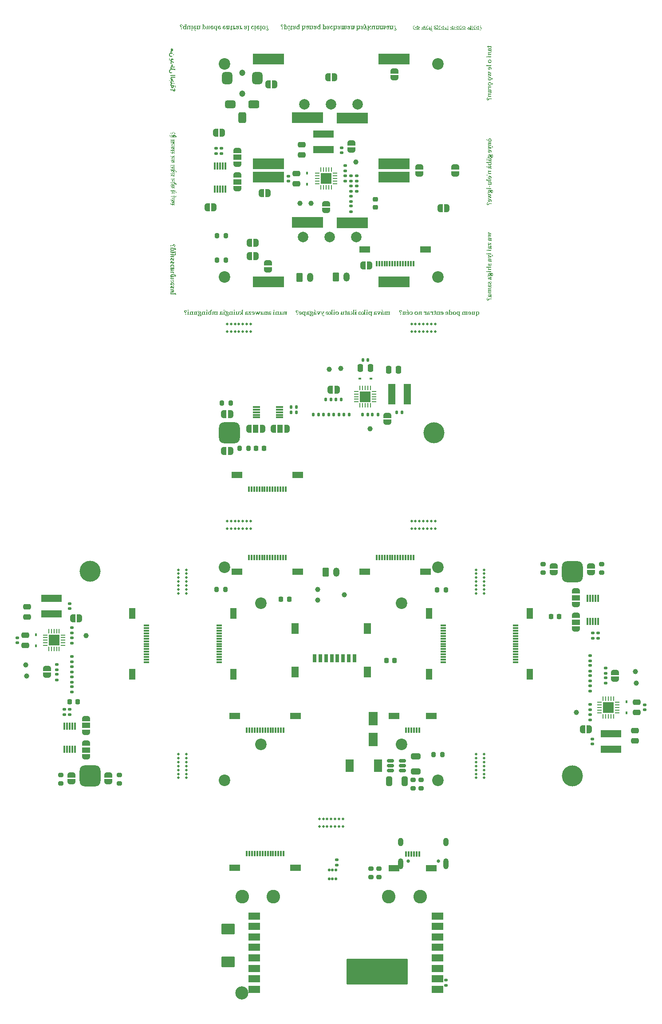
<source format=gbs>
G04 #@! TF.GenerationSoftware,KiCad,Pcbnew,(6.0.9)*
G04 #@! TF.CreationDate,2023-04-21T13:17:04-03:00*
G04 #@! TF.ProjectId,PANEL-COMPLETE,50414e45-4c2d-4434-9f4d-504c4554452e,Rev 3*
G04 #@! TF.SameCoordinates,Original*
G04 #@! TF.FileFunction,Soldermask,Bot*
G04 #@! TF.FilePolarity,Negative*
%FSLAX46Y46*%
G04 Gerber Fmt 4.6, Leading zero omitted, Abs format (unit mm)*
G04 Created by KiCad (PCBNEW (6.0.9)) date 2023-04-21 13:17:04*
%MOMM*%
%LPD*%
G01*
G04 APERTURE LIST*
G04 Aperture macros list*
%AMRoundRect*
0 Rectangle with rounded corners*
0 $1 Rounding radius*
0 $2 $3 $4 $5 $6 $7 $8 $9 X,Y pos of 4 corners*
0 Add a 4 corners polygon primitive as box body*
4,1,4,$2,$3,$4,$5,$6,$7,$8,$9,$2,$3,0*
0 Add four circle primitives for the rounded corners*
1,1,$1+$1,$2,$3*
1,1,$1+$1,$4,$5*
1,1,$1+$1,$6,$7*
1,1,$1+$1,$8,$9*
0 Add four rect primitives between the rounded corners*
20,1,$1+$1,$2,$3,$4,$5,0*
20,1,$1+$1,$4,$5,$6,$7,0*
20,1,$1+$1,$6,$7,$8,$9,0*
20,1,$1+$1,$8,$9,$2,$3,0*%
%AMFreePoly0*
4,1,22,0.550000,-0.750000,0.000000,-0.750000,0.000000,-0.745033,-0.079941,-0.743568,-0.215256,-0.701293,-0.333266,-0.622738,-0.424486,-0.514219,-0.481581,-0.384460,-0.499164,-0.250000,-0.500000,-0.250000,-0.500000,0.250000,-0.499164,0.250000,-0.499963,0.256109,-0.478152,0.396186,-0.417904,0.524511,-0.324060,0.630769,-0.204165,0.706417,-0.067858,0.745374,0.000000,0.744959,0.000000,0.750000,
0.550000,0.750000,0.550000,-0.750000,0.550000,-0.750000,$1*%
%AMFreePoly1*
4,1,20,0.000000,0.744959,0.073905,0.744508,0.209726,0.703889,0.328688,0.626782,0.421226,0.519385,0.479903,0.390333,0.500000,0.250000,0.500000,-0.250000,0.499851,-0.262216,0.476331,-0.402017,0.414519,-0.529596,0.319384,-0.634700,0.198574,-0.708877,0.061801,-0.746166,0.000000,-0.745033,0.000000,-0.750000,-0.550000,-0.750000,-0.550000,0.750000,0.000000,0.750000,0.000000,0.744959,
0.000000,0.744959,$1*%
%AMFreePoly2*
4,1,22,0.500000,-0.750000,0.000000,-0.750000,0.000000,-0.745033,-0.079941,-0.743568,-0.215256,-0.701293,-0.333266,-0.622738,-0.424486,-0.514219,-0.481581,-0.384460,-0.499164,-0.250000,-0.500000,-0.250000,-0.500000,0.250000,-0.499164,0.250000,-0.499963,0.256109,-0.478152,0.396186,-0.417904,0.524511,-0.324060,0.630769,-0.204165,0.706417,-0.067858,0.745374,0.000000,0.744959,0.000000,0.750000,
0.500000,0.750000,0.500000,-0.750000,0.500000,-0.750000,$1*%
%AMFreePoly3*
4,1,20,0.000000,0.744959,0.073905,0.744508,0.209726,0.703889,0.328688,0.626782,0.421226,0.519385,0.479903,0.390333,0.500000,0.250000,0.500000,-0.250000,0.499851,-0.262216,0.476331,-0.402017,0.414519,-0.529596,0.319384,-0.634700,0.198574,-0.708877,0.061801,-0.746166,0.000000,-0.745033,0.000000,-0.750000,-0.500000,-0.750000,-0.500000,0.750000,0.000000,0.750000,0.000000,0.744959,
0.000000,0.744959,$1*%
G04 Aperture macros list end*
%ADD10C,2.200000*%
%ADD11C,0.650000*%
%ADD12O,1.000000X1.600000*%
%ADD13O,1.000000X2.100000*%
%ADD14C,0.500000*%
%ADD15C,4.000000*%
%ADD16RoundRect,1.000000X1.000000X1.000000X-1.000000X1.000000X-1.000000X-1.000000X1.000000X-1.000000X0*%
%ADD17RoundRect,1.000000X-1.000000X1.000000X-1.000000X-1.000000X1.000000X-1.000000X1.000000X1.000000X0*%
%ADD18R,6.000000X2.000000*%
%ADD19C,2.000000*%
%ADD20C,2.500000*%
%ADD21C,2.600000*%
%ADD22RoundRect,1.000000X1.000000X-1.000000X1.000000X1.000000X-1.000000X1.000000X-1.000000X-1.000000X0*%
%ADD23C,0.990600*%
%ADD24FreePoly0,270.000000*%
%ADD25R,1.500000X1.000000*%
%ADD26FreePoly1,270.000000*%
%ADD27R,0.300000X1.000000*%
%ADD28R,2.000000X1.300000*%
%ADD29RoundRect,0.140000X-0.170000X0.140000X-0.170000X-0.140000X0.170000X-0.140000X0.170000X0.140000X0*%
%ADD30RoundRect,0.250000X0.475000X-0.250000X0.475000X0.250000X-0.475000X0.250000X-0.475000X-0.250000X0*%
%ADD31RoundRect,0.200000X0.200000X0.275000X-0.200000X0.275000X-0.200000X-0.275000X0.200000X-0.275000X0*%
%ADD32RoundRect,0.135000X0.185000X-0.135000X0.185000X0.135000X-0.185000X0.135000X-0.185000X-0.135000X0*%
%ADD33RoundRect,0.250000X0.325000X0.650000X-0.325000X0.650000X-0.325000X-0.650000X0.325000X-0.650000X0*%
%ADD34RoundRect,0.062500X0.062500X-0.375000X0.062500X0.375000X-0.062500X0.375000X-0.062500X-0.375000X0*%
%ADD35RoundRect,0.062500X0.375000X-0.062500X0.375000X0.062500X-0.375000X0.062500X-0.375000X-0.062500X0*%
%ADD36R,2.000000X2.000000*%
%ADD37FreePoly2,270.000000*%
%ADD38FreePoly3,270.000000*%
%ADD39RoundRect,0.218750X0.256250X-0.218750X0.256250X0.218750X-0.256250X0.218750X-0.256250X-0.218750X0*%
%ADD40RoundRect,0.135000X-0.135000X-0.185000X0.135000X-0.185000X0.135000X0.185000X-0.135000X0.185000X0*%
%ADD41RoundRect,0.250000X-0.650000X0.325000X-0.650000X-0.325000X0.650000X-0.325000X0.650000X0.325000X0*%
%ADD42RoundRect,0.135000X-0.185000X0.135000X-0.185000X-0.135000X0.185000X-0.135000X0.185000X0.135000X0*%
%ADD43FreePoly2,0.000000*%
%ADD44FreePoly3,0.000000*%
%ADD45C,1.000000*%
%ADD46R,0.300000X1.400000*%
%ADD47RoundRect,0.135000X0.135000X0.185000X-0.135000X0.185000X-0.135000X-0.185000X0.135000X-0.185000X0*%
%ADD48RoundRect,0.200000X-0.275000X0.200000X-0.275000X-0.200000X0.275000X-0.200000X0.275000X0.200000X0*%
%ADD49FreePoly0,90.000000*%
%ADD50FreePoly1,90.000000*%
%ADD51FreePoly2,180.000000*%
%ADD52FreePoly3,180.000000*%
%ADD53FreePoly2,90.000000*%
%ADD54FreePoly3,90.000000*%
%ADD55RoundRect,0.200000X0.275000X-0.200000X0.275000X0.200000X-0.275000X0.200000X-0.275000X-0.200000X0*%
%ADD56R,3.890000X1.450000*%
%ADD57RoundRect,0.250000X-0.350000X-0.625000X0.350000X-0.625000X0.350000X0.625000X-0.350000X0.625000X0*%
%ADD58O,1.200000X1.750000*%
%ADD59R,0.450000X0.600000*%
%ADD60R,1.000000X0.300000*%
%ADD61R,1.300000X2.000000*%
%ADD62RoundRect,0.140000X0.170000X-0.140000X0.170000X0.140000X-0.170000X0.140000X-0.170000X-0.140000X0*%
%ADD63RoundRect,0.250000X-1.025000X0.787500X-1.025000X-0.787500X1.025000X-0.787500X1.025000X0.787500X0*%
%ADD64R,1.400000X0.300000*%
%ADD65RoundRect,0.250000X-0.250000X-0.475000X0.250000X-0.475000X0.250000X0.475000X-0.250000X0.475000X0*%
%ADD66RoundRect,0.218750X0.218750X0.256250X-0.218750X0.256250X-0.218750X-0.256250X0.218750X-0.256250X0*%
%ADD67RoundRect,0.140000X0.140000X0.170000X-0.140000X0.170000X-0.140000X-0.170000X0.140000X-0.170000X0*%
%ADD68R,1.450000X3.890000*%
%ADD69RoundRect,0.200000X-0.200000X-0.275000X0.200000X-0.275000X0.200000X0.275000X-0.200000X0.275000X0*%
%ADD70R,0.600000X0.450000*%
%ADD71RoundRect,0.062500X0.375000X0.062500X-0.375000X0.062500X-0.375000X-0.062500X0.375000X-0.062500X0*%
%ADD72RoundRect,0.062500X0.062500X0.375000X-0.062500X0.375000X-0.062500X-0.375000X0.062500X-0.375000X0*%
%ADD73RoundRect,0.150000X0.512500X0.150000X-0.512500X0.150000X-0.512500X-0.150000X0.512500X-0.150000X0*%
%ADD74RoundRect,0.140000X-0.140000X-0.170000X0.140000X-0.170000X0.140000X0.170000X-0.140000X0.170000X0*%
%ADD75R,0.800000X1.500000*%
%ADD76R,1.450000X2.000000*%
%ADD77R,1.800000X2.500000*%
%ADD78C,1.200000*%
%ADD79RoundRect,0.500000X-0.500000X0.650000X-0.500000X-0.650000X0.500000X-0.650000X0.500000X0.650000X0*%
%ADD80RoundRect,0.375000X-0.375000X0.675000X-0.375000X-0.675000X0.375000X-0.675000X0.375000X0.675000X0*%
%ADD81RoundRect,0.385000X-0.665000X0.385000X-0.665000X-0.385000X0.665000X-0.385000X0.665000X0.385000X0*%
%ADD82RoundRect,0.375000X-0.625000X0.375000X-0.625000X-0.375000X0.625000X-0.375000X0.625000X0.375000X0*%
%ADD83RoundRect,0.063500X-1.000000X-0.650000X1.000000X-0.650000X1.000000X0.650000X-1.000000X0.650000X0*%
%ADD84RoundRect,0.063500X-5.750000X-2.350000X5.750000X-2.350000X5.750000X2.350000X-5.750000X2.350000X0*%
%ADD85RoundRect,0.062500X-0.062500X0.375000X-0.062500X-0.375000X0.062500X-0.375000X0.062500X0.375000X0*%
%ADD86RoundRect,0.062500X-0.375000X0.062500X-0.375000X-0.062500X0.375000X-0.062500X0.375000X0.062500X0*%
%ADD87RoundRect,0.250000X-0.475000X0.250000X-0.475000X-0.250000X0.475000X-0.250000X0.475000X0.250000X0*%
%ADD88FreePoly0,180.000000*%
%ADD89R,1.000000X1.500000*%
%ADD90FreePoly1,180.000000*%
%ADD91RoundRect,0.125000X-0.125000X-0.125000X0.125000X-0.125000X0.125000X0.125000X-0.125000X0.125000X0*%
%ADD92RoundRect,0.218750X-0.218750X-0.256250X0.218750X-0.256250X0.218750X0.256250X-0.218750X0.256250X0*%
%ADD93RoundRect,0.250000X0.250000X0.475000X-0.250000X0.475000X-0.250000X-0.475000X0.250000X-0.475000X0*%
%ADD94R,1.500000X2.400000*%
G04 APERTURE END LIST*
G36*
X173593090Y-104110137D02*
G01*
X173678540Y-104110963D01*
X173747108Y-104113216D01*
X173801486Y-104117258D01*
X173844369Y-104123451D01*
X173878449Y-104132159D01*
X173906419Y-104143744D01*
X173930974Y-104158568D01*
X173965232Y-104186396D01*
X174000318Y-104229770D01*
X174023638Y-104282551D01*
X174036420Y-104347779D01*
X174039889Y-104428495D01*
X174036565Y-104488159D01*
X174020996Y-104564686D01*
X173992384Y-104626131D01*
X173950347Y-104673025D01*
X173894498Y-104705898D01*
X173824453Y-104725280D01*
X173823151Y-104725488D01*
X173794570Y-104728374D01*
X173750251Y-104730993D01*
X173694381Y-104733180D01*
X173631145Y-104734768D01*
X173564729Y-104735590D01*
X173360053Y-104736772D01*
X173360053Y-104544730D01*
X173426751Y-104544730D01*
X173479644Y-104541707D01*
X173525282Y-104529528D01*
X173557011Y-104506071D01*
X173577449Y-104469281D01*
X173589214Y-104417100D01*
X173595272Y-104372904D01*
X173664650Y-104372904D01*
X173676027Y-104372923D01*
X173708028Y-104373743D01*
X173725383Y-104376837D01*
X173732501Y-104383655D01*
X173733787Y-104395646D01*
X173733547Y-104403539D01*
X173726089Y-104450838D01*
X173710206Y-104492750D01*
X173688511Y-104521989D01*
X173662149Y-104544730D01*
X173735992Y-104544693D01*
X173781221Y-104542989D01*
X173815603Y-104536798D01*
X173842133Y-104524961D01*
X173860703Y-104509971D01*
X173882925Y-104474741D01*
X173892184Y-104432758D01*
X173888478Y-104389587D01*
X173871807Y-104350794D01*
X173842170Y-104321943D01*
X173837844Y-104319405D01*
X173825308Y-104313537D01*
X173809657Y-104309169D01*
X173788043Y-104306084D01*
X173757614Y-104304062D01*
X173715521Y-104302885D01*
X173658914Y-104302334D01*
X173584944Y-104302190D01*
X173360053Y-104302152D01*
X173360053Y-104110110D01*
X173570930Y-104110110D01*
X173593090Y-104110137D01*
G37*
G36*
X201185418Y-54194365D02*
G01*
X201183981Y-54252379D01*
X201181649Y-54302811D01*
X201178627Y-54341451D01*
X201175124Y-54364087D01*
X201172837Y-54371511D01*
X201147389Y-54419396D01*
X201108377Y-54459873D01*
X201061588Y-54486696D01*
X201038648Y-54493087D01*
X200989095Y-54499564D01*
X200932251Y-54500706D01*
X200874882Y-54496799D01*
X200823755Y-54488131D01*
X200785638Y-54474989D01*
X200757261Y-54457891D01*
X200716523Y-54422191D01*
X200689963Y-54382441D01*
X200680467Y-54342284D01*
X200681516Y-54326016D01*
X200694453Y-54292305D01*
X200722028Y-54272505D01*
X200764105Y-54266739D01*
X200767024Y-54266836D01*
X200801219Y-54273149D01*
X200823902Y-54290407D01*
X200828938Y-54296952D01*
X200840335Y-54320572D01*
X200837817Y-54345306D01*
X200821178Y-54377728D01*
X200800171Y-54411719D01*
X200828759Y-54422765D01*
X200844728Y-54428387D01*
X200897420Y-54438987D01*
X200943792Y-54436384D01*
X200980408Y-54421146D01*
X201003833Y-54393841D01*
X201004222Y-54392990D01*
X201011300Y-54368408D01*
X201017545Y-54331660D01*
X201021645Y-54290364D01*
X201026444Y-54214390D01*
X200925355Y-54202301D01*
X200884942Y-54196890D01*
X200823325Y-54185004D01*
X200776287Y-54169614D01*
X200740195Y-54149371D01*
X200711417Y-54122929D01*
X200687994Y-54088037D01*
X200672561Y-54037736D01*
X200672649Y-54032792D01*
X200842186Y-54032792D01*
X200845213Y-54063187D01*
X200861351Y-54097535D01*
X200893040Y-54121742D01*
X200942107Y-54137729D01*
X200944251Y-54138189D01*
X200983593Y-54146150D01*
X201007280Y-54147783D01*
X201019283Y-54140928D01*
X201023573Y-54123425D01*
X201024120Y-54093112D01*
X201023929Y-54081355D01*
X201015761Y-54023173D01*
X200995887Y-53979888D01*
X200964774Y-53952604D01*
X200927410Y-53938796D01*
X200895877Y-53941436D01*
X200866995Y-53961581D01*
X200857688Y-53972076D01*
X200845535Y-53997259D01*
X200842186Y-54032792D01*
X200672649Y-54032792D01*
X200673477Y-53986016D01*
X200689848Y-53937150D01*
X200720781Y-53895409D01*
X200765380Y-53865064D01*
X200776229Y-53860527D01*
X200835538Y-53847301D01*
X200896210Y-53850643D01*
X200952914Y-53869679D01*
X201000318Y-53903536D01*
X201016424Y-53919232D01*
X201033746Y-53933467D01*
X201042142Y-53934478D01*
X201044335Y-53923502D01*
X201044862Y-53920487D01*
X201054856Y-53903241D01*
X201073529Y-53882261D01*
X201082066Y-53874823D01*
X201125210Y-53852898D01*
X201175932Y-53847839D01*
X201230608Y-53860156D01*
X201247035Y-53866861D01*
X201278866Y-53885076D01*
X201293581Y-53905166D01*
X201293404Y-53929593D01*
X201288564Y-53942424D01*
X201276503Y-53949698D01*
X201251706Y-53948817D01*
X201238888Y-53947508D01*
X201219901Y-53947634D01*
X201206081Y-53953129D01*
X201196607Y-53966468D01*
X201190660Y-53990125D01*
X201187421Y-54026573D01*
X201186068Y-54078286D01*
X201186007Y-54093112D01*
X201185783Y-54147739D01*
X201185418Y-54194365D01*
G37*
G36*
X202221852Y-108350182D02*
G01*
X202224950Y-108382103D01*
X202225592Y-108399619D01*
X202218744Y-108413417D01*
X202197853Y-108420655D01*
X202185720Y-108423526D01*
X202169023Y-108429638D01*
X202158872Y-108439182D01*
X202155448Y-108454705D01*
X202158934Y-108478754D01*
X202169514Y-108513877D01*
X202187368Y-108562621D01*
X202212681Y-108627534D01*
X202233941Y-108681040D01*
X202253062Y-108728304D01*
X202268434Y-108765393D01*
X202278862Y-108789421D01*
X202283147Y-108797499D01*
X202283308Y-108797312D01*
X202289639Y-108784625D01*
X202301417Y-108756915D01*
X202317203Y-108717929D01*
X202335556Y-108671415D01*
X202355036Y-108621120D01*
X202374204Y-108570792D01*
X202391619Y-108524179D01*
X202405841Y-108485027D01*
X202415430Y-108457085D01*
X202418947Y-108444100D01*
X202418185Y-108438662D01*
X202406654Y-108427142D01*
X202378517Y-108419762D01*
X202370253Y-108418388D01*
X202348549Y-108412430D01*
X202339744Y-108401223D01*
X202338087Y-108378962D01*
X202338087Y-108344627D01*
X202502333Y-108347405D01*
X202666579Y-108350182D01*
X202666579Y-108385558D01*
X202665851Y-108401846D01*
X202659606Y-108418071D01*
X202643926Y-108424152D01*
X202627480Y-108430145D01*
X202607177Y-108447497D01*
X202606732Y-108448172D01*
X202598367Y-108464275D01*
X202583338Y-108496092D01*
X202562817Y-108541030D01*
X202537979Y-108596492D01*
X202509996Y-108659887D01*
X202480041Y-108728619D01*
X202367003Y-108989615D01*
X202403829Y-109067218D01*
X202424349Y-109107007D01*
X202448812Y-109143095D01*
X202472757Y-109164396D01*
X202501401Y-109179943D01*
X202517890Y-109182025D01*
X202524008Y-109168627D01*
X202522491Y-109138315D01*
X202521442Y-109113415D01*
X202530143Y-109079223D01*
X202553016Y-109059184D01*
X202590578Y-109052649D01*
X202609769Y-109054550D01*
X202644788Y-109070905D01*
X202667892Y-109101522D01*
X202676227Y-109143379D01*
X202670569Y-109178200D01*
X202647292Y-109213906D01*
X202605935Y-109240622D01*
X202588001Y-109247395D01*
X202532153Y-109255192D01*
X202476351Y-109244639D01*
X202423161Y-109216927D01*
X202375150Y-109173247D01*
X202334882Y-109114790D01*
X202331352Y-109107854D01*
X202318272Y-109079623D01*
X202299261Y-109036556D01*
X202275482Y-108981370D01*
X202248103Y-108916781D01*
X202218286Y-108845509D01*
X202187197Y-108770270D01*
X202171970Y-108733287D01*
X202142283Y-108661785D01*
X202114959Y-108596743D01*
X202091048Y-108540613D01*
X202071599Y-108495850D01*
X202057662Y-108464907D01*
X202050287Y-108450237D01*
X202031965Y-108433089D01*
X202004884Y-108421009D01*
X201987406Y-108415714D01*
X201976600Y-108403822D01*
X201974220Y-108379390D01*
X201974220Y-108344506D01*
X202221852Y-108350182D01*
G37*
G36*
X208337875Y-108047317D02*
G01*
X208381171Y-108049467D01*
X208409229Y-108054493D01*
X208424892Y-108063449D01*
X208431003Y-108077387D01*
X208430406Y-108097360D01*
X208429431Y-108101974D01*
X208417550Y-108115630D01*
X208389806Y-108123582D01*
X208383823Y-108124625D01*
X208358455Y-108130822D01*
X208344323Y-108137182D01*
X208343766Y-108138279D01*
X208341508Y-108154627D01*
X208339506Y-108187737D01*
X208337776Y-108234808D01*
X208336331Y-108293037D01*
X208335185Y-108359621D01*
X208334351Y-108431757D01*
X208333845Y-108506643D01*
X208333680Y-108581477D01*
X208333870Y-108653456D01*
X208334429Y-108719777D01*
X208335372Y-108777638D01*
X208336711Y-108824235D01*
X208338462Y-108856768D01*
X208340639Y-108872432D01*
X208345280Y-108882114D01*
X208361677Y-108896696D01*
X208391655Y-108904793D01*
X208397612Y-108905774D01*
X208420974Y-108911712D01*
X208430842Y-108921966D01*
X208432875Y-108941587D01*
X208432875Y-108971790D01*
X208099329Y-108971790D01*
X208099329Y-108941150D01*
X208102576Y-108919571D01*
X208117017Y-108905045D01*
X208126414Y-108902279D01*
X208136471Y-108898794D01*
X208144640Y-108893617D01*
X208151144Y-108884897D01*
X208156207Y-108870781D01*
X208160054Y-108849417D01*
X208162906Y-108818954D01*
X208164988Y-108777539D01*
X208166523Y-108723320D01*
X208167734Y-108654446D01*
X208168846Y-108569063D01*
X208170081Y-108465321D01*
X208175135Y-108046959D01*
X208294284Y-108046959D01*
X208337875Y-108047317D01*
G37*
G36*
X203641801Y-54190092D02*
G01*
X203640509Y-54252850D01*
X203638047Y-54306598D01*
X203634617Y-54347605D01*
X203630422Y-54372137D01*
X203626392Y-54383434D01*
X203599923Y-54426242D01*
X203560626Y-54463020D01*
X203514343Y-54487939D01*
X203490685Y-54494489D01*
X203436066Y-54501471D01*
X203374884Y-54501690D01*
X203315222Y-54495323D01*
X203265161Y-54482544D01*
X203244460Y-54473699D01*
X203201875Y-54447131D01*
X203169316Y-54415120D01*
X203147391Y-54380485D01*
X203136710Y-54346049D01*
X203137881Y-54314631D01*
X203151512Y-54289052D01*
X203178213Y-54272134D01*
X203218591Y-54266696D01*
X203237728Y-54268379D01*
X203273460Y-54281390D01*
X203292937Y-54305389D01*
X203295052Y-54338322D01*
X203278698Y-54378137D01*
X203259177Y-54410152D01*
X203299155Y-54426148D01*
X203337907Y-54438382D01*
X203380347Y-54440375D01*
X203424264Y-54427790D01*
X203425969Y-54427057D01*
X203451078Y-54409047D01*
X203467840Y-54379460D01*
X203477217Y-54335668D01*
X203480172Y-54275041D01*
X203480228Y-54214066D01*
X203386734Y-54202317D01*
X203373085Y-54200568D01*
X203311014Y-54191236D01*
X203264337Y-54180923D01*
X203229005Y-54168243D01*
X203200966Y-54151807D01*
X203176169Y-54130230D01*
X203175630Y-54129687D01*
X203144911Y-54085748D01*
X203130456Y-54036010D01*
X203130524Y-54032792D01*
X203298294Y-54032792D01*
X203301321Y-54063187D01*
X203317460Y-54097535D01*
X203349148Y-54121742D01*
X203398215Y-54137729D01*
X203409438Y-54140146D01*
X203446319Y-54147370D01*
X203467929Y-54147298D01*
X203478017Y-54136925D01*
X203480328Y-54113247D01*
X203478611Y-54073257D01*
X203476104Y-54036893D01*
X203471339Y-54008133D01*
X203462941Y-53988456D01*
X203449168Y-53971869D01*
X203448484Y-53971196D01*
X203419780Y-53951759D01*
X203386934Y-53940310D01*
X203355536Y-53940818D01*
X203325010Y-53956921D01*
X203305292Y-53988244D01*
X203298294Y-54032792D01*
X203130524Y-54032792D01*
X203131539Y-53984790D01*
X203147433Y-53936403D01*
X203177412Y-53895166D01*
X203220750Y-53865395D01*
X203226929Y-53862703D01*
X203288828Y-53846977D01*
X203351221Y-53849623D01*
X203409903Y-53869909D01*
X203460670Y-53907106D01*
X203477567Y-53922855D01*
X203494347Y-53934424D01*
X203500443Y-53931877D01*
X203501135Y-53927814D01*
X203511003Y-53908407D01*
X203528839Y-53885095D01*
X203556118Y-53862986D01*
X203600257Y-53848120D01*
X203650361Y-53849626D01*
X203702592Y-53867886D01*
X203708098Y-53870755D01*
X203733426Y-53886414D01*
X203745193Y-53901465D01*
X203748075Y-53921412D01*
X203747936Y-53931012D01*
X203744597Y-53944860D01*
X203732458Y-53949476D01*
X203705859Y-53948488D01*
X203684558Y-53947867D01*
X203664498Y-53952484D01*
X203652795Y-53965710D01*
X203651063Y-53970662D01*
X203647300Y-53995993D01*
X203644427Y-54037756D01*
X203642592Y-54093263D01*
X203642398Y-54113247D01*
X203641947Y-54159825D01*
X203641801Y-54190092D01*
G37*
G36*
X204596057Y-108351986D02*
G01*
X204645768Y-108353109D01*
X204685572Y-108355709D01*
X204711093Y-108360849D01*
X204725474Y-108369703D01*
X204731861Y-108383444D01*
X204733396Y-108403246D01*
X204733348Y-108406445D01*
X204727354Y-108421890D01*
X204707618Y-108425988D01*
X204687903Y-108428137D01*
X204662134Y-108436451D01*
X204658041Y-108438981D01*
X204652621Y-108444991D01*
X204648637Y-108455568D01*
X204645872Y-108473321D01*
X204644103Y-108500857D01*
X204643113Y-108540783D01*
X204642680Y-108595709D01*
X204642584Y-108668241D01*
X204642494Y-108732434D01*
X204642570Y-108789623D01*
X204643501Y-108831456D01*
X204645977Y-108860527D01*
X204650690Y-108879434D01*
X204658333Y-108890773D01*
X204669597Y-108897140D01*
X204685174Y-108901132D01*
X204705756Y-108905344D01*
X204714894Y-108907802D01*
X204729848Y-108918771D01*
X204733551Y-108941660D01*
X204733551Y-108971790D01*
X204379791Y-108971790D01*
X204379791Y-108941660D01*
X204380182Y-108931667D01*
X204387231Y-108913888D01*
X204407586Y-108905344D01*
X204422837Y-108902260D01*
X204438291Y-108898909D01*
X204450030Y-108893989D01*
X204458589Y-108885171D01*
X204464503Y-108870125D01*
X204468307Y-108846520D01*
X204470535Y-108812028D01*
X204471724Y-108764318D01*
X204472407Y-108701061D01*
X204473120Y-108619927D01*
X204475811Y-108350182D01*
X204596057Y-108351986D01*
G37*
G36*
X185548850Y-108046429D02*
G01*
X185589282Y-108068072D01*
X185605991Y-108084144D01*
X185617538Y-108106238D01*
X185620379Y-108137926D01*
X185618947Y-108162605D01*
X185610136Y-108186240D01*
X185589282Y-108207779D01*
X185572804Y-108219524D01*
X185530691Y-108234004D01*
X185487777Y-108229530D01*
X185448101Y-108206151D01*
X185433004Y-108189257D01*
X185417121Y-108153274D01*
X185416400Y-108115613D01*
X185430448Y-108081699D01*
X185458875Y-108056955D01*
X185503213Y-108042984D01*
X185548850Y-108046429D01*
G37*
G36*
X174310115Y-97426565D02*
G01*
X174310112Y-97429094D01*
X174308084Y-97495929D01*
X174301665Y-97545760D01*
X174289942Y-97581410D01*
X174271997Y-97605703D01*
X174246917Y-97621461D01*
X174239996Y-97623636D01*
X174212936Y-97626963D01*
X174178100Y-97627304D01*
X174142469Y-97625012D01*
X174113026Y-97620436D01*
X174096754Y-97613926D01*
X174093866Y-97600988D01*
X174095132Y-97572829D01*
X174100628Y-97534741D01*
X174103859Y-97517253D01*
X174110301Y-97487816D01*
X174116903Y-97472479D01*
X174126102Y-97467123D01*
X174140337Y-97467627D01*
X174162768Y-97465035D01*
X174177958Y-97449195D01*
X174186310Y-97417923D01*
X174188863Y-97369111D01*
X174188863Y-97307802D01*
X174310153Y-97307802D01*
X174310115Y-97426565D01*
G37*
G36*
X176208925Y-108097539D02*
G01*
X176252175Y-108098903D01*
X176284409Y-108103229D01*
X176312922Y-108111924D01*
X176345011Y-108126395D01*
X176347104Y-108127433D01*
X176397149Y-108159750D01*
X176434443Y-108198671D01*
X176457318Y-108241142D01*
X176464107Y-108284108D01*
X176453144Y-108324515D01*
X176439451Y-108340909D01*
X176409562Y-108355451D01*
X176373986Y-108358380D01*
X176339324Y-108349502D01*
X176312176Y-108328625D01*
X176299100Y-108301033D01*
X176302666Y-108269795D01*
X176323439Y-108231869D01*
X176342484Y-108204524D01*
X176309267Y-108187011D01*
X176305929Y-108185336D01*
X176267325Y-108173547D01*
X176222615Y-108169597D01*
X176180014Y-108173560D01*
X176147735Y-108185514D01*
X176119726Y-108214455D01*
X176103828Y-108254999D01*
X176103631Y-108300039D01*
X176104397Y-108303587D01*
X176116152Y-108331054D01*
X176140446Y-108365260D01*
X176179124Y-108408863D01*
X176196650Y-108427720D01*
X176225445Y-108460131D01*
X176247617Y-108486917D01*
X176259420Y-108503656D01*
X176262312Y-108512278D01*
X176266804Y-108540743D01*
X176269865Y-108581120D01*
X176270996Y-108628053D01*
X176270996Y-108730373D01*
X176228040Y-108727265D01*
X176185083Y-108724157D01*
X176182068Y-108672257D01*
X176181297Y-108660364D01*
X176178857Y-108642204D01*
X176173188Y-108625980D01*
X176162052Y-108608471D01*
X176143210Y-108586457D01*
X176114424Y-108556718D01*
X176073453Y-108516034D01*
X176064157Y-108506812D01*
X176015136Y-108456092D01*
X175979834Y-108414317D01*
X175956503Y-108378275D01*
X175943394Y-108344756D01*
X175938759Y-108310547D01*
X175940850Y-108272438D01*
X175942513Y-108261105D01*
X175961917Y-108205679D01*
X175999078Y-108159657D01*
X176054203Y-108122765D01*
X176055884Y-108121919D01*
X176084364Y-108109398D01*
X176112523Y-108101970D01*
X176147189Y-108098410D01*
X176195190Y-108097496D01*
X176208925Y-108097539D01*
G37*
G36*
X227910222Y-53816811D02*
G01*
X227940717Y-53830881D01*
X227961256Y-53856106D01*
X227969919Y-53887229D01*
X227964783Y-53918995D01*
X227943927Y-53946146D01*
X227919526Y-53962100D01*
X227895704Y-53965793D01*
X227866021Y-53955872D01*
X227847357Y-53942423D01*
X227827054Y-53913092D01*
X227818947Y-53880246D01*
X227825028Y-53862339D01*
X227844388Y-53840161D01*
X227870400Y-53822616D01*
X227896169Y-53815482D01*
X227910222Y-53816811D01*
G37*
G36*
X173906025Y-84672871D02*
G01*
X173888510Y-84719197D01*
X173855330Y-84763669D01*
X173807524Y-84795908D01*
X173793035Y-84802032D01*
X173740931Y-84811349D01*
X173688414Y-84803813D01*
X173638556Y-84781660D01*
X173594430Y-84747129D01*
X173559107Y-84702459D01*
X173535661Y-84649887D01*
X173532595Y-84628876D01*
X173612468Y-84628876D01*
X173613673Y-84668250D01*
X173631090Y-84697083D01*
X173648598Y-84709243D01*
X173686632Y-84719351D01*
X173727131Y-84713986D01*
X173764823Y-84694298D01*
X173794436Y-84661438D01*
X173801246Y-84648579D01*
X173813337Y-84600093D01*
X173809438Y-84547331D01*
X173790423Y-84495279D01*
X173757167Y-84448921D01*
X173730841Y-84421436D01*
X173691172Y-84474189D01*
X173657488Y-84522975D01*
X173627173Y-84580078D01*
X173612468Y-84628876D01*
X173532595Y-84628876D01*
X173527163Y-84591652D01*
X173527722Y-84569443D01*
X173532322Y-84539967D01*
X173543992Y-84511973D01*
X173565600Y-84476899D01*
X173604037Y-84419009D01*
X173510510Y-84422439D01*
X173416982Y-84425868D01*
X173379000Y-84375938D01*
X173361908Y-84351754D01*
X173349069Y-84329505D01*
X173346078Y-84317821D01*
X173352547Y-84315801D01*
X173376444Y-84313343D01*
X173414589Y-84311384D01*
X173463537Y-84310087D01*
X173519842Y-84309613D01*
X173688545Y-84309594D01*
X173721031Y-84261603D01*
X173722436Y-84259515D01*
X173745509Y-84221778D01*
X173765381Y-84183444D01*
X173779313Y-84150273D01*
X173784566Y-84128024D01*
X173781950Y-84118209D01*
X173765903Y-84099074D01*
X173741568Y-84083590D01*
X173716340Y-84077260D01*
X173699595Y-84079551D01*
X173663870Y-84090746D01*
X173621991Y-84108718D01*
X173580348Y-84130615D01*
X173545330Y-84153587D01*
X173513151Y-84178132D01*
X173477032Y-84135935D01*
X173462627Y-84118487D01*
X173446988Y-84097522D01*
X173440913Y-84086317D01*
X173442462Y-84083143D01*
X173456826Y-84070718D01*
X173482057Y-84053913D01*
X173512989Y-84035824D01*
X173544456Y-84019548D01*
X173571291Y-84008180D01*
X173579815Y-84005620D01*
X173615540Y-83998969D01*
X173653169Y-83996302D01*
X173695326Y-83999236D01*
X173758756Y-84017753D01*
X173811224Y-84053204D01*
X173852514Y-84105471D01*
X173859790Y-84119147D01*
X173873119Y-84167756D01*
X173866849Y-84217534D01*
X173840878Y-84269926D01*
X173814601Y-84309633D01*
X174017037Y-84309633D01*
X174017037Y-83829127D01*
X173710392Y-83833002D01*
X173403748Y-83836877D01*
X173387248Y-83809314D01*
X174138326Y-83809314D01*
X174143380Y-83814368D01*
X174148434Y-83809314D01*
X174143380Y-83804261D01*
X174138326Y-83809314D01*
X173387248Y-83809314D01*
X173374320Y-83787719D01*
X173362203Y-83766710D01*
X173349728Y-83742740D01*
X173344892Y-83729942D01*
X173349710Y-83728510D01*
X173372179Y-83726673D01*
X173410873Y-83725127D01*
X173463445Y-83723922D01*
X173527549Y-83723107D01*
X173600837Y-83722732D01*
X173680964Y-83722846D01*
X174017037Y-83724369D01*
X174017037Y-83137170D01*
X173807233Y-83137170D01*
X173808533Y-83333795D01*
X173808739Y-83371902D01*
X173808691Y-83431597D01*
X173807888Y-83475355D01*
X173806124Y-83505993D01*
X173803194Y-83526326D01*
X173798896Y-83539170D01*
X173793023Y-83547340D01*
X173769508Y-83559263D01*
X173736073Y-83556781D01*
X173697144Y-83539393D01*
X173655823Y-83507990D01*
X173616020Y-83465378D01*
X173593313Y-83427283D01*
X173587775Y-83395272D01*
X173599261Y-83370714D01*
X173627624Y-83354976D01*
X173672719Y-83349426D01*
X173713814Y-83349426D01*
X173713814Y-83134233D01*
X173562855Y-83139584D01*
X173411897Y-83144934D01*
X173376478Y-83091589D01*
X173360298Y-83065341D01*
X173349144Y-83042995D01*
X173347187Y-83032116D01*
X173352252Y-83031155D01*
X173375216Y-83029759D01*
X173414416Y-83028518D01*
X173467432Y-83027477D01*
X173531844Y-83026679D01*
X173605232Y-83026168D01*
X173685176Y-83025988D01*
X174017037Y-83025988D01*
X174017037Y-82955236D01*
X174017043Y-82952390D01*
X174018175Y-82918095D01*
X174020882Y-82893816D01*
X174024617Y-82884650D01*
X174028587Y-82885696D01*
X174046869Y-82893953D01*
X174072628Y-82907711D01*
X174113058Y-82930605D01*
X174115845Y-83334584D01*
X174118632Y-83738562D01*
X174257712Y-83805554D01*
X174265123Y-83809314D01*
X174321094Y-83837713D01*
X174400730Y-83884803D01*
X174460805Y-83930106D01*
X174501641Y-83973874D01*
X174523557Y-84016364D01*
X174524637Y-84020368D01*
X174528661Y-84049079D01*
X174529613Y-84084740D01*
X174527896Y-84121925D01*
X174523915Y-84155206D01*
X174518071Y-84179154D01*
X174510770Y-84188344D01*
X174504960Y-84186894D01*
X174484568Y-84177759D01*
X174457506Y-84163007D01*
X174414272Y-84137670D01*
X174419151Y-84061649D01*
X174424029Y-83985628D01*
X174383674Y-83947240D01*
X174370551Y-83936087D01*
X174336235Y-83911696D01*
X174293418Y-83885089D01*
X174248403Y-83860316D01*
X174153487Y-83811781D01*
X174230485Y-83883440D01*
X174261476Y-83913041D01*
X174297725Y-83952134D01*
X174321290Y-83986778D01*
X174334347Y-84021577D01*
X174339073Y-84061134D01*
X174337645Y-84110053D01*
X174336938Y-84119803D01*
X174333528Y-84156458D01*
X174329834Y-84183459D01*
X174326540Y-84195540D01*
X174316535Y-84196627D01*
X174294532Y-84189803D01*
X174267766Y-84176742D01*
X174242770Y-84160198D01*
X174232311Y-84150700D01*
X174225966Y-84137886D01*
X174225659Y-84117795D01*
X174230367Y-84084157D01*
X174235083Y-84031924D01*
X174228204Y-83985593D01*
X174206838Y-83943866D01*
X174168905Y-83900534D01*
X174118111Y-83850504D01*
X174118111Y-84371500D01*
X174118097Y-84405321D01*
X174117893Y-84504252D01*
X174117462Y-84596387D01*
X174116830Y-84679809D01*
X174116020Y-84752600D01*
X174115056Y-84812844D01*
X174113963Y-84858623D01*
X174112764Y-84888022D01*
X174111484Y-84899123D01*
X174107295Y-84900044D01*
X174089173Y-84895108D01*
X174063473Y-84882930D01*
X174022091Y-84860109D01*
X174016643Y-84420815D01*
X173812794Y-84420815D01*
X173843974Y-84456327D01*
X173868845Y-84487809D01*
X173901119Y-84548341D01*
X173911501Y-84600093D01*
X173913452Y-84609818D01*
X173906025Y-84672871D01*
G37*
G36*
X177246450Y-108335032D02*
G01*
X177315867Y-108344317D01*
X177375025Y-108370750D01*
X177423257Y-108414037D01*
X177453567Y-108450808D01*
X177453705Y-108420710D01*
X177454143Y-108398379D01*
X177458303Y-108369293D01*
X177470292Y-108353295D01*
X177494219Y-108346527D01*
X177534195Y-108345128D01*
X177568153Y-108345759D01*
X177613169Y-108348092D01*
X177649251Y-108351556D01*
X177668555Y-108354448D01*
X177687456Y-108360196D01*
X177694866Y-108371168D01*
X177696145Y-108391986D01*
X177694782Y-108413151D01*
X177686720Y-108423813D01*
X177666545Y-108425988D01*
X177664382Y-108425993D01*
X177645586Y-108427097D01*
X177631250Y-108431777D01*
X177620773Y-108442410D01*
X177613552Y-108461372D01*
X177608985Y-108491041D01*
X177606469Y-108533792D01*
X177605401Y-108592003D01*
X177605179Y-108668051D01*
X177605179Y-108683286D01*
X177605330Y-108752522D01*
X177606160Y-108804655D01*
X177608256Y-108842304D01*
X177612203Y-108868086D01*
X177618589Y-108884618D01*
X177628000Y-108894517D01*
X177641023Y-108900402D01*
X177658243Y-108904890D01*
X177666998Y-108907374D01*
X177682238Y-108918627D01*
X177686038Y-108941660D01*
X177686038Y-108971790D01*
X177362600Y-108971790D01*
X177362600Y-108941215D01*
X177363344Y-108927535D01*
X177371348Y-108912107D01*
X177393281Y-108904503D01*
X177409671Y-108899972D01*
X177423604Y-108891204D01*
X177433262Y-108875937D01*
X177439281Y-108851433D01*
X177442295Y-108814956D01*
X177442938Y-108763768D01*
X177441847Y-108695133D01*
X177440372Y-108643926D01*
X177436936Y-108583647D01*
X177431174Y-108538594D01*
X177422170Y-108505805D01*
X177409012Y-108482320D01*
X177390783Y-108465178D01*
X177366570Y-108451420D01*
X177349696Y-108444387D01*
X177302968Y-108435512D01*
X177262396Y-108443262D01*
X177230909Y-108466632D01*
X177211437Y-108504618D01*
X177209583Y-108514018D01*
X177206510Y-108544060D01*
X177204109Y-108586446D01*
X177202409Y-108637109D01*
X177201441Y-108691982D01*
X177201233Y-108746997D01*
X177201817Y-108798087D01*
X177203222Y-108841185D01*
X177205479Y-108872223D01*
X177208616Y-108887133D01*
X177208956Y-108887616D01*
X177224072Y-108897509D01*
X177248891Y-108905625D01*
X177265007Y-108910064D01*
X177278570Y-108920946D01*
X177281740Y-108942270D01*
X177281740Y-108971790D01*
X176948195Y-108971790D01*
X176948195Y-108941925D01*
X176950390Y-108922350D01*
X176961078Y-108911599D01*
X176986098Y-108905091D01*
X176991986Y-108903893D01*
X177017321Y-108895946D01*
X177031426Y-108886945D01*
X177031662Y-108886492D01*
X177033959Y-108871507D01*
X177035988Y-108839932D01*
X177037625Y-108795068D01*
X177038746Y-108740215D01*
X177039229Y-108678674D01*
X177039312Y-108650249D01*
X177039872Y-108586621D01*
X177041128Y-108538792D01*
X177043338Y-108503544D01*
X177046759Y-108477665D01*
X177051649Y-108457938D01*
X177058265Y-108441149D01*
X177061334Y-108434694D01*
X177091230Y-108388520D01*
X177129618Y-108357658D01*
X177179487Y-108340395D01*
X177243831Y-108335021D01*
X177246450Y-108335032D01*
G37*
G36*
X192567407Y-108870804D02*
G01*
X192545544Y-108920097D01*
X192511208Y-108958303D01*
X192466965Y-108981549D01*
X192423090Y-108990306D01*
X192357858Y-108987788D01*
X192296893Y-108967278D01*
X192244136Y-108929694D01*
X192212143Y-108898731D01*
X192195455Y-108931003D01*
X192183371Y-108949051D01*
X192149074Y-108975676D01*
X192104644Y-108989072D01*
X192054223Y-108988350D01*
X192001949Y-108972620D01*
X191981071Y-108962524D01*
X191958775Y-108947298D01*
X191950509Y-108930874D01*
X191952898Y-108908865D01*
X191953069Y-108908192D01*
X191959544Y-108893678D01*
X191973008Y-108888291D01*
X191999894Y-108889362D01*
X192031801Y-108889042D01*
X192049761Y-108879472D01*
X192051896Y-108870980D01*
X192054550Y-108844369D01*
X192056682Y-108803855D01*
X192057944Y-108759050D01*
X192230646Y-108759050D01*
X192230754Y-108773822D01*
X192233605Y-108818420D01*
X192241702Y-108848863D01*
X192256882Y-108869773D01*
X192280981Y-108885772D01*
X192317577Y-108898217D01*
X192354733Y-108895783D01*
X192383955Y-108876675D01*
X192402130Y-108842016D01*
X192408005Y-108809289D01*
X192402452Y-108766314D01*
X192379043Y-108732745D01*
X192337744Y-108708542D01*
X192278523Y-108693666D01*
X192230646Y-108686486D01*
X192230646Y-108759050D01*
X192057944Y-108759050D01*
X192058112Y-108753104D01*
X192058665Y-108695784D01*
X192059143Y-108632478D01*
X192061312Y-108566255D01*
X192065801Y-108514809D01*
X192073223Y-108475094D01*
X192084194Y-108444066D01*
X192099329Y-108418678D01*
X192119244Y-108395886D01*
X192157490Y-108365811D01*
X192204031Y-108346223D01*
X192261732Y-108336907D01*
X192334234Y-108336862D01*
X192361469Y-108338647D01*
X192403246Y-108344157D01*
X192437068Y-108354007D01*
X192470997Y-108370160D01*
X192478636Y-108374344D01*
X192512246Y-108394386D01*
X192533476Y-108412289D01*
X192547408Y-108433414D01*
X192559124Y-108463121D01*
X192561295Y-108470017D01*
X192565110Y-108511546D01*
X192552895Y-108544434D01*
X192527622Y-108565943D01*
X192492264Y-108573331D01*
X192449797Y-108563859D01*
X192432138Y-108554958D01*
X192411368Y-108533681D01*
X192408288Y-108505285D01*
X192422208Y-108467358D01*
X192442940Y-108426719D01*
X192420179Y-108414253D01*
X192406990Y-108409426D01*
X192375917Y-108403705D01*
X192339605Y-108401253D01*
X192322271Y-108401420D01*
X192285707Y-108406031D01*
X192260724Y-108419011D01*
X192245013Y-108443287D01*
X192236264Y-108481788D01*
X192232167Y-108537439D01*
X192228635Y-108628137D01*
X192264127Y-108628137D01*
X192306959Y-108631120D01*
X192360258Y-108639769D01*
X192414659Y-108652431D01*
X192463065Y-108667438D01*
X192498378Y-108683125D01*
X192539418Y-108717085D01*
X192565496Y-108763192D01*
X192572702Y-108809289D01*
X192574299Y-108819503D01*
X192567407Y-108870804D01*
G37*
G36*
X173531880Y-102420146D02*
G01*
X173532340Y-102449837D01*
X173536002Y-102486985D01*
X173544765Y-102509365D01*
X173560341Y-102520332D01*
X173584438Y-102523242D01*
X173586217Y-102523255D01*
X173606791Y-102527710D01*
X173612739Y-102542046D01*
X173612966Y-102548658D01*
X173615232Y-102575098D01*
X173619143Y-102607571D01*
X173620815Y-102620570D01*
X173621723Y-102643769D01*
X173615947Y-102656063D01*
X173601455Y-102663932D01*
X173570429Y-102671707D01*
X173529444Y-102673873D01*
X173490535Y-102669314D01*
X173462309Y-102658372D01*
X173442577Y-102640187D01*
X173427357Y-102613525D01*
X173417497Y-102576364D01*
X173412181Y-102525534D01*
X173410590Y-102457868D01*
X173410590Y-102341308D01*
X173531880Y-102341308D01*
X173531880Y-102420146D01*
G37*
G36*
X234838399Y-101408441D02*
G01*
X234820508Y-101480767D01*
X234792908Y-101538189D01*
X234755009Y-101582134D01*
X234706223Y-101614030D01*
X234658240Y-101629594D01*
X234607229Y-101632856D01*
X234560354Y-101623737D01*
X234523823Y-101602627D01*
X234504138Y-101582333D01*
X234485764Y-101555263D01*
X234473075Y-101522578D01*
X234465136Y-101480652D01*
X234461009Y-101425858D01*
X234459758Y-101354569D01*
X234459566Y-101312191D01*
X234459118Y-101287840D01*
X234591082Y-101287840D01*
X234591239Y-101308978D01*
X234593317Y-101365860D01*
X234597629Y-101407575D01*
X234603952Y-101431638D01*
X234606330Y-101435806D01*
X234629055Y-101454970D01*
X234660556Y-101461853D01*
X234694317Y-101456135D01*
X234723820Y-101437498D01*
X234731896Y-101428478D01*
X234754179Y-101389628D01*
X234767807Y-101342388D01*
X234772954Y-101291277D01*
X234769796Y-101240816D01*
X234758507Y-101195524D01*
X234739263Y-101159922D01*
X234712240Y-101138530D01*
X234695220Y-101133350D01*
X234656700Y-101135049D01*
X234613674Y-101154969D01*
X234607650Y-101159085D01*
X234599883Y-101167462D01*
X234594995Y-101180684D01*
X234592335Y-101202593D01*
X234591248Y-101237031D01*
X234591082Y-101287840D01*
X234459118Y-101287840D01*
X234458467Y-101252401D01*
X234456015Y-101208707D01*
X234451766Y-101178493D01*
X234445279Y-101159145D01*
X234436108Y-101148048D01*
X234423812Y-101142586D01*
X234406713Y-101141209D01*
X234381006Y-101147383D01*
X234373304Y-101152555D01*
X234367185Y-101162185D01*
X234364357Y-101179304D01*
X234364227Y-101208135D01*
X234366204Y-101252901D01*
X234366587Y-101263417D01*
X234367251Y-101281632D01*
X234364314Y-101350951D01*
X234351760Y-101407316D01*
X234328343Y-101454885D01*
X234292819Y-101497813D01*
X234283353Y-101506772D01*
X234231084Y-101541127D01*
X234173301Y-101556491D01*
X234111780Y-101552637D01*
X234048299Y-101529334D01*
X234044969Y-101527574D01*
X234022480Y-101513756D01*
X234010013Y-101502808D01*
X234009493Y-101502108D01*
X233995468Y-101500197D01*
X233969867Y-101509221D01*
X233935799Y-101525467D01*
X233965196Y-101550203D01*
X233972340Y-101556712D01*
X233991587Y-101586741D01*
X233990753Y-101618023D01*
X233969784Y-101649408D01*
X233939106Y-101669980D01*
X233904133Y-101674561D01*
X233871809Y-101661453D01*
X233846767Y-101631335D01*
X233840845Y-101617587D01*
X233836413Y-101576571D01*
X233850730Y-101536606D01*
X233882748Y-101499712D01*
X233931422Y-101467909D01*
X233936488Y-101465325D01*
X233956224Y-101454588D01*
X233964162Y-101449067D01*
X233963056Y-101444717D01*
X233957551Y-101425706D01*
X233949001Y-101397183D01*
X233943013Y-101372379D01*
X233936398Y-101319292D01*
X233935686Y-101288018D01*
X234007574Y-101288018D01*
X234019212Y-101332145D01*
X234044177Y-101362430D01*
X234084549Y-101380988D01*
X234105588Y-101385978D01*
X234162625Y-101390754D01*
X234213183Y-101382482D01*
X234253608Y-101362105D01*
X234280247Y-101330564D01*
X234290219Y-101304128D01*
X234291947Y-101263417D01*
X234277248Y-101228116D01*
X234248396Y-101200133D01*
X234207668Y-101181376D01*
X234157338Y-101173752D01*
X234099682Y-101179168D01*
X234061970Y-101190291D01*
X234027357Y-101212643D01*
X234009589Y-101244788D01*
X234007574Y-101288018D01*
X233935686Y-101288018D01*
X233935091Y-101261914D01*
X233939111Y-101208170D01*
X233948475Y-101165991D01*
X233950051Y-101161653D01*
X233981924Y-101097745D01*
X234024005Y-101051194D01*
X234076642Y-101021713D01*
X234140186Y-101009016D01*
X234150450Y-101008497D01*
X234211665Y-101012816D01*
X234260260Y-101031341D01*
X234298515Y-101064878D01*
X234323085Y-101094868D01*
X234365669Y-101060193D01*
X234406825Y-101033702D01*
X234448773Y-101020082D01*
X234461269Y-101018661D01*
X234483359Y-101019750D01*
X234502335Y-101029648D01*
X234526300Y-101051653D01*
X234540536Y-101065491D01*
X234557929Y-101080967D01*
X234565726Y-101085795D01*
X234566298Y-101084963D01*
X234573435Y-101072074D01*
X234585084Y-101049636D01*
X234586135Y-101047611D01*
X234616072Y-101009927D01*
X234655454Y-100986718D01*
X234699600Y-100978855D01*
X234743833Y-100987210D01*
X234783472Y-101012657D01*
X234806539Y-101039837D01*
X234826148Y-101078321D01*
X234839139Y-101127480D01*
X234846275Y-101190339D01*
X234848318Y-101269919D01*
X234847827Y-101291277D01*
X234847171Y-101319784D01*
X234838399Y-101408441D01*
G37*
G36*
X233761426Y-97239761D02*
G01*
X233791827Y-97255831D01*
X233815451Y-97282453D01*
X233829449Y-97317042D01*
X233830976Y-97357016D01*
X233817184Y-97399793D01*
X233817022Y-97400105D01*
X233799449Y-97423982D01*
X233779281Y-97439080D01*
X233746453Y-97447536D01*
X233705100Y-97443552D01*
X233671554Y-97423337D01*
X233649053Y-97389131D01*
X233640833Y-97343178D01*
X233642256Y-97316779D01*
X233650741Y-97290699D01*
X233670378Y-97266595D01*
X233691676Y-97249603D01*
X233727093Y-97236824D01*
X233761426Y-97239761D01*
G37*
G36*
X191478940Y-108335407D02*
G01*
X191538153Y-108345546D01*
X191589153Y-108371177D01*
X191637014Y-108414613D01*
X191673718Y-108455240D01*
X191676754Y-108402711D01*
X191679791Y-108350182D01*
X191746821Y-108347221D01*
X191779342Y-108346737D01*
X191825351Y-108348470D01*
X191863056Y-108352453D01*
X191882098Y-108355889D01*
X191902668Y-108362460D01*
X191911922Y-108373488D01*
X191915429Y-108393317D01*
X191916200Y-108412704D01*
X191910088Y-108423693D01*
X191892023Y-108425988D01*
X191871492Y-108428220D01*
X191845899Y-108436451D01*
X191841697Y-108439063D01*
X191836314Y-108445121D01*
X191832358Y-108455785D01*
X191829612Y-108473656D01*
X191827857Y-108501335D01*
X191826873Y-108541424D01*
X191826443Y-108596525D01*
X191826348Y-108669239D01*
X191826547Y-108735195D01*
X191827361Y-108796783D01*
X191828904Y-108841686D01*
X191831284Y-108871823D01*
X191834608Y-108889107D01*
X191838983Y-108895457D01*
X191854266Y-108899547D01*
X191879413Y-108905440D01*
X191888630Y-108907890D01*
X191903525Y-108918800D01*
X191907208Y-108941660D01*
X191907208Y-108971790D01*
X191573662Y-108971790D01*
X191573662Y-108942471D01*
X191575760Y-108923959D01*
X191586477Y-108912211D01*
X191611565Y-108904198D01*
X191649468Y-108895243D01*
X191652229Y-108716156D01*
X191652842Y-108666857D01*
X191652862Y-108611315D01*
X191651695Y-108570634D01*
X191649143Y-108541673D01*
X191645012Y-108521292D01*
X191639104Y-108506350D01*
X191614000Y-108473274D01*
X191576809Y-108448625D01*
X191534542Y-108437414D01*
X191492370Y-108440933D01*
X191455464Y-108460474D01*
X191427105Y-108484853D01*
X191427105Y-108895193D01*
X191465007Y-108904173D01*
X191488290Y-108911311D01*
X191500211Y-108922425D01*
X191502910Y-108942471D01*
X191502910Y-108971790D01*
X191169365Y-108971790D01*
X191169365Y-108942549D01*
X191172541Y-108922693D01*
X191188663Y-108906156D01*
X191220373Y-108901038D01*
X191233302Y-108898647D01*
X191243222Y-108889889D01*
X191250444Y-108872459D01*
X191255368Y-108844049D01*
X191258391Y-108802355D01*
X191259913Y-108745070D01*
X191260332Y-108669889D01*
X191260351Y-108648847D01*
X191260934Y-108578724D01*
X191262733Y-108524910D01*
X191266293Y-108484302D01*
X191272155Y-108453798D01*
X191280862Y-108430297D01*
X191292958Y-108410696D01*
X191308985Y-108391894D01*
X191311781Y-108388959D01*
X191351930Y-108357921D01*
X191400742Y-108340478D01*
X191462559Y-108335021D01*
X191478940Y-108335407D01*
G37*
G36*
X174115913Y-87957076D02*
G01*
X174115164Y-88034023D01*
X174114335Y-88096673D01*
X174113438Y-88143545D01*
X174112484Y-88173161D01*
X174111484Y-88184041D01*
X174107297Y-88184964D01*
X174089175Y-88180034D01*
X174063473Y-88167864D01*
X174022091Y-88145059D01*
X174019223Y-88036685D01*
X174018433Y-88008260D01*
X174016821Y-87969812D01*
X174014212Y-87945736D01*
X174009681Y-87932257D01*
X174002306Y-87925599D01*
X173991161Y-87921988D01*
X173990200Y-87921763D01*
X173966744Y-87919733D01*
X173931044Y-87920077D01*
X173890428Y-87922743D01*
X173814888Y-87929822D01*
X173814888Y-88004409D01*
X173814193Y-88043621D01*
X173811300Y-88067879D01*
X173805024Y-88081729D01*
X173794178Y-88090081D01*
X173782426Y-88094772D01*
X173764695Y-88096211D01*
X173743129Y-88091226D01*
X173716123Y-88078812D01*
X173682069Y-88057961D01*
X173639365Y-88027667D01*
X173586403Y-87986923D01*
X173521578Y-87934722D01*
X173443286Y-87870059D01*
X173329297Y-87775162D01*
X173350199Y-87745807D01*
X173352190Y-87743045D01*
X173368794Y-87722207D01*
X173380924Y-87710381D01*
X173388410Y-87713424D01*
X173408393Y-87728466D01*
X173438000Y-87753882D01*
X173474717Y-87787501D01*
X173516032Y-87827150D01*
X173641317Y-87949989D01*
X173658668Y-87913425D01*
X173661614Y-87907588D01*
X173678487Y-87882174D01*
X173695231Y-87866578D01*
X173698241Y-87864952D01*
X173708283Y-87857297D01*
X173706872Y-87846998D01*
X173693748Y-87827232D01*
X173672213Y-87793472D01*
X173642985Y-87723070D01*
X173636533Y-87674683D01*
X173728625Y-87674683D01*
X173731962Y-87709855D01*
X173738393Y-87749082D01*
X173746676Y-87784759D01*
X173755569Y-87809285D01*
X173766099Y-87820000D01*
X173792502Y-87824907D01*
X173801672Y-87824320D01*
X173831667Y-87822844D01*
X173872637Y-87821146D01*
X173918489Y-87819487D01*
X174017037Y-87816183D01*
X174017037Y-87159931D01*
X173813170Y-87159931D01*
X173853700Y-87205975D01*
X173857191Y-87210016D01*
X173894428Y-87266083D01*
X173917250Y-87326923D01*
X173922659Y-87364647D01*
X173926207Y-87389392D01*
X173921845Y-87450348D01*
X173904712Y-87506648D01*
X173875357Y-87555151D01*
X173834328Y-87592712D01*
X173782172Y-87616190D01*
X173766116Y-87621016D01*
X173740638Y-87633877D01*
X173729701Y-87650846D01*
X173729623Y-87651167D01*
X173728625Y-87674683D01*
X173636533Y-87674683D01*
X173633176Y-87649506D01*
X173632564Y-87621876D01*
X173628805Y-87596083D01*
X173619278Y-87577476D01*
X173601353Y-87558539D01*
X173581250Y-87537236D01*
X173545298Y-87479624D01*
X173525776Y-87414493D01*
X173525706Y-87412736D01*
X173602616Y-87412736D01*
X173608015Y-87456047D01*
X173628799Y-87492701D01*
X173643940Y-87508639D01*
X173665928Y-87520598D01*
X173697024Y-87523115D01*
X173704052Y-87522860D01*
X173737114Y-87518646D01*
X173762578Y-87511127D01*
X173783147Y-87495747D01*
X173805403Y-87461302D01*
X173819499Y-87416011D01*
X173824625Y-87364647D01*
X173819970Y-87311985D01*
X173804724Y-87262798D01*
X173801349Y-87255543D01*
X173783096Y-87220821D01*
X173763968Y-87190153D01*
X173747139Y-87168276D01*
X173735787Y-87159931D01*
X173735008Y-87160176D01*
X173724869Y-87170449D01*
X173707548Y-87192811D01*
X173686305Y-87223103D01*
X173681375Y-87230487D01*
X173639033Y-87301193D01*
X173612868Y-87361530D01*
X173602616Y-87412736D01*
X173525706Y-87412736D01*
X173523000Y-87345259D01*
X173537285Y-87275337D01*
X173568947Y-87208142D01*
X173575319Y-87197757D01*
X173587633Y-87176202D01*
X173592524Y-87165186D01*
X173589757Y-87163909D01*
X173571422Y-87161798D01*
X173539697Y-87160277D01*
X173499030Y-87159612D01*
X173405537Y-87159292D01*
X173377741Y-87113504D01*
X173367371Y-87095732D01*
X173354837Y-87071646D01*
X173349946Y-87058232D01*
X173350694Y-87057497D01*
X173365790Y-87055009D01*
X173399113Y-87052874D01*
X173449104Y-87051136D01*
X173514203Y-87049840D01*
X173592852Y-87049029D01*
X173683491Y-87048749D01*
X174017037Y-87048749D01*
X174017037Y-86775849D01*
X173784566Y-86775849D01*
X173784566Y-86820094D01*
X173784496Y-86825091D01*
X173779975Y-86857449D01*
X173769660Y-86876711D01*
X173758339Y-86881558D01*
X173732056Y-86878052D01*
X173699454Y-86862384D01*
X173664008Y-86837169D01*
X173629192Y-86805024D01*
X173598480Y-86768564D01*
X173575347Y-86730405D01*
X173571382Y-86721897D01*
X173564510Y-86703700D01*
X173563780Y-86689830D01*
X173571203Y-86679701D01*
X173588789Y-86672727D01*
X173618548Y-86668322D01*
X173662490Y-86665901D01*
X173722626Y-86664878D01*
X173800964Y-86664667D01*
X174017037Y-86664667D01*
X174017037Y-86452410D01*
X173405389Y-86452410D01*
X173377668Y-86406515D01*
X173367321Y-86388682D01*
X173354823Y-86364474D01*
X173349946Y-86350924D01*
X173350169Y-86350492D01*
X173362971Y-86347814D01*
X173394544Y-86345540D01*
X173443636Y-86343708D01*
X173508993Y-86342355D01*
X173589363Y-86341516D01*
X173683491Y-86341229D01*
X174017037Y-86341229D01*
X174017037Y-86270476D01*
X174017041Y-86267669D01*
X174017754Y-86233331D01*
X174019462Y-86208978D01*
X174021820Y-86199724D01*
X174026323Y-86201104D01*
X174044955Y-86209067D01*
X174071951Y-86221756D01*
X174117299Y-86243788D01*
X174123165Y-86386588D01*
X174178309Y-86419499D01*
X174216809Y-86439101D01*
X174267829Y-86452736D01*
X174311662Y-86448491D01*
X174347265Y-86426324D01*
X174352934Y-86420512D01*
X174363954Y-86406183D01*
X174369397Y-86389475D01*
X174370510Y-86364469D01*
X174368538Y-86325250D01*
X174368136Y-86318696D01*
X174366699Y-86283973D01*
X174366853Y-86259514D01*
X174368595Y-86250262D01*
X174370631Y-86250410D01*
X174390812Y-86259422D01*
X174415575Y-86278374D01*
X174438456Y-86301650D01*
X174452992Y-86323630D01*
X174462676Y-86359556D01*
X174464977Y-86405288D01*
X174458587Y-86448683D01*
X174443970Y-86481576D01*
X174427877Y-86500416D01*
X174384033Y-86531965D01*
X174333133Y-86545741D01*
X174276968Y-86541751D01*
X174217331Y-86520001D01*
X174156014Y-86480499D01*
X174118111Y-86450712D01*
X174118111Y-87314063D01*
X174118071Y-87409635D01*
X174117889Y-87535886D01*
X174117571Y-87655235D01*
X174117128Y-87766202D01*
X174116853Y-87816183D01*
X174116572Y-87867309D01*
X174115913Y-87957076D01*
G37*
G36*
X223169524Y-54492681D02*
G01*
X223300921Y-54492681D01*
X223300921Y-54583648D01*
X223234905Y-54583648D01*
X223210652Y-54584179D01*
X223177817Y-54588251D01*
X223164453Y-54596282D01*
X223158813Y-54612047D01*
X223149859Y-54636712D01*
X223143615Y-54650354D01*
X223129513Y-54661754D01*
X223103445Y-54664507D01*
X223067188Y-54664507D01*
X223070346Y-54554623D01*
X223073503Y-54444738D01*
X223023422Y-54489804D01*
X222974056Y-54530128D01*
X222918278Y-54563330D01*
X222862019Y-54581756D01*
X222800602Y-54587455D01*
X222770996Y-54586379D01*
X222709965Y-54574488D01*
X222656472Y-54547517D01*
X222604944Y-54503062D01*
X222596653Y-54494278D01*
X222572045Y-54465932D01*
X222548340Y-54435916D01*
X222528629Y-54408460D01*
X222516007Y-54387793D01*
X222513566Y-54378142D01*
X222520273Y-54372874D01*
X222538987Y-54357979D01*
X222564721Y-54337402D01*
X222611849Y-54299651D01*
X222663194Y-54316446D01*
X222693295Y-54324513D01*
X222740173Y-54328013D01*
X222775592Y-54317702D01*
X222797897Y-54294254D01*
X222805431Y-54258347D01*
X222803424Y-54243023D01*
X222788305Y-54214627D01*
X222756874Y-54186330D01*
X222707344Y-54156271D01*
X222644407Y-54122706D01*
X222670999Y-54082803D01*
X222679534Y-54070051D01*
X222693918Y-54048861D01*
X222701213Y-54038561D01*
X222711994Y-54038217D01*
X222734495Y-54048142D01*
X222764138Y-54066198D01*
X222796673Y-54089776D01*
X222827846Y-54116266D01*
X222848975Y-54137083D01*
X222882720Y-54179901D01*
X222901143Y-54222750D01*
X222906730Y-54270495D01*
X222902365Y-54309901D01*
X222882459Y-54355614D01*
X222848019Y-54389425D01*
X222800771Y-54410303D01*
X222742438Y-54417218D01*
X222674746Y-54409139D01*
X222639857Y-54401403D01*
X222669693Y-54432783D01*
X222690363Y-54452906D01*
X222727599Y-54478382D01*
X222768845Y-54490098D01*
X222821328Y-54490820D01*
X222843822Y-54488565D01*
X222888881Y-54477149D01*
X222930227Y-54454859D01*
X222971871Y-54419179D01*
X223017826Y-54367592D01*
X223068450Y-54305779D01*
X223068450Y-53825590D01*
X223169524Y-53825590D01*
X223169524Y-54492681D01*
G37*
G36*
X178385869Y-108347233D02*
G01*
X178431462Y-108350241D01*
X178504741Y-108356960D01*
X178504741Y-108391474D01*
X178503719Y-108410553D01*
X178496971Y-108423119D01*
X178480194Y-108425988D01*
X178470572Y-108426238D01*
X178454414Y-108429224D01*
X178442458Y-108437584D01*
X178434068Y-108453791D01*
X178428607Y-108480318D01*
X178425440Y-108519638D01*
X178423928Y-108574223D01*
X178423438Y-108646547D01*
X178422835Y-108713024D01*
X178420310Y-108783723D01*
X178415035Y-108838873D01*
X178406163Y-108881091D01*
X178392846Y-108912995D01*
X178374237Y-108937202D01*
X178349488Y-108956330D01*
X178317753Y-108972995D01*
X178305625Y-108978114D01*
X178243090Y-108992078D01*
X178179255Y-108987794D01*
X178118382Y-108966029D01*
X178064733Y-108927548D01*
X178019809Y-108884504D01*
X178013855Y-108920566D01*
X178009563Y-108945273D01*
X178002883Y-108966708D01*
X177990729Y-108977552D01*
X177968187Y-108981412D01*
X177930345Y-108981897D01*
X177894560Y-108981226D01*
X177849568Y-108978895D01*
X177813792Y-108975469D01*
X177799663Y-108973390D01*
X177777912Y-108967836D01*
X177768764Y-108958276D01*
X177766898Y-108940775D01*
X177766912Y-108937775D01*
X177768744Y-108922327D01*
X177776838Y-108912450D01*
X177795716Y-108904985D01*
X177829904Y-108896772D01*
X177857535Y-108890628D01*
X177860227Y-108620405D01*
X177862918Y-108350182D01*
X177913455Y-108346852D01*
X177945788Y-108346080D01*
X177991679Y-108347233D01*
X178037272Y-108350241D01*
X178110551Y-108356960D01*
X178110551Y-108391474D01*
X178109529Y-108410553D01*
X178102780Y-108423119D01*
X178086004Y-108425988D01*
X178071751Y-108426716D01*
X178055583Y-108431636D01*
X178044139Y-108443506D01*
X178036624Y-108464976D01*
X178032242Y-108498698D01*
X178030196Y-108547320D01*
X178029691Y-108613493D01*
X178029975Y-108663770D01*
X178031444Y-108718063D01*
X178034426Y-108758231D01*
X178039215Y-108787791D01*
X178046105Y-108810254D01*
X178048790Y-108816523D01*
X178076120Y-108854163D01*
X178116544Y-108876440D01*
X178169933Y-108883279D01*
X178174544Y-108883209D01*
X178196005Y-108882324D01*
X178212754Y-108878968D01*
X178225434Y-108870922D01*
X178234687Y-108855969D01*
X178241157Y-108831892D01*
X178245486Y-108796475D01*
X178248317Y-108747498D01*
X178250292Y-108682746D01*
X178252055Y-108600001D01*
X178257108Y-108350182D01*
X178307646Y-108346852D01*
X178339979Y-108346080D01*
X178385869Y-108347233D01*
G37*
G36*
X173458655Y-95702176D02*
G01*
X173491469Y-95718889D01*
X173516221Y-95750015D01*
X173529080Y-95794064D01*
X173530068Y-95803478D01*
X173530347Y-95830897D01*
X173522567Y-95850563D01*
X173503595Y-95872063D01*
X173487565Y-95885653D01*
X173450111Y-95902226D01*
X173413063Y-95901412D01*
X173380249Y-95884698D01*
X173355497Y-95853573D01*
X173342638Y-95809523D01*
X173341650Y-95800110D01*
X173341371Y-95772690D01*
X173349151Y-95753024D01*
X173368123Y-95731524D01*
X173384153Y-95717934D01*
X173421607Y-95701361D01*
X173458655Y-95702176D01*
G37*
G36*
X225434856Y-108663564D02*
G01*
X225434212Y-108722742D01*
X225428195Y-108771764D01*
X225427782Y-108773641D01*
X225403710Y-108837340D01*
X225363469Y-108894777D01*
X225310917Y-108941590D01*
X225249911Y-108973416D01*
X225246642Y-108974553D01*
X225187108Y-108987065D01*
X225120188Y-108988977D01*
X225054291Y-108980652D01*
X224997826Y-108962458D01*
X224980919Y-108953092D01*
X224951893Y-108933168D01*
X224921573Y-108909192D01*
X224894466Y-108885015D01*
X224875076Y-108864485D01*
X224867910Y-108851452D01*
X224867915Y-108851389D01*
X224874118Y-108840023D01*
X224888334Y-108821327D01*
X224901983Y-108806511D01*
X224913047Y-108803704D01*
X224927293Y-108814287D01*
X224933332Y-108819167D01*
X224965637Y-108837425D01*
X225007590Y-108853991D01*
X225050961Y-108865976D01*
X225087519Y-108870493D01*
X225111132Y-108868916D01*
X225165489Y-108852568D01*
X225209612Y-108820153D01*
X225241236Y-108773731D01*
X225258098Y-108715362D01*
X225264512Y-108668566D01*
X224880011Y-108668566D01*
X224873173Y-108613837D01*
X224870495Y-108582213D01*
X224874772Y-108525660D01*
X225030384Y-108525660D01*
X225030910Y-108568436D01*
X225032384Y-108576514D01*
X225036749Y-108584396D01*
X225047080Y-108589431D01*
X225066937Y-108592438D01*
X225099882Y-108594232D01*
X225149477Y-108595632D01*
X225264606Y-108598503D01*
X225258179Y-108551608D01*
X225250713Y-108517275D01*
X225233124Y-108473223D01*
X225209900Y-108437851D01*
X225184207Y-108416921D01*
X225180498Y-108415305D01*
X225137984Y-108405741D01*
X225097227Y-108410808D01*
X225065019Y-108429772D01*
X225053728Y-108444957D01*
X225038653Y-108481802D01*
X225030384Y-108525660D01*
X224874772Y-108525660D01*
X224875933Y-108510313D01*
X224898981Y-108444631D01*
X224921116Y-108410421D01*
X224959891Y-108376376D01*
X225014472Y-108349515D01*
X225052470Y-108339962D01*
X225108070Y-108335532D01*
X225167718Y-108338190D01*
X225223614Y-108347516D01*
X225267956Y-108363095D01*
X225315211Y-108395657D01*
X225359965Y-108441051D01*
X225396491Y-108492647D01*
X225419374Y-108543975D01*
X225421452Y-108551655D01*
X225429619Y-108598503D01*
X225430483Y-108603458D01*
X225434856Y-108663564D01*
G37*
G36*
X234760337Y-63843232D02*
G01*
X234797376Y-63857230D01*
X234824003Y-63883703D01*
X234838942Y-63918405D01*
X234840917Y-63957093D01*
X234828655Y-63995521D01*
X234800877Y-64029446D01*
X234781720Y-64042386D01*
X234744797Y-64052471D01*
X234709599Y-64045900D01*
X234679847Y-64024734D01*
X234659265Y-63991031D01*
X234651577Y-63946851D01*
X234656210Y-63913413D01*
X234675192Y-63876275D01*
X234705755Y-63851242D01*
X234744571Y-63842064D01*
X234760337Y-63843232D01*
G37*
G36*
X183278009Y-108900542D02*
G01*
X183247618Y-108942231D01*
X183200442Y-108972837D01*
X183189612Y-108977365D01*
X183130398Y-108990532D01*
X183069767Y-108987151D01*
X183013083Y-108968105D01*
X182965710Y-108934273D01*
X182949604Y-108918577D01*
X182932281Y-108904342D01*
X182923886Y-108903331D01*
X182921693Y-108914308D01*
X182921165Y-108917322D01*
X182911171Y-108934569D01*
X182892498Y-108955548D01*
X182883962Y-108962986D01*
X182840817Y-108984911D01*
X182790095Y-108989970D01*
X182735419Y-108977653D01*
X182718993Y-108970948D01*
X182687161Y-108952733D01*
X182672447Y-108932643D01*
X182672624Y-108908216D01*
X182677464Y-108895385D01*
X182689524Y-108888111D01*
X182714322Y-108888992D01*
X182727140Y-108890301D01*
X182746127Y-108890175D01*
X182759947Y-108884680D01*
X182769420Y-108871341D01*
X182775367Y-108847685D01*
X182778607Y-108811237D01*
X182779959Y-108759523D01*
X182780020Y-108744697D01*
X182941908Y-108744697D01*
X182942099Y-108756454D01*
X182950267Y-108814637D01*
X182970141Y-108857921D01*
X183001254Y-108885205D01*
X183038617Y-108899013D01*
X183070150Y-108896374D01*
X183099032Y-108876228D01*
X183108340Y-108865733D01*
X183120492Y-108840550D01*
X183123841Y-108805017D01*
X183120815Y-108774622D01*
X183104676Y-108740274D01*
X183072988Y-108716067D01*
X183023921Y-108700080D01*
X183021776Y-108699620D01*
X182982434Y-108691659D01*
X182958747Y-108690026D01*
X182946744Y-108696881D01*
X182942455Y-108714385D01*
X182941908Y-108744697D01*
X182780020Y-108744697D01*
X182780245Y-108690071D01*
X182780641Y-108624527D01*
X182782421Y-108561605D01*
X182786151Y-108513137D01*
X182792390Y-108475987D01*
X182801697Y-108447020D01*
X182814630Y-108423103D01*
X182831748Y-108401099D01*
X182862922Y-108373387D01*
X182911888Y-108349919D01*
X182974128Y-108338015D01*
X183051679Y-108337081D01*
X183115185Y-108343630D01*
X183169680Y-108358554D01*
X183214235Y-108383576D01*
X183253668Y-108420690D01*
X183272753Y-108448188D01*
X183285671Y-108487264D01*
X183283048Y-108523801D01*
X183264498Y-108553098D01*
X183238470Y-108567212D01*
X183202821Y-108571752D01*
X183167958Y-108565021D01*
X183142125Y-108547402D01*
X183137090Y-108540857D01*
X183125692Y-108517237D01*
X183128210Y-108492503D01*
X183144849Y-108460081D01*
X183165857Y-108426090D01*
X183137268Y-108415044D01*
X183121300Y-108409422D01*
X183068607Y-108398823D01*
X183022236Y-108401425D01*
X182985620Y-108416663D01*
X182962195Y-108443968D01*
X182961805Y-108444820D01*
X182954728Y-108469401D01*
X182948483Y-108506149D01*
X182944382Y-108547445D01*
X182939583Y-108623419D01*
X183040672Y-108635508D01*
X183079542Y-108640690D01*
X183141695Y-108652560D01*
X183189121Y-108667909D01*
X183225407Y-108688062D01*
X183254142Y-108714345D01*
X183278679Y-108750020D01*
X183292955Y-108798266D01*
X183292738Y-108805017D01*
X183291109Y-108855775D01*
X183278009Y-108900542D01*
G37*
G36*
X234531705Y-80863950D02*
G01*
X234494912Y-80900736D01*
X234523616Y-80913437D01*
X234525038Y-80914093D01*
X234550527Y-80932409D01*
X234572252Y-80957738D01*
X234585126Y-80992379D01*
X234587811Y-81038644D01*
X234579439Y-81087262D01*
X234560497Y-81131025D01*
X234555441Y-81138723D01*
X234539212Y-81158095D01*
X234526937Y-81165508D01*
X234524817Y-81165361D01*
X234500815Y-81158358D01*
X234488364Y-81139690D01*
X234484804Y-81105574D01*
X234484804Y-81060090D01*
X234282656Y-81055037D01*
X234258698Y-81054429D01*
X234195119Y-81052613D01*
X234147488Y-81050646D01*
X234112564Y-81048128D01*
X234087107Y-81044662D01*
X234067879Y-81039849D01*
X234051640Y-81033290D01*
X234035150Y-81024587D01*
X234034164Y-81024032D01*
X233992135Y-80992376D01*
X233962683Y-80950764D01*
X233944395Y-80896378D01*
X233935859Y-80826397D01*
X233935201Y-80781461D01*
X233944450Y-80704113D01*
X233967864Y-80640275D01*
X234005690Y-80589105D01*
X234043720Y-80559182D01*
X234082708Y-80543891D01*
X234118104Y-80544699D01*
X234146908Y-80561512D01*
X234166118Y-80594234D01*
X234171160Y-80629819D01*
X234159705Y-80667759D01*
X234130496Y-80697637D01*
X234130019Y-80697947D01*
X234114182Y-80705039D01*
X234096694Y-80702973D01*
X234069858Y-80690893D01*
X234060822Y-80686346D01*
X234039411Y-80677285D01*
X234027286Y-80677620D01*
X234018073Y-80686852D01*
X234010277Y-80701703D01*
X234000828Y-80736824D01*
X233996873Y-80777006D01*
X233999761Y-80812974D01*
X234013479Y-80843487D01*
X234041929Y-80865957D01*
X234086081Y-80878963D01*
X234147338Y-80883172D01*
X234224276Y-80883210D01*
X234225879Y-80865522D01*
X234287956Y-80865522D01*
X234289533Y-80873554D01*
X234298522Y-80879592D01*
X234319249Y-80882318D01*
X234355935Y-80882806D01*
X234387611Y-80881348D01*
X234425288Y-80876058D01*
X234450560Y-80868053D01*
X234452821Y-80866770D01*
X234480148Y-80839931D01*
X234495126Y-80802568D01*
X234494853Y-80761651D01*
X234489768Y-80747451D01*
X234467781Y-80722763D01*
X234435444Y-80708203D01*
X234398162Y-80704669D01*
X234361337Y-80713062D01*
X234330372Y-80734280D01*
X234318223Y-80752443D01*
X234303524Y-80787595D01*
X234292531Y-80828083D01*
X234287956Y-80865522D01*
X234225879Y-80865522D01*
X234231092Y-80808002D01*
X234234416Y-80776433D01*
X234248660Y-80696031D01*
X234270206Y-80633505D01*
X234299874Y-80587836D01*
X234338487Y-80558005D01*
X234386865Y-80542994D01*
X234445832Y-80541785D01*
X234482197Y-80547056D01*
X234509352Y-80558557D01*
X234535765Y-80580397D01*
X234551074Y-80597386D01*
X234578605Y-80647083D01*
X234590369Y-80703065D01*
X234586431Y-80760856D01*
X234571617Y-80802568D01*
X234566855Y-80815976D01*
X234531705Y-80863950D01*
G37*
G36*
X220584546Y-54344925D02*
G01*
X220602476Y-54340334D01*
X220636813Y-54328108D01*
X220672986Y-54312329D01*
X220692487Y-54301887D01*
X220736418Y-54267768D01*
X220764303Y-54227878D01*
X220774060Y-54184841D01*
X220772917Y-54166397D01*
X220761946Y-54137254D01*
X220737168Y-54119673D01*
X220695924Y-54111144D01*
X220676222Y-54108980D01*
X220654606Y-54103891D01*
X220644017Y-54094035D01*
X220638636Y-54075825D01*
X220634495Y-54053825D01*
X220633665Y-54032991D01*
X220642197Y-54022236D01*
X220663707Y-54018227D01*
X220701814Y-54017631D01*
X220711631Y-54017686D01*
X220751563Y-54020062D01*
X220780351Y-54027144D01*
X220805415Y-54040574D01*
X220816084Y-54048394D01*
X220850392Y-54087603D01*
X220869670Y-54135575D01*
X220874008Y-54188589D01*
X220863495Y-54242920D01*
X220838219Y-54294846D01*
X220798269Y-54340644D01*
X220795881Y-54342715D01*
X220742119Y-54380391D01*
X220677188Y-54412900D01*
X220609667Y-54435907D01*
X220578988Y-54445304D01*
X220560436Y-54456417D01*
X220553521Y-54471038D01*
X220552936Y-54475798D01*
X220553899Y-54482009D01*
X220559510Y-54486472D01*
X220572364Y-54489477D01*
X220595054Y-54491312D01*
X220630175Y-54492265D01*
X220680322Y-54492625D01*
X220748089Y-54492681D01*
X220945887Y-54492681D01*
X220945887Y-54583648D01*
X219902596Y-54583648D01*
X219840809Y-54550799D01*
X219808478Y-54531749D01*
X219737795Y-54476443D01*
X219677069Y-54409721D01*
X219631418Y-54336813D01*
X219622922Y-54319094D01*
X219609140Y-54285977D01*
X219600713Y-54254836D01*
X219595956Y-54218276D01*
X219593184Y-54168898D01*
X219594202Y-54092045D01*
X219607379Y-54011703D01*
X219634107Y-53945129D01*
X219674842Y-53891253D01*
X219730041Y-53849007D01*
X219754000Y-53836005D01*
X219780635Y-53826270D01*
X219811394Y-53821901D01*
X219854283Y-53821100D01*
X219870796Y-53821429D01*
X219925371Y-53826849D01*
X219962938Y-53839048D01*
X219983225Y-53850600D01*
X219993360Y-53862283D01*
X219990264Y-53878235D01*
X219975122Y-53904846D01*
X219967012Y-53917170D01*
X219951988Y-53931461D01*
X219937257Y-53930724D01*
X219926767Y-53927496D01*
X219898823Y-53922532D01*
X219864391Y-53918954D01*
X219850723Y-53918430D01*
X219797558Y-53926761D01*
X219753919Y-53952768D01*
X219718755Y-53997014D01*
X219713534Y-54007318D01*
X219700522Y-54051286D01*
X219693772Y-54106200D01*
X219693428Y-54165679D01*
X219699634Y-54223342D01*
X219712534Y-54272810D01*
X219715069Y-54279223D01*
X219744979Y-54333926D01*
X219787146Y-54387834D01*
X219835974Y-54434643D01*
X219885869Y-54468053D01*
X219895045Y-54472633D01*
X219909741Y-54479140D01*
X219925348Y-54484061D01*
X219944623Y-54487618D01*
X219970324Y-54490031D01*
X220005210Y-54491523D01*
X220052037Y-54492314D01*
X220113563Y-54492626D01*
X220192546Y-54492681D01*
X220450622Y-54492681D01*
X220450622Y-54469766D01*
X220450567Y-54467577D01*
X220446887Y-54455613D01*
X220434813Y-54445016D01*
X220410680Y-54433429D01*
X220370819Y-54418496D01*
X220364381Y-54416155D01*
X220325339Y-54400589D01*
X220276856Y-54379644D01*
X220222935Y-54355225D01*
X220167580Y-54329237D01*
X220114794Y-54303586D01*
X220068581Y-54280176D01*
X220032944Y-54260912D01*
X220011887Y-54247699D01*
X220009725Y-54246026D01*
X220000579Y-54237119D01*
X219998365Y-54226249D01*
X220003403Y-54207865D01*
X220008788Y-54194438D01*
X220120763Y-54194438D01*
X220136722Y-54206368D01*
X220137185Y-54206688D01*
X220156265Y-54217603D01*
X220189149Y-54234341D01*
X220231345Y-54254679D01*
X220278359Y-54276397D01*
X220280728Y-54277467D01*
X220327835Y-54298299D01*
X220370343Y-54316327D01*
X220403672Y-54329656D01*
X220423238Y-54336388D01*
X220450622Y-54343261D01*
X220450622Y-53981386D01*
X220387289Y-54043180D01*
X220380035Y-54050037D01*
X220341386Y-54081825D01*
X220295791Y-54113652D01*
X220247746Y-54142924D01*
X220201748Y-54167046D01*
X220162291Y-54183422D01*
X220133872Y-54189458D01*
X220120906Y-54190061D01*
X220120763Y-54194438D01*
X220008788Y-54194438D01*
X220016015Y-54176421D01*
X220017207Y-54173550D01*
X220030932Y-54143073D01*
X220043811Y-54125621D01*
X220061806Y-54115743D01*
X220090882Y-54107987D01*
X220151529Y-54088607D01*
X220229789Y-54049880D01*
X220304353Y-53998954D01*
X220369718Y-53939704D01*
X220420379Y-53876003D01*
X220422461Y-53872762D01*
X220440773Y-53845976D01*
X220455733Y-53831918D01*
X220473995Y-53826489D01*
X220502213Y-53825590D01*
X220551697Y-53825590D01*
X220551697Y-54350671D01*
X220584546Y-54344925D01*
G37*
G36*
X196152333Y-53895884D02*
G01*
X196150135Y-53915490D01*
X196139447Y-53926173D01*
X196114430Y-53932578D01*
X196109389Y-53933552D01*
X196081782Y-53941085D01*
X196063893Y-53949435D01*
X196062519Y-53951020D01*
X196058746Y-53962693D01*
X196055838Y-53985795D01*
X196053715Y-54022082D01*
X196052297Y-54073310D01*
X196051505Y-54141235D01*
X196051259Y-54227614D01*
X196051259Y-54495767D01*
X195928721Y-54489606D01*
X195926856Y-54489512D01*
X195879693Y-54486906D01*
X195840722Y-54484339D01*
X195813944Y-54482100D01*
X195803361Y-54480482D01*
X195800366Y-54469744D01*
X195797029Y-54447563D01*
X195796307Y-54440554D01*
X195797782Y-54424499D01*
X195809120Y-54415763D01*
X195835397Y-54409279D01*
X195847455Y-54406531D01*
X195872264Y-54395664D01*
X195883269Y-54378591D01*
X195883485Y-54377733D01*
X195886150Y-54355958D01*
X195888021Y-54319241D01*
X195889138Y-54271490D01*
X195889538Y-54216609D01*
X195889262Y-54158505D01*
X195888347Y-54101082D01*
X195886832Y-54048247D01*
X195884756Y-54003905D01*
X195882158Y-53971961D01*
X195879077Y-53956322D01*
X195867938Y-53944490D01*
X195844527Y-53936772D01*
X195812532Y-53933173D01*
X195793987Y-53920074D01*
X195788465Y-53895261D01*
X195788465Y-53866020D01*
X196152333Y-53866020D01*
X196152333Y-53895884D01*
G37*
G36*
X183590033Y-108348203D02*
G01*
X183591897Y-108348297D01*
X183639061Y-108350903D01*
X183678032Y-108353471D01*
X183704809Y-108355709D01*
X183715393Y-108357327D01*
X183718387Y-108368065D01*
X183721724Y-108390246D01*
X183722447Y-108397255D01*
X183720971Y-108413310D01*
X183709634Y-108422046D01*
X183683357Y-108428530D01*
X183671298Y-108431279D01*
X183646490Y-108442146D01*
X183635484Y-108459218D01*
X183635269Y-108460076D01*
X183632604Y-108481852D01*
X183630732Y-108518568D01*
X183629616Y-108566319D01*
X183629215Y-108621200D01*
X183629492Y-108679305D01*
X183630407Y-108736727D01*
X183631922Y-108789563D01*
X183633997Y-108833905D01*
X183636595Y-108865848D01*
X183639677Y-108881487D01*
X183650815Y-108893319D01*
X183674226Y-108901038D01*
X183706221Y-108904636D01*
X183724767Y-108917735D01*
X183730288Y-108942549D01*
X183730288Y-108971790D01*
X183366420Y-108971790D01*
X183366420Y-108941587D01*
X183366450Y-108937744D01*
X183369358Y-108919827D01*
X183381052Y-108910571D01*
X183407217Y-108904860D01*
X183411367Y-108904127D01*
X183440853Y-108894294D01*
X183457754Y-108880137D01*
X183459763Y-108871242D01*
X183462297Y-108843331D01*
X183464431Y-108799782D01*
X183466071Y-108743264D01*
X183467123Y-108676444D01*
X183467494Y-108601989D01*
X183467494Y-108342042D01*
X183590033Y-108348203D01*
G37*
G36*
X179570797Y-108335037D02*
G01*
X179640608Y-108344347D01*
X179699755Y-108370720D01*
X179747968Y-108414037D01*
X179778278Y-108450808D01*
X179778416Y-108420710D01*
X179778854Y-108398379D01*
X179783015Y-108369293D01*
X179795004Y-108353295D01*
X179818931Y-108346527D01*
X179858906Y-108345128D01*
X179892865Y-108345759D01*
X179937880Y-108348092D01*
X179973963Y-108351556D01*
X179993266Y-108354448D01*
X180012167Y-108360196D01*
X180019578Y-108371168D01*
X180020857Y-108391986D01*
X180019493Y-108413151D01*
X180011431Y-108423813D01*
X179991257Y-108425988D01*
X179989094Y-108425993D01*
X179970297Y-108427097D01*
X179955962Y-108431777D01*
X179945485Y-108442410D01*
X179938264Y-108461372D01*
X179933696Y-108491041D01*
X179931180Y-108533792D01*
X179930112Y-108592003D01*
X179929890Y-108668051D01*
X179929890Y-108683286D01*
X179930041Y-108752522D01*
X179930872Y-108804655D01*
X179932967Y-108842304D01*
X179936915Y-108868086D01*
X179943301Y-108884618D01*
X179952712Y-108894517D01*
X179965734Y-108900402D01*
X179982954Y-108904890D01*
X179991709Y-108907374D01*
X180006950Y-108918627D01*
X180010750Y-108941660D01*
X180010750Y-108971790D01*
X179687311Y-108971790D01*
X179687311Y-108941215D01*
X179687960Y-108928282D01*
X179695735Y-108912330D01*
X179717407Y-108904620D01*
X179721606Y-108903756D01*
X179739058Y-108898791D01*
X179751689Y-108890563D01*
X179760180Y-108876249D01*
X179765213Y-108853026D01*
X179767468Y-108818071D01*
X179767627Y-108768561D01*
X179766370Y-108701673D01*
X179764288Y-108633267D01*
X179760751Y-108576220D01*
X179755055Y-108533806D01*
X179746356Y-108503134D01*
X179733810Y-108481307D01*
X179716576Y-108465434D01*
X179693810Y-108452619D01*
X179674976Y-108444801D01*
X179627624Y-108435712D01*
X179586945Y-108443231D01*
X179555574Y-108466490D01*
X179536149Y-108504618D01*
X179534294Y-108514018D01*
X179531222Y-108544060D01*
X179528821Y-108586446D01*
X179527121Y-108637109D01*
X179526152Y-108691982D01*
X179525945Y-108746997D01*
X179526529Y-108798087D01*
X179527934Y-108841185D01*
X179530190Y-108872223D01*
X179533328Y-108887133D01*
X179533667Y-108887616D01*
X179548784Y-108897509D01*
X179573603Y-108905625D01*
X179589719Y-108910064D01*
X179603282Y-108920946D01*
X179606452Y-108942270D01*
X179606452Y-108971790D01*
X179272906Y-108971790D01*
X179272906Y-108941925D01*
X179275101Y-108922350D01*
X179285790Y-108911599D01*
X179310809Y-108905091D01*
X179316697Y-108903893D01*
X179342032Y-108895946D01*
X179356138Y-108886945D01*
X179358425Y-108874474D01*
X179360516Y-108844948D01*
X179362192Y-108801890D01*
X179363322Y-108748700D01*
X179363775Y-108688781D01*
X179364282Y-108616016D01*
X179366084Y-108553283D01*
X179369673Y-108504930D01*
X179375544Y-108467920D01*
X179384192Y-108439219D01*
X179396112Y-108415793D01*
X179411800Y-108394605D01*
X179420720Y-108384714D01*
X179458605Y-108356068D01*
X179506194Y-108340023D01*
X179567560Y-108335021D01*
X179570797Y-108335037D01*
G37*
G36*
X173172680Y-60113079D02*
G01*
X173199090Y-60121467D01*
X173222704Y-60143516D01*
X173227384Y-60149359D01*
X173242569Y-60173308D01*
X173248513Y-60191527D01*
X173242891Y-60215781D01*
X173223877Y-60247115D01*
X173197222Y-60270140D01*
X173176616Y-60279952D01*
X173152993Y-60282880D01*
X173123670Y-60274572D01*
X173115449Y-60270309D01*
X173092464Y-60248259D01*
X173074310Y-60218350D01*
X173066937Y-60189502D01*
X173067385Y-60186230D01*
X173076318Y-60166955D01*
X173093104Y-60143516D01*
X173103556Y-60132070D01*
X173127085Y-60116492D01*
X173157904Y-60112418D01*
X173172680Y-60113079D01*
G37*
G36*
X197967424Y-54448518D02*
G01*
X197965216Y-54474977D01*
X197962438Y-54490321D01*
X197959038Y-54496094D01*
X197939232Y-54501201D01*
X197914816Y-54496518D01*
X197884985Y-54477615D01*
X197851981Y-54452441D01*
X197798118Y-54477516D01*
X197792239Y-54480203D01*
X197755366Y-54493809D01*
X197717214Y-54500564D01*
X197668450Y-54502246D01*
X197615145Y-54499231D01*
X197546049Y-54483504D01*
X197489221Y-54453152D01*
X197442440Y-54406842D01*
X197403482Y-54343239D01*
X197395205Y-54326196D01*
X197383511Y-54299346D01*
X197376192Y-54274888D01*
X197372227Y-54247169D01*
X197370597Y-54210539D01*
X197370566Y-54205554D01*
X197538948Y-54205554D01*
X197546959Y-54274302D01*
X197552768Y-54300723D01*
X197571133Y-54350535D01*
X197597682Y-54385257D01*
X197634446Y-54407993D01*
X197650907Y-54414044D01*
X197688258Y-54420008D01*
X197728250Y-54413693D01*
X197777105Y-54394511D01*
X197809954Y-54379196D01*
X197809732Y-54221155D01*
X197809577Y-54193133D01*
X197807556Y-54122709D01*
X197802609Y-54068706D01*
X197793973Y-54028360D01*
X197780887Y-53998902D01*
X197762590Y-53977566D01*
X197738321Y-53961585D01*
X197709270Y-53952129D01*
X197669143Y-53949150D01*
X197630515Y-53954471D01*
X197602018Y-53967703D01*
X197589724Y-53980174D01*
X197566115Y-54020680D01*
X197549280Y-54074545D01*
X197539973Y-54137569D01*
X197538948Y-54205554D01*
X197370566Y-54205554D01*
X197370280Y-54159348D01*
X197370595Y-54116226D01*
X197372322Y-54074521D01*
X197376223Y-54043549D01*
X197383040Y-54017982D01*
X197393515Y-53992489D01*
X197394756Y-53989816D01*
X197423362Y-53939029D01*
X197456683Y-53902513D01*
X197499841Y-53874585D01*
X197528777Y-53862123D01*
X197593045Y-53848490D01*
X197658159Y-53851357D01*
X197719284Y-53870192D01*
X197771589Y-53904463D01*
X197809954Y-53939124D01*
X197809954Y-53818680D01*
X197809500Y-53768281D01*
X197807221Y-53726297D01*
X197802030Y-53698888D01*
X197792852Y-53683040D01*
X197778608Y-53675742D01*
X197758222Y-53673978D01*
X197754215Y-53673950D01*
X197721221Y-53669706D01*
X197703836Y-53656644D01*
X197698772Y-53632467D01*
X197698772Y-53603226D01*
X198063921Y-53603226D01*
X198060753Y-53636075D01*
X198057716Y-53654547D01*
X198047592Y-53667325D01*
X198024229Y-53672130D01*
X198021760Y-53672389D01*
X197995473Y-53680700D01*
X197981272Y-53700583D01*
X197979145Y-53714942D01*
X197977076Y-53747826D01*
X197975268Y-53796698D01*
X197973772Y-53859376D01*
X197972640Y-53933677D01*
X197971923Y-54017417D01*
X197971673Y-54108414D01*
X197971559Y-54200609D01*
X197971129Y-54286988D01*
X197970330Y-54356069D01*
X197969802Y-54379196D01*
X197969112Y-54409397D01*
X197967424Y-54448518D01*
G37*
G36*
X203539330Y-108714821D02*
G01*
X203531570Y-108775048D01*
X203528580Y-108786988D01*
X203501120Y-108851125D01*
X203458261Y-108906951D01*
X203403552Y-108950687D01*
X203340538Y-108978555D01*
X203320867Y-108982950D01*
X203268485Y-108987913D01*
X203210524Y-108986711D01*
X203155378Y-108979752D01*
X203111440Y-108967443D01*
X203089447Y-108956641D01*
X203053453Y-108933734D01*
X203019633Y-108907070D01*
X202993266Y-108880962D01*
X202979629Y-108859723D01*
X202978228Y-108845154D01*
X202990195Y-108819982D01*
X202992148Y-108817841D01*
X203002191Y-108809120D01*
X203013457Y-108807903D01*
X203031369Y-108815068D01*
X203061350Y-108831491D01*
X203100099Y-108850318D01*
X203163325Y-108867785D01*
X203221681Y-108867802D01*
X203273096Y-108851196D01*
X203315503Y-108818795D01*
X203346833Y-108771428D01*
X203365017Y-108709924D01*
X203371630Y-108668566D01*
X202987490Y-108668566D01*
X202981173Y-108636981D01*
X202975817Y-108597814D01*
X203136575Y-108597814D01*
X203371296Y-108597814D01*
X203364611Y-108559911D01*
X203360891Y-108540329D01*
X203347854Y-108492001D01*
X203330610Y-108457322D01*
X203306952Y-108431372D01*
X203306647Y-108431117D01*
X203268657Y-108410942D01*
X203225639Y-108405812D01*
X203185592Y-108416694D01*
X203174680Y-108424804D01*
X203154751Y-108454556D01*
X203141429Y-108496920D01*
X203136575Y-108546952D01*
X203136575Y-108597814D01*
X202975817Y-108597814D01*
X202974636Y-108589180D01*
X202977949Y-108517228D01*
X202997941Y-108455332D01*
X203033538Y-108404834D01*
X203083666Y-108367072D01*
X203147249Y-108343388D01*
X203223215Y-108335120D01*
X203261265Y-108336876D01*
X203306334Y-108342666D01*
X203341919Y-108351112D01*
X203384216Y-108371205D01*
X203435492Y-108409550D01*
X203479717Y-108457409D01*
X203510790Y-108509077D01*
X203516134Y-108522666D01*
X203530979Y-108580529D01*
X203533036Y-108597814D01*
X203538922Y-108647281D01*
X203539330Y-108714821D01*
G37*
G36*
X210880292Y-108348212D02*
G01*
X210881851Y-108348290D01*
X210929126Y-108350957D01*
X210968331Y-108353685D01*
X210995424Y-108356159D01*
X211006362Y-108358064D01*
X211006548Y-108358279D01*
X211011023Y-108370686D01*
X211016484Y-108393876D01*
X211019384Y-108415149D01*
X211013238Y-108424310D01*
X210993252Y-108425988D01*
X210982579Y-108426058D01*
X210964945Y-108427507D01*
X210951706Y-108432663D01*
X210942275Y-108443884D01*
X210936066Y-108463529D01*
X210932494Y-108493956D01*
X210930972Y-108537521D01*
X210930914Y-108596584D01*
X210931735Y-108673501D01*
X210932502Y-108732335D01*
X210933517Y-108790635D01*
X210934823Y-108833230D01*
X210936676Y-108862638D01*
X210939331Y-108881378D01*
X210943046Y-108891968D01*
X210948077Y-108896926D01*
X210954681Y-108898772D01*
X210958336Y-108899327D01*
X210992214Y-108905438D01*
X211010854Y-108912577D01*
X211018746Y-108923674D01*
X211020379Y-108941660D01*
X211020379Y-108971790D01*
X210666619Y-108971790D01*
X210666619Y-108941660D01*
X210667032Y-108931367D01*
X210674099Y-108913894D01*
X210694414Y-108905682D01*
X210704409Y-108903650D01*
X210719349Y-108900106D01*
X210730852Y-108894732D01*
X210739395Y-108885230D01*
X210745456Y-108869303D01*
X210749512Y-108844653D01*
X210752040Y-108808983D01*
X210753517Y-108759995D01*
X210754420Y-108695390D01*
X210755227Y-108612872D01*
X210757922Y-108342059D01*
X210880292Y-108348212D01*
G37*
G36*
X227091575Y-108817923D02*
G01*
X227061068Y-108883966D01*
X227029819Y-108925101D01*
X226992274Y-108954930D01*
X226942035Y-108977622D01*
X226883705Y-108990891D01*
X226815270Y-108988519D01*
X226749953Y-108967561D01*
X226691369Y-108928722D01*
X226646484Y-108889212D01*
X226646329Y-108922920D01*
X226645508Y-108945174D01*
X226640926Y-108962834D01*
X226629304Y-108973648D01*
X226607355Y-108979088D01*
X226571790Y-108980625D01*
X226519322Y-108979729D01*
X226408959Y-108976843D01*
X226405845Y-108944705D01*
X226405029Y-108934368D01*
X226407261Y-108918822D01*
X226419318Y-108910390D01*
X226446274Y-108903959D01*
X226489818Y-108895352D01*
X226493124Y-108617838D01*
X226666699Y-108617838D01*
X226666983Y-108667552D01*
X226668873Y-108729633D01*
X226673176Y-108776439D01*
X226680629Y-108810947D01*
X226691969Y-108836134D01*
X226707935Y-108854978D01*
X226729262Y-108870456D01*
X226766565Y-108885726D01*
X226814508Y-108889723D01*
X226858740Y-108878147D01*
X226869952Y-108869865D01*
X226890528Y-108845902D01*
X226909266Y-108815124D01*
X226918275Y-108795941D01*
X226926731Y-108771716D01*
X226931551Y-108744564D01*
X226933640Y-108708731D01*
X226933903Y-108658459D01*
X226933745Y-108645574D01*
X226928429Y-108570351D01*
X226915319Y-108512127D01*
X226893884Y-108469255D01*
X226863594Y-108440088D01*
X226842158Y-108430337D01*
X226799268Y-108423460D01*
X226750945Y-108426482D01*
X226704602Y-108439434D01*
X226666699Y-108455279D01*
X226666699Y-108617838D01*
X226493124Y-108617838D01*
X226494872Y-108471155D01*
X226499926Y-108046959D01*
X226627928Y-108044136D01*
X226755930Y-108041314D01*
X226762932Y-108073194D01*
X226763567Y-108076265D01*
X226763339Y-108103186D01*
X226748351Y-108117966D01*
X226716730Y-108122610D01*
X226706492Y-108123054D01*
X226689026Y-108127786D01*
X226677491Y-108140230D01*
X226670710Y-108163503D01*
X226667505Y-108200721D01*
X226666699Y-108255001D01*
X226666699Y-108362979D01*
X226709655Y-108348108D01*
X226742753Y-108340462D01*
X226794339Y-108336506D01*
X226849821Y-108338485D01*
X226901359Y-108346035D01*
X226941112Y-108358795D01*
X226969555Y-108374868D01*
X227024697Y-108422210D01*
X227067011Y-108483691D01*
X227095410Y-108557474D01*
X227108805Y-108641726D01*
X227109046Y-108645784D01*
X227108840Y-108658459D01*
X227107534Y-108738705D01*
X227091575Y-108817923D01*
G37*
G36*
X191811238Y-53850680D02*
G01*
X191844461Y-53871232D01*
X191867967Y-53903295D01*
X191876886Y-53941825D01*
X191876827Y-53945853D01*
X191869597Y-53978679D01*
X191847341Y-54008301D01*
X191832858Y-54020520D01*
X191795913Y-54036524D01*
X191758072Y-54036551D01*
X191723419Y-54022752D01*
X191696041Y-53997276D01*
X191680021Y-53962276D01*
X191679444Y-53919901D01*
X191683954Y-53905155D01*
X191706517Y-53874624D01*
X191741610Y-53853660D01*
X191784169Y-53845843D01*
X191811238Y-53850680D01*
G37*
G36*
X218188973Y-108347233D02*
G01*
X218234566Y-108350241D01*
X218307845Y-108356960D01*
X218307845Y-108391474D01*
X218307191Y-108407007D01*
X218301436Y-108422159D01*
X218286965Y-108425988D01*
X218272663Y-108427638D01*
X218246536Y-108436451D01*
X218240678Y-108440372D01*
X218235268Y-108447878D01*
X218231501Y-108461093D01*
X218229083Y-108482919D01*
X218227721Y-108516257D01*
X218227120Y-108564007D01*
X218226985Y-108629070D01*
X218226589Y-108678867D01*
X218225092Y-108738216D01*
X218222677Y-108790237D01*
X218219554Y-108830637D01*
X218215933Y-108855119D01*
X218215680Y-108856110D01*
X218193102Y-108908759D01*
X218156965Y-108950359D01*
X218110750Y-108976881D01*
X218053805Y-108990185D01*
X217986754Y-108988715D01*
X217924050Y-108968709D01*
X217868659Y-108930731D01*
X217842076Y-108908158D01*
X217824266Y-108899182D01*
X217815146Y-108905562D01*
X217812580Y-108927164D01*
X217812371Y-108938685D01*
X217808439Y-108961685D01*
X217796419Y-108974734D01*
X217772295Y-108980561D01*
X217732050Y-108981897D01*
X217697972Y-108981264D01*
X217652958Y-108978930D01*
X217616896Y-108975469D01*
X217602767Y-108973390D01*
X217581016Y-108967836D01*
X217571868Y-108958276D01*
X217570001Y-108940775D01*
X217570016Y-108937775D01*
X217571848Y-108922327D01*
X217579942Y-108912450D01*
X217598820Y-108904985D01*
X217633008Y-108896772D01*
X217660639Y-108890628D01*
X217663330Y-108620405D01*
X217666022Y-108350182D01*
X217716559Y-108346852D01*
X217748892Y-108346080D01*
X217794783Y-108347233D01*
X217840375Y-108350241D01*
X217913654Y-108356960D01*
X217913654Y-108391474D01*
X217913000Y-108407007D01*
X217907246Y-108422159D01*
X217892775Y-108425988D01*
X217878473Y-108427638D01*
X217852345Y-108436451D01*
X217848581Y-108438721D01*
X217842357Y-108445264D01*
X217838019Y-108456791D01*
X217835229Y-108476348D01*
X217833653Y-108506980D01*
X217832953Y-108551734D01*
X217832795Y-108613656D01*
X217832931Y-108650075D01*
X217834377Y-108715863D01*
X217837887Y-108765651D01*
X217844057Y-108802299D01*
X217853482Y-108828671D01*
X217866758Y-108847629D01*
X217884480Y-108862034D01*
X217911713Y-108875110D01*
X217951079Y-108883321D01*
X217989775Y-108882113D01*
X218021891Y-108871834D01*
X218041519Y-108852830D01*
X218043189Y-108845437D01*
X218045893Y-108819271D01*
X218048600Y-108777886D01*
X218051153Y-108724318D01*
X218053392Y-108661598D01*
X218055159Y-108592761D01*
X218060212Y-108350182D01*
X218110750Y-108346852D01*
X218143083Y-108346080D01*
X218188973Y-108347233D01*
G37*
G36*
X174088154Y-95518864D02*
G01*
X174103504Y-95523787D01*
X174152801Y-95552392D01*
X174192099Y-95596200D01*
X174220024Y-95652662D01*
X174235203Y-95719232D01*
X174236260Y-95793364D01*
X174228776Y-95846448D01*
X174206261Y-95917589D01*
X174170901Y-95974232D01*
X174123165Y-96015459D01*
X174110424Y-96022184D01*
X174069875Y-96032815D01*
X174029308Y-96030719D01*
X173996563Y-96015873D01*
X173990781Y-96010687D01*
X173977608Y-95988592D01*
X173973851Y-95955020D01*
X173976782Y-95926179D01*
X173992091Y-95893080D01*
X174018465Y-95875657D01*
X174053610Y-95875092D01*
X174095231Y-95892565D01*
X174127941Y-95912509D01*
X174145142Y-95879893D01*
X174146166Y-95877883D01*
X174157398Y-95841625D01*
X174161878Y-95797808D01*
X174159356Y-95755209D01*
X174149586Y-95722605D01*
X174148336Y-95720502D01*
X174128829Y-95700554D01*
X174101767Y-95684412D01*
X174077773Y-95676844D01*
X174042480Y-95676117D01*
X174005502Y-95689212D01*
X173963966Y-95717319D01*
X173914995Y-95761624D01*
X173910469Y-95766060D01*
X173867655Y-95804895D01*
X173830064Y-95830303D01*
X173791422Y-95844710D01*
X173745456Y-95850543D01*
X173685894Y-95850227D01*
X173607685Y-95847277D01*
X173604577Y-95804320D01*
X173603481Y-95787184D01*
X173604976Y-95769082D01*
X173614418Y-95762354D01*
X173635918Y-95761364D01*
X173646525Y-95761153D01*
X173677748Y-95756934D01*
X173706921Y-95745577D01*
X173737597Y-95724831D01*
X173773331Y-95692443D01*
X173817675Y-95646161D01*
X173856860Y-95605443D01*
X173907655Y-95559972D01*
X173953355Y-95529908D01*
X173996787Y-95513923D01*
X174040778Y-95510684D01*
X174088154Y-95518864D01*
G37*
G36*
X199095144Y-108862230D02*
G01*
X199094851Y-108945613D01*
X199095261Y-109012135D01*
X199096561Y-109063679D01*
X199098938Y-109102126D01*
X199102581Y-109129361D01*
X199107676Y-109147266D01*
X199114413Y-109157724D01*
X199122977Y-109162618D01*
X199133557Y-109163831D01*
X199157955Y-109166416D01*
X199178276Y-109179536D01*
X199184566Y-109205342D01*
X199184566Y-109234583D01*
X198820698Y-109234583D01*
X198820698Y-109205342D01*
X198820738Y-109202545D01*
X198826816Y-109179506D01*
X198845523Y-109167367D01*
X198880148Y-109163831D01*
X198901060Y-109161772D01*
X198916790Y-109152710D01*
X198926171Y-109133350D01*
X198930702Y-109100415D01*
X198931880Y-109050628D01*
X198931824Y-109032107D01*
X198931344Y-108996044D01*
X198930477Y-108971087D01*
X198929353Y-108961792D01*
X198924921Y-108962894D01*
X198905792Y-108968399D01*
X198877209Y-108976953D01*
X198856232Y-108982604D01*
X198781442Y-108991629D01*
X198709470Y-108983962D01*
X198643569Y-108960634D01*
X198586992Y-108922673D01*
X198542993Y-108871111D01*
X198529317Y-108847352D01*
X198503758Y-108782146D01*
X198490521Y-108706800D01*
X198490058Y-108681871D01*
X198661799Y-108681871D01*
X198668350Y-108744407D01*
X198678759Y-108793754D01*
X198693834Y-108836919D01*
X198713492Y-108866395D01*
X198739507Y-108885705D01*
X198742824Y-108887329D01*
X198784698Y-108898040D01*
X198833705Y-108897857D01*
X198881377Y-108887607D01*
X198919245Y-108868120D01*
X198923343Y-108857994D01*
X198927253Y-108830749D01*
X198930030Y-108791008D01*
X198931648Y-108742968D01*
X198932080Y-108690827D01*
X198931300Y-108638781D01*
X198929281Y-108591028D01*
X198925997Y-108551763D01*
X198921420Y-108525185D01*
X198915696Y-108508623D01*
X198889159Y-108469335D01*
X198849584Y-108444657D01*
X198799043Y-108436095D01*
X198782733Y-108436617D01*
X198750232Y-108440547D01*
X198728116Y-108447067D01*
X198727848Y-108447211D01*
X198704140Y-108470430D01*
X198684878Y-108509498D01*
X198670866Y-108560423D01*
X198662905Y-108619212D01*
X198661799Y-108681871D01*
X198490058Y-108681871D01*
X198488868Y-108617852D01*
X198489670Y-108599694D01*
X198492947Y-108554947D01*
X198498603Y-108521368D01*
X198508117Y-108492138D01*
X198522964Y-108460437D01*
X198554532Y-108409844D01*
X198595787Y-108370421D01*
X198646658Y-108346768D01*
X198710482Y-108336683D01*
X198743789Y-108336031D01*
X198807523Y-108344345D01*
X198860148Y-108367007D01*
X198904830Y-108405132D01*
X198939710Y-108443740D01*
X198946250Y-108394434D01*
X198952791Y-108345128D01*
X199030775Y-108345239D01*
X199032824Y-108345245D01*
X199076663Y-108346208D01*
X199117473Y-108348490D01*
X199146663Y-108351616D01*
X199149892Y-108352158D01*
X199173107Y-108358124D01*
X199182689Y-108369281D01*
X199184566Y-108391934D01*
X199183335Y-108412267D01*
X199175750Y-108423628D01*
X199156770Y-108426143D01*
X199146860Y-108426161D01*
X199133445Y-108426888D01*
X199122766Y-108430185D01*
X199114488Y-108438015D01*
X199108278Y-108452337D01*
X199103802Y-108475110D01*
X199100725Y-108508296D01*
X199098715Y-108553855D01*
X199097436Y-108613746D01*
X199096555Y-108689929D01*
X199096547Y-108690827D01*
X199095738Y-108784366D01*
X199095144Y-108862230D01*
G37*
G36*
X207902289Y-108345146D02*
G01*
X207949377Y-108345658D01*
X207981148Y-108347626D01*
X208000874Y-108352035D01*
X208011828Y-108359870D01*
X208017285Y-108372117D01*
X208020516Y-108389761D01*
X208020886Y-108394057D01*
X208014016Y-108408126D01*
X207990674Y-108417845D01*
X207987871Y-108418639D01*
X207966560Y-108428628D01*
X207957825Y-108440141D01*
X207958176Y-108441584D01*
X207968318Y-108455439D01*
X207990376Y-108478924D01*
X208021514Y-108509150D01*
X208058899Y-108543226D01*
X208067453Y-108550845D01*
X208103690Y-108584157D01*
X208133074Y-108612825D01*
X208152777Y-108634008D01*
X208159974Y-108644863D01*
X208159967Y-108645066D01*
X208153483Y-108658913D01*
X208136463Y-108685022D01*
X208111323Y-108720300D01*
X208080479Y-108761650D01*
X208046346Y-108805977D01*
X208011342Y-108850187D01*
X207977881Y-108891183D01*
X207948380Y-108925871D01*
X207925255Y-108951155D01*
X207910922Y-108963940D01*
X207906920Y-108966157D01*
X207872174Y-108977309D01*
X207828630Y-108981628D01*
X207785686Y-108978670D01*
X207741755Y-108967568D01*
X207709200Y-108949826D01*
X207690947Y-108927141D01*
X207689923Y-108901211D01*
X207694305Y-108891189D01*
X207706256Y-108884225D01*
X207730292Y-108886522D01*
X207732897Y-108886993D01*
X207755585Y-108888039D01*
X207775269Y-108879766D01*
X207799888Y-108859038D01*
X207816051Y-108841987D01*
X207840158Y-108814191D01*
X207869403Y-108779109D01*
X207901196Y-108739993D01*
X207932947Y-108700100D01*
X207962068Y-108662681D01*
X207985969Y-108630991D01*
X208002061Y-108608284D01*
X208007755Y-108597814D01*
X208007748Y-108597773D01*
X208000020Y-108589425D01*
X207979898Y-108570831D01*
X207950398Y-108544710D01*
X207914535Y-108513782D01*
X207909395Y-108509419D01*
X207855031Y-108466089D01*
X207811881Y-108437648D01*
X207778673Y-108423245D01*
X207768257Y-108420366D01*
X207746424Y-108411788D01*
X207737298Y-108399677D01*
X207735461Y-108378408D01*
X207735461Y-108345128D01*
X207872229Y-108345128D01*
X207902289Y-108345146D01*
G37*
G36*
X197212456Y-54197304D02*
G01*
X197210705Y-54255718D01*
X197208727Y-54299100D01*
X197206090Y-54330698D01*
X197202363Y-54353759D01*
X197197114Y-54371529D01*
X197189912Y-54387255D01*
X197180325Y-54404185D01*
X197159279Y-54434041D01*
X197117789Y-54469290D01*
X197062068Y-54493345D01*
X197030126Y-54499063D01*
X196983879Y-54501575D01*
X196932637Y-54500533D01*
X196884069Y-54496111D01*
X196845844Y-54488479D01*
X196824530Y-54480999D01*
X196778942Y-54456817D01*
X196742390Y-54426151D01*
X196716242Y-54391842D01*
X196701865Y-54356729D01*
X196700627Y-54323652D01*
X196713894Y-54295450D01*
X196743035Y-54274963D01*
X196777345Y-54266429D01*
X196812811Y-54270733D01*
X196840135Y-54287506D01*
X196856300Y-54313558D01*
X196858288Y-54345697D01*
X196843081Y-54380734D01*
X196833698Y-54395370D01*
X196832667Y-54407059D01*
X196844837Y-54418230D01*
X196877134Y-54433068D01*
X196921060Y-54440328D01*
X196966464Y-54437666D01*
X196972912Y-54436267D01*
X197004455Y-54421159D01*
X197025797Y-54392915D01*
X197037906Y-54349630D01*
X197041750Y-54289399D01*
X197041788Y-54212461D01*
X196966580Y-54205646D01*
X196938284Y-54202732D01*
X196857521Y-54189119D01*
X196794681Y-54168658D01*
X196748638Y-54140485D01*
X196718268Y-54103737D01*
X196702448Y-54057551D01*
X196700835Y-54019500D01*
X196861923Y-54019500D01*
X196864843Y-54061347D01*
X196882542Y-54097261D01*
X196913622Y-54122068D01*
X196922435Y-54125782D01*
X196956837Y-54136533D01*
X196993778Y-54144248D01*
X197041788Y-54151323D01*
X197041788Y-54083975D01*
X197039293Y-54037097D01*
X197028559Y-53993633D01*
X197008278Y-53964514D01*
X196977283Y-53947273D01*
X196976193Y-53946918D01*
X196933317Y-53940706D01*
X196898633Y-53951279D01*
X196874663Y-53977884D01*
X196861923Y-54019500D01*
X196700835Y-54019500D01*
X196700053Y-54001065D01*
X196701361Y-53983705D01*
X196706497Y-53950785D01*
X196716456Y-53927254D01*
X196733979Y-53905380D01*
X196752523Y-53888193D01*
X196803138Y-53859032D01*
X196859711Y-53846138D01*
X196917982Y-53849512D01*
X196973694Y-53869161D01*
X197022589Y-53905087D01*
X197059437Y-53941935D01*
X197069761Y-53914585D01*
X197078512Y-53898960D01*
X197105956Y-53872699D01*
X197141750Y-53853396D01*
X197178239Y-53845899D01*
X197221844Y-53850092D01*
X197262835Y-53862088D01*
X197295170Y-53879765D01*
X197315000Y-53900988D01*
X197318476Y-53923626D01*
X197311625Y-53937298D01*
X197295833Y-53945183D01*
X197265634Y-53948895D01*
X197218668Y-53951933D01*
X197213638Y-54151323D01*
X197213568Y-54154082D01*
X197212456Y-54197304D01*
G37*
G36*
X174257775Y-104809722D02*
G01*
X174304535Y-104826872D01*
X174342555Y-104860456D01*
X174370338Y-104910092D01*
X174386388Y-104975396D01*
X174388134Y-104998584D01*
X174385715Y-105053871D01*
X174376465Y-105112300D01*
X174361703Y-105163811D01*
X174360115Y-105167870D01*
X174352881Y-105181090D01*
X174341302Y-105188193D01*
X174320089Y-105191068D01*
X174283955Y-105191607D01*
X174270323Y-105191585D01*
X174240419Y-105190809D01*
X174225396Y-105187779D01*
X174221231Y-105180972D01*
X174223903Y-105168865D01*
X174226601Y-105158102D01*
X174231954Y-105128003D01*
X174236467Y-105092740D01*
X174238377Y-105060617D01*
X174234783Y-105036795D01*
X174223951Y-105019461D01*
X174211995Y-105008668D01*
X174191617Y-105001322D01*
X174166302Y-105006086D01*
X174133008Y-105023763D01*
X174088691Y-105055156D01*
X174015313Y-105110747D01*
X173735694Y-105110731D01*
X173700363Y-105110709D01*
X173616201Y-105110308D01*
X173549163Y-105109063D01*
X173496982Y-105106536D01*
X173457393Y-105102291D01*
X173428131Y-105095891D01*
X173406931Y-105086898D01*
X173391526Y-105074876D01*
X173379651Y-105059387D01*
X173369041Y-105039995D01*
X173368835Y-105039579D01*
X173356135Y-105002306D01*
X173349015Y-104957393D01*
X173347678Y-104911544D01*
X173352324Y-104871465D01*
X173363155Y-104843860D01*
X173366458Y-104839763D01*
X173378667Y-104831703D01*
X173398663Y-104829703D01*
X173432446Y-104832803D01*
X173488528Y-104839810D01*
X173486396Y-104913652D01*
X174003728Y-104919040D01*
X174043232Y-104887530D01*
X174080005Y-104860711D01*
X174144014Y-104826259D01*
X174203769Y-104809390D01*
X174257775Y-104809722D01*
G37*
G36*
X188399926Y-53896149D02*
G01*
X188399919Y-53897992D01*
X188397935Y-53915286D01*
X188389318Y-53925939D01*
X188369578Y-53932879D01*
X188334227Y-53939038D01*
X188329464Y-53940248D01*
X188325336Y-53943576D01*
X188321952Y-53950801D01*
X188319204Y-53963737D01*
X188316984Y-53984197D01*
X188315184Y-54013993D01*
X188313694Y-54054939D01*
X188312408Y-54108847D01*
X188311215Y-54177529D01*
X188310009Y-54262800D01*
X188308681Y-54366471D01*
X188308062Y-54414588D01*
X188306862Y-54501980D01*
X188305668Y-54581786D01*
X188304518Y-54651903D01*
X188303449Y-54710225D01*
X188302498Y-54754648D01*
X188301702Y-54783067D01*
X188301100Y-54793377D01*
X188294701Y-54794662D01*
X188272015Y-54795722D01*
X188237794Y-54796046D01*
X188197044Y-54795718D01*
X188154774Y-54794819D01*
X188115990Y-54793434D01*
X188085698Y-54791644D01*
X188068907Y-54789534D01*
X188061401Y-54786934D01*
X188049359Y-54774591D01*
X188046165Y-54749242D01*
X188047271Y-54729685D01*
X188054370Y-54717698D01*
X188072098Y-54715045D01*
X188091814Y-54712895D01*
X188117582Y-54704582D01*
X188118149Y-54704273D01*
X188123112Y-54700672D01*
X188127126Y-54694607D01*
X188130291Y-54684105D01*
X188132709Y-54667194D01*
X188134479Y-54641902D01*
X188135702Y-54606256D01*
X188136479Y-54558284D01*
X188136909Y-54496014D01*
X188137093Y-54417474D01*
X188137132Y-54320691D01*
X188137132Y-53947264D01*
X188109337Y-53941079D01*
X188101356Y-53939292D01*
X188070431Y-53931478D01*
X188053937Y-53923768D01*
X188047355Y-53912912D01*
X188046165Y-53895661D01*
X188046165Y-53866020D01*
X188399926Y-53866020D01*
X188399926Y-53896149D01*
G37*
G36*
X226340557Y-108699621D02*
G01*
X226340431Y-108701410D01*
X226326494Y-108785592D01*
X226297892Y-108856098D01*
X226254810Y-108912683D01*
X226197435Y-108955103D01*
X226125951Y-108983113D01*
X226101446Y-108986668D01*
X226064241Y-108988504D01*
X226023130Y-108988076D01*
X226006810Y-108987035D01*
X225928749Y-108971207D01*
X225859970Y-108938437D01*
X225802566Y-108889659D01*
X225765436Y-108848560D01*
X225787063Y-108825538D01*
X225808691Y-108802517D01*
X225861193Y-108830539D01*
X225874901Y-108837647D01*
X225928070Y-108859716D01*
X225976197Y-108868665D01*
X226026235Y-108865986D01*
X226044861Y-108862048D01*
X226093457Y-108838752D01*
X226131326Y-108799578D01*
X226156164Y-108746640D01*
X226157881Y-108740925D01*
X226165582Y-108715494D01*
X226169415Y-108696819D01*
X226167047Y-108683864D01*
X226156143Y-108675590D01*
X226134368Y-108670961D01*
X226099387Y-108668939D01*
X226048868Y-108668487D01*
X225980474Y-108668566D01*
X225955552Y-108668594D01*
X225892639Y-108668639D01*
X225846499Y-108667646D01*
X225814554Y-108664353D01*
X225794223Y-108657497D01*
X225782928Y-108645815D01*
X225778090Y-108628045D01*
X225777129Y-108602925D01*
X225777180Y-108597814D01*
X225936682Y-108597814D01*
X226172350Y-108597814D01*
X226165682Y-108559911D01*
X226157784Y-108526956D01*
X226142784Y-108485234D01*
X226124973Y-108449714D01*
X226107373Y-108427272D01*
X226102739Y-108424175D01*
X226078188Y-108414693D01*
X226046935Y-108408478D01*
X226022749Y-108407011D01*
X225997861Y-108412258D01*
X225974061Y-108428717D01*
X225973908Y-108428849D01*
X225958261Y-108444423D01*
X225948932Y-108461657D01*
X225943802Y-108486735D01*
X225940748Y-108525844D01*
X225936682Y-108597814D01*
X225777180Y-108597814D01*
X225777466Y-108569192D01*
X225777628Y-108559461D01*
X225788132Y-108488594D01*
X225814834Y-108429586D01*
X225857501Y-108382813D01*
X225915896Y-108348650D01*
X225916759Y-108348296D01*
X225951950Y-108339814D01*
X225999352Y-108335848D01*
X226051724Y-108336340D01*
X226101821Y-108341231D01*
X226142404Y-108350464D01*
X226185486Y-108369518D01*
X226242767Y-108411973D01*
X226288179Y-108468439D01*
X226320458Y-108536688D01*
X226334506Y-108597814D01*
X226338339Y-108614492D01*
X226340557Y-108699621D01*
G37*
G36*
X229340463Y-53891409D02*
G01*
X229384145Y-53892795D01*
X229415420Y-53896373D01*
X229439624Y-53902941D01*
X229462096Y-53913298D01*
X229464813Y-53914773D01*
X229520499Y-53955704D01*
X229562279Y-54007470D01*
X229590139Y-54066895D01*
X229604065Y-54130805D01*
X229604044Y-54196024D01*
X229590063Y-54259376D01*
X229562106Y-54317686D01*
X229520162Y-54367780D01*
X229464216Y-54406482D01*
X229434121Y-54420446D01*
X229407299Y-54428238D01*
X229376646Y-54430778D01*
X229334039Y-54429500D01*
X229269834Y-54420294D01*
X229219794Y-54399303D01*
X229185903Y-54366373D01*
X229167889Y-54321235D01*
X229165480Y-54263622D01*
X229167667Y-54242547D01*
X229171935Y-54216283D01*
X229176235Y-54203413D01*
X229180071Y-54201877D01*
X229199568Y-54201137D01*
X229228195Y-54203980D01*
X229273873Y-54210829D01*
X229267884Y-54254526D01*
X229266947Y-54283905D01*
X229278388Y-54315839D01*
X229305276Y-54334806D01*
X229347855Y-54341069D01*
X229379287Y-54338348D01*
X229428246Y-54320117D01*
X229466229Y-54285747D01*
X229492136Y-54236415D01*
X229504866Y-54173298D01*
X229505497Y-54146512D01*
X229494552Y-54089703D01*
X229467088Y-54042695D01*
X229424183Y-54007700D01*
X229415414Y-54003205D01*
X229365184Y-53987954D01*
X229306493Y-53982982D01*
X229246798Y-53988400D01*
X229193559Y-54004317D01*
X229146694Y-54033051D01*
X229095455Y-54084159D01*
X229048173Y-54153409D01*
X229005527Y-54239786D01*
X228968191Y-54342276D01*
X228945927Y-54413494D01*
X228905497Y-54407087D01*
X228897411Y-54405669D01*
X228871352Y-54399122D01*
X228856693Y-54392317D01*
X228855749Y-54390990D01*
X228854962Y-54373469D01*
X228861452Y-54342028D01*
X228874005Y-54300366D01*
X228891405Y-54252183D01*
X228912438Y-54201178D01*
X228935890Y-54151050D01*
X228966860Y-54095499D01*
X229022111Y-54019864D01*
X229083765Y-53960306D01*
X229150003Y-53918799D01*
X229172779Y-53908678D01*
X229199496Y-53899533D01*
X229227985Y-53894269D01*
X229264388Y-53891863D01*
X229314848Y-53891288D01*
X229340463Y-53891409D01*
G37*
G36*
X234267525Y-82848232D02*
G01*
X234267564Y-82910973D01*
X234266553Y-82956981D01*
X234263235Y-82988829D01*
X234256355Y-83009091D01*
X234244659Y-83020342D01*
X234226891Y-83025156D01*
X234201796Y-83026105D01*
X234168120Y-83025766D01*
X234160439Y-83025661D01*
X234089128Y-83015742D01*
X234029809Y-82989969D01*
X233983107Y-82948724D01*
X233949646Y-82892389D01*
X233941556Y-82863384D01*
X233935741Y-82816856D01*
X233934719Y-82780981D01*
X234005959Y-82780981D01*
X234011273Y-82805582D01*
X234027645Y-82829171D01*
X234027777Y-82829324D01*
X234043351Y-82844971D01*
X234060585Y-82854299D01*
X234085664Y-82859429D01*
X234124772Y-82862483D01*
X234196742Y-82866550D01*
X234196742Y-82632303D01*
X234163893Y-82637837D01*
X234138576Y-82643085D01*
X234093150Y-82657065D01*
X234054786Y-82674388D01*
X234030012Y-82692395D01*
X234026177Y-82697507D01*
X234014558Y-82723698D01*
X234007453Y-82755881D01*
X234005959Y-82780981D01*
X233934719Y-82780981D01*
X233934252Y-82764577D01*
X233937254Y-82714195D01*
X233944912Y-82673357D01*
X233971675Y-82613126D01*
X234015954Y-82557690D01*
X234073842Y-82513514D01*
X234142878Y-82482037D01*
X234220604Y-82464697D01*
X234304562Y-82462932D01*
X234312745Y-82463615D01*
X234394044Y-82479054D01*
X234461783Y-82509345D01*
X234516356Y-82554724D01*
X234558154Y-82615426D01*
X234560814Y-82620612D01*
X234573372Y-82648832D01*
X234580785Y-82676568D01*
X234584373Y-82710708D01*
X234585452Y-82758141D01*
X234585474Y-82771771D01*
X234584335Y-82814965D01*
X234580234Y-82846999D01*
X234571831Y-82875055D01*
X234557782Y-82906321D01*
X234543971Y-82930919D01*
X234516541Y-82969883D01*
X234488587Y-83000665D01*
X234447488Y-83037796D01*
X234400152Y-82993326D01*
X234424201Y-82956593D01*
X234446384Y-82914888D01*
X234463644Y-82855512D01*
X234466381Y-82796528D01*
X234454530Y-82742424D01*
X234428025Y-82697687D01*
X234416117Y-82685245D01*
X234388010Y-82664490D01*
X234351365Y-82649261D01*
X234300344Y-82636771D01*
X234267494Y-82630191D01*
X234267494Y-82821954D01*
X234267525Y-82848232D01*
G37*
G36*
X189426340Y-108713551D02*
G01*
X189413694Y-108783008D01*
X189388901Y-108846602D01*
X189351920Y-108900932D01*
X189302712Y-108942598D01*
X189297642Y-108945621D01*
X189262090Y-108963528D01*
X189225459Y-108978060D01*
X189217546Y-108980411D01*
X189164778Y-108988302D01*
X189103780Y-108987608D01*
X189042831Y-108978870D01*
X188990212Y-108962632D01*
X188968145Y-108951253D01*
X188928821Y-108924896D01*
X188894789Y-108895575D01*
X188850902Y-108850857D01*
X188874216Y-108826041D01*
X188897529Y-108801224D01*
X188934263Y-108825357D01*
X188973433Y-108846287D01*
X189030696Y-108863686D01*
X189088239Y-108868303D01*
X189140974Y-108859877D01*
X189183811Y-108838148D01*
X189196589Y-108826087D01*
X189222523Y-108788644D01*
X189241332Y-108744077D01*
X189248729Y-108701416D01*
X189248951Y-108668566D01*
X189062560Y-108668566D01*
X189023992Y-108668411D01*
X188961022Y-108667290D01*
X188913211Y-108665162D01*
X188882241Y-108662118D01*
X188869792Y-108658248D01*
X188865216Y-108641910D01*
X188862760Y-108610080D01*
X188862829Y-108597814D01*
X189026587Y-108597814D01*
X189251580Y-108597814D01*
X189246692Y-108554452D01*
X189244644Y-108539508D01*
X189228251Y-108482535D01*
X189200573Y-108440523D01*
X189162652Y-108414650D01*
X189115529Y-108406094D01*
X189108690Y-108406324D01*
X189071634Y-108415796D01*
X189046103Y-108439911D01*
X189031340Y-108479777D01*
X189026587Y-108536505D01*
X189026587Y-108597814D01*
X188862829Y-108597814D01*
X188862985Y-108570249D01*
X188865643Y-108528784D01*
X188870486Y-108492052D01*
X188877265Y-108466418D01*
X188881347Y-108457411D01*
X188917018Y-108405311D01*
X188966654Y-108367065D01*
X189028898Y-108343464D01*
X189102393Y-108335299D01*
X189149146Y-108336664D01*
X189202512Y-108344491D01*
X189249055Y-108361048D01*
X189296163Y-108388357D01*
X189308768Y-108397402D01*
X189356255Y-108445142D01*
X189391796Y-108504029D01*
X189415351Y-108570660D01*
X189419761Y-108597814D01*
X189426879Y-108641635D01*
X189426340Y-108713551D01*
G37*
G36*
X233756691Y-59669312D02*
G01*
X233793483Y-59684451D01*
X233817977Y-59715582D01*
X233830275Y-59762809D01*
X233831699Y-59777441D01*
X233830734Y-59801597D01*
X233821226Y-59820868D01*
X233799793Y-59844298D01*
X233780286Y-59862641D01*
X233757980Y-59876450D01*
X233734746Y-59877821D01*
X233702679Y-59868744D01*
X233671163Y-59848857D01*
X233649798Y-59816325D01*
X233641243Y-59776949D01*
X233646608Y-59736010D01*
X233667000Y-59698789D01*
X233682034Y-59682990D01*
X233704368Y-59670733D01*
X233735990Y-59667691D01*
X233756691Y-59669312D01*
G37*
G36*
X233999273Y-83493399D02*
G01*
X234014985Y-83502345D01*
X234025897Y-83529346D01*
X234026307Y-83531318D01*
X234033028Y-83555765D01*
X234039731Y-83569776D01*
X234041504Y-83570507D01*
X234059217Y-83572906D01*
X234093068Y-83575413D01*
X234139986Y-83577859D01*
X234196900Y-83580077D01*
X234260739Y-83581897D01*
X234315222Y-83583430D01*
X234385554Y-83586370D01*
X234439881Y-83589965D01*
X234476801Y-83594114D01*
X234494912Y-83598715D01*
X234523820Y-83619569D01*
X234560513Y-83663777D01*
X234582974Y-83716748D01*
X234590880Y-83774685D01*
X234583907Y-83833791D01*
X234561732Y-83890268D01*
X234524031Y-83940318D01*
X234480015Y-83984334D01*
X234530420Y-83991267D01*
X234580825Y-83998199D01*
X234580825Y-84066592D01*
X234580184Y-84100791D01*
X234577824Y-84146047D01*
X234574325Y-84182412D01*
X234571298Y-84202639D01*
X234565772Y-84220985D01*
X234555560Y-84227377D01*
X234536422Y-84226779D01*
X234522613Y-84224712D01*
X234507404Y-84215388D01*
X234501598Y-84193397D01*
X234500948Y-84187636D01*
X234498611Y-84172635D01*
X234493979Y-84160995D01*
X234484814Y-84152287D01*
X234468875Y-84146088D01*
X234443922Y-84141971D01*
X234407714Y-84139510D01*
X234358012Y-84138280D01*
X234292575Y-84137854D01*
X234209164Y-84137806D01*
X233941052Y-84137806D01*
X233946821Y-84020673D01*
X233949219Y-83976728D01*
X233951821Y-83937880D01*
X233954178Y-83910979D01*
X233955979Y-83900151D01*
X233966776Y-83896850D01*
X233988986Y-83893468D01*
X234006658Y-83892960D01*
X234018657Y-83900916D01*
X234025642Y-83923536D01*
X234026075Y-83925543D01*
X234032968Y-83949969D01*
X234039748Y-83963966D01*
X234046570Y-83965689D01*
X234070970Y-83967816D01*
X234109555Y-83969509D01*
X234158824Y-83970629D01*
X234215273Y-83971034D01*
X234276007Y-83970687D01*
X234332384Y-83968952D01*
X234374419Y-83965075D01*
X234405297Y-83958314D01*
X234428203Y-83947927D01*
X234446322Y-83933171D01*
X234462838Y-83913303D01*
X234478494Y-83880018D01*
X234483773Y-83839465D01*
X234477894Y-83800511D01*
X234460958Y-83770850D01*
X234458750Y-83768679D01*
X234450945Y-83762253D01*
X234440912Y-83757316D01*
X234426082Y-83753627D01*
X234403886Y-83750945D01*
X234371754Y-83749031D01*
X234327116Y-83747642D01*
X234267403Y-83746539D01*
X234190046Y-83745481D01*
X233941295Y-83742292D01*
X233946446Y-83625581D01*
X233948277Y-83589463D01*
X233952105Y-83544891D01*
X233957965Y-83515884D01*
X233967011Y-83499557D01*
X233980396Y-83493024D01*
X233999273Y-83493399D01*
G37*
G36*
X178250943Y-54356231D02*
G01*
X178249315Y-54361489D01*
X178228928Y-54399664D01*
X178196555Y-54437858D01*
X178158247Y-54469904D01*
X178120056Y-54489635D01*
X178100085Y-54494592D01*
X178050119Y-54500424D01*
X177993637Y-54501010D01*
X177939257Y-54496456D01*
X177895602Y-54486868D01*
X177868676Y-54475458D01*
X177814380Y-54439304D01*
X177766253Y-54390236D01*
X177729562Y-54333129D01*
X177728100Y-54330141D01*
X177715866Y-54303088D01*
X177708043Y-54278678D01*
X177703685Y-54251200D01*
X177703116Y-54239995D01*
X177865722Y-54239995D01*
X177872407Y-54277898D01*
X177876127Y-54297481D01*
X177889164Y-54345808D01*
X177906409Y-54380487D01*
X177930067Y-54406437D01*
X177936502Y-54411374D01*
X177974483Y-54428246D01*
X178016254Y-54431641D01*
X178053380Y-54420589D01*
X178063788Y-54412260D01*
X178082869Y-54382188D01*
X178095729Y-54339952D01*
X178100443Y-54290857D01*
X178100443Y-54239995D01*
X177865722Y-54239995D01*
X177703116Y-54239995D01*
X177701845Y-54214941D01*
X177701579Y-54164189D01*
X177701700Y-54147924D01*
X177704085Y-54088760D01*
X177710677Y-54043364D01*
X177723067Y-54006605D01*
X177742848Y-53973353D01*
X177771612Y-53938479D01*
X177775943Y-53933755D01*
X177819687Y-53894614D01*
X177867411Y-53869084D01*
X177923994Y-53855254D01*
X177994315Y-53851213D01*
X178013359Y-53851486D01*
X178078758Y-53857489D01*
X178132348Y-53873039D01*
X178179925Y-53900388D01*
X178227281Y-53941789D01*
X178274344Y-53988851D01*
X178251888Y-54012755D01*
X178229431Y-54036659D01*
X178175553Y-54006253D01*
X178137227Y-53987678D01*
X178074283Y-53970475D01*
X178015943Y-53970590D01*
X177964382Y-53987157D01*
X177921780Y-54019309D01*
X177890312Y-54066181D01*
X177872158Y-54126908D01*
X177865388Y-54169243D01*
X178249528Y-54169243D01*
X178255845Y-54200829D01*
X178259952Y-54228594D01*
X178260808Y-54290857D01*
X178260858Y-54294478D01*
X178250943Y-54356231D01*
G37*
G36*
X206403697Y-108347233D02*
G01*
X206449289Y-108350241D01*
X206522568Y-108356960D01*
X206522568Y-108391474D01*
X206521236Y-108412787D01*
X206513483Y-108423709D01*
X206494267Y-108425988D01*
X206486561Y-108426104D01*
X206470685Y-108428258D01*
X206459070Y-108435135D01*
X206451053Y-108449318D01*
X206445971Y-108473388D01*
X206443161Y-108509927D01*
X206441961Y-108561516D01*
X206441709Y-108630736D01*
X206441332Y-108678904D01*
X206439845Y-108738135D01*
X206437428Y-108790132D01*
X206434294Y-108830568D01*
X206430656Y-108855119D01*
X206430404Y-108856110D01*
X206407826Y-108908759D01*
X206371688Y-108950359D01*
X206325473Y-108976881D01*
X206268528Y-108990185D01*
X206201477Y-108988715D01*
X206138773Y-108968709D01*
X206083383Y-108930731D01*
X206056800Y-108908158D01*
X206038990Y-108899182D01*
X206029869Y-108905562D01*
X206027303Y-108927164D01*
X206027094Y-108938685D01*
X206023162Y-108961685D01*
X206011143Y-108974734D01*
X205987019Y-108980561D01*
X205946773Y-108981897D01*
X205912695Y-108981264D01*
X205867682Y-108978930D01*
X205831619Y-108975469D01*
X205817490Y-108973390D01*
X205795740Y-108967836D01*
X205786592Y-108958276D01*
X205784725Y-108940775D01*
X205784739Y-108937775D01*
X205786572Y-108922327D01*
X205794665Y-108912450D01*
X205813544Y-108904985D01*
X205847732Y-108896772D01*
X205875362Y-108890628D01*
X205880746Y-108350182D01*
X205952914Y-108347235D01*
X205991756Y-108346803D01*
X206037639Y-108348617D01*
X206074203Y-108352467D01*
X206093108Y-108355877D01*
X206113709Y-108362446D01*
X206122979Y-108373474D01*
X206126491Y-108393317D01*
X206127206Y-108413701D01*
X206120400Y-108423956D01*
X206100717Y-108425988D01*
X206099485Y-108425990D01*
X206081180Y-108427243D01*
X206067757Y-108432627D01*
X206058463Y-108444822D01*
X206052545Y-108466510D01*
X206049250Y-108500369D01*
X206047826Y-108549079D01*
X206047518Y-108615322D01*
X206047565Y-108636435D01*
X206048946Y-108709757D01*
X206052921Y-108766068D01*
X206060406Y-108807895D01*
X206072316Y-108837763D01*
X206089567Y-108858198D01*
X206113073Y-108871725D01*
X206143750Y-108880870D01*
X206169715Y-108884016D01*
X206206897Y-108880699D01*
X206238025Y-108869734D01*
X206256242Y-108852830D01*
X206257913Y-108845437D01*
X206260616Y-108819271D01*
X206263324Y-108777886D01*
X206265877Y-108724318D01*
X206268116Y-108661598D01*
X206269882Y-108592761D01*
X206274936Y-108350182D01*
X206325473Y-108346852D01*
X206357806Y-108346080D01*
X206403697Y-108347233D01*
G37*
G36*
X204196422Y-53862528D02*
G01*
X204261472Y-53891826D01*
X204319275Y-53936901D01*
X204361873Y-53979499D01*
X204337386Y-54003986D01*
X204312898Y-54028473D01*
X204262958Y-54000419D01*
X204234584Y-53986207D01*
X204197315Y-53975350D01*
X204152373Y-53972453D01*
X204117755Y-53974668D01*
X204065345Y-53989806D01*
X204025362Y-54019781D01*
X203997358Y-54065182D01*
X203980884Y-54126599D01*
X203975493Y-54204619D01*
X203975502Y-54211107D01*
X203976620Y-54257365D01*
X203980460Y-54291084D01*
X203988243Y-54319098D01*
X204001194Y-54348246D01*
X204016847Y-54375119D01*
X204051067Y-54410438D01*
X204093507Y-54427774D01*
X204145855Y-54428058D01*
X204179812Y-54421763D01*
X204199122Y-54412146D01*
X204202926Y-54396846D01*
X204193663Y-54373055D01*
X204182794Y-54347201D01*
X204177893Y-54307639D01*
X204190041Y-54276971D01*
X204218170Y-54257144D01*
X204261210Y-54250102D01*
X204297515Y-54256495D01*
X204326960Y-54276461D01*
X204344465Y-54306497D01*
X204349591Y-54343010D01*
X204341899Y-54382408D01*
X204320951Y-54421100D01*
X204286307Y-54455493D01*
X204282732Y-54458097D01*
X204252006Y-54477304D01*
X204223125Y-54491168D01*
X204201255Y-54496586D01*
X204156804Y-54500555D01*
X204104478Y-54499959D01*
X204051252Y-54495239D01*
X204004096Y-54486836D01*
X203969985Y-54475189D01*
X203964053Y-54471935D01*
X203924463Y-54443280D01*
X203884413Y-54404692D01*
X203850004Y-54362652D01*
X203827335Y-54323639D01*
X203812337Y-54277593D01*
X203800989Y-54205435D01*
X203800820Y-54130406D01*
X203811703Y-54059160D01*
X203833513Y-53998349D01*
X203835176Y-53995145D01*
X203875742Y-53938374D01*
X203928481Y-53894925D01*
X203990155Y-53865206D01*
X204057527Y-53849628D01*
X204127362Y-53848598D01*
X204196422Y-53862528D01*
G37*
G36*
X191472731Y-54259361D02*
G01*
X191472074Y-54263147D01*
X191449604Y-54339296D01*
X191412064Y-54402707D01*
X191360208Y-54452411D01*
X191294791Y-54487442D01*
X191262027Y-54495706D01*
X191216266Y-54499668D01*
X191154204Y-54499537D01*
X191136008Y-54498940D01*
X191090666Y-54496237D01*
X191057309Y-54491318D01*
X191029720Y-54482981D01*
X191001682Y-54470021D01*
X190980445Y-54458086D01*
X190922143Y-54411618D01*
X190879236Y-54352603D01*
X190851409Y-54280512D01*
X190838349Y-54194816D01*
X190838350Y-54194511D01*
X191014582Y-54194511D01*
X191014670Y-54213094D01*
X191018415Y-54279602D01*
X191028219Y-54330248D01*
X191044896Y-54368023D01*
X191069257Y-54395922D01*
X191083248Y-54406447D01*
X191111713Y-54418600D01*
X191149574Y-54421929D01*
X191171733Y-54420279D01*
X191217129Y-54403730D01*
X191253125Y-54369934D01*
X191279326Y-54319544D01*
X191295337Y-54253216D01*
X191300761Y-54171604D01*
X191300461Y-54149798D01*
X191293250Y-54071824D01*
X191276698Y-54010173D01*
X191251172Y-53965335D01*
X191217041Y-53937799D01*
X191174671Y-53928055D01*
X191124428Y-53936591D01*
X191093593Y-53951727D01*
X191059005Y-53986984D01*
X191034414Y-54038951D01*
X191019659Y-54108002D01*
X191014582Y-54194511D01*
X190838350Y-54194511D01*
X190838571Y-54124463D01*
X190853061Y-54045076D01*
X190883508Y-53978061D01*
X190929895Y-53923453D01*
X190992204Y-53881286D01*
X191013526Y-53870776D01*
X191040240Y-53860135D01*
X191067194Y-53854166D01*
X191101042Y-53851584D01*
X191148435Y-53851105D01*
X191195854Y-53852044D01*
X191234639Y-53855547D01*
X191265747Y-53862637D01*
X191295708Y-53874346D01*
X191346121Y-53903486D01*
X191400941Y-53954416D01*
X191442049Y-54017723D01*
X191468408Y-54091152D01*
X191478871Y-54171604D01*
X191478981Y-54172450D01*
X191472731Y-54259361D01*
G37*
G36*
X173510870Y-65948294D02*
G01*
X173546432Y-65975853D01*
X173560031Y-65994802D01*
X173569609Y-66021681D01*
X173571951Y-66058896D01*
X173566859Y-66108077D01*
X173550069Y-66147041D01*
X173520660Y-66172886D01*
X173502949Y-66180322D01*
X173461962Y-66186497D01*
X173420436Y-66181787D01*
X173387417Y-66166618D01*
X173373043Y-66152874D01*
X173351711Y-66115826D01*
X173343422Y-66072949D01*
X173347388Y-66029019D01*
X173362823Y-65988810D01*
X173388941Y-65957097D01*
X173424957Y-65938655D01*
X173466468Y-65935660D01*
X173510870Y-65948294D01*
G37*
G36*
X234519591Y-105839915D02*
G01*
X234543226Y-105848726D01*
X234564766Y-105869581D01*
X234577938Y-105889235D01*
X234589615Y-105928871D01*
X234585795Y-105968479D01*
X234567459Y-106002786D01*
X234535587Y-106026522D01*
X234519978Y-106033247D01*
X234501741Y-106038966D01*
X234485511Y-106037557D01*
X234460737Y-106029428D01*
X234434476Y-106014726D01*
X234410666Y-105984493D01*
X234400386Y-105946758D01*
X234404796Y-105906721D01*
X234425058Y-105869581D01*
X234441131Y-105852871D01*
X234463224Y-105841324D01*
X234494912Y-105838483D01*
X234519591Y-105839915D01*
G37*
G36*
X180315884Y-108347374D02*
G01*
X180361983Y-108350245D01*
X180445370Y-108357050D01*
X180445370Y-108391519D01*
X180443946Y-108413351D01*
X180435849Y-108423857D01*
X180415769Y-108425988D01*
X180412110Y-108426003D01*
X180393512Y-108427238D01*
X180379390Y-108432141D01*
X180369173Y-108443075D01*
X180362291Y-108462404D01*
X180358176Y-108492490D01*
X180356257Y-108535696D01*
X180355965Y-108594385D01*
X180356731Y-108670921D01*
X180357136Y-108703039D01*
X180358107Y-108767922D01*
X180359605Y-108816281D01*
X180362308Y-108850728D01*
X180366891Y-108873874D01*
X180374033Y-108888331D01*
X180384410Y-108896710D01*
X180398698Y-108901623D01*
X180417574Y-108905682D01*
X180426990Y-108908111D01*
X180441737Y-108918874D01*
X180445370Y-108941660D01*
X180445370Y-108971790D01*
X180091609Y-108971790D01*
X180091609Y-108941660D01*
X180091616Y-108939836D01*
X180093599Y-108922531D01*
X180102216Y-108911872D01*
X180121956Y-108904930D01*
X180157307Y-108898773D01*
X180161504Y-108897854D01*
X180166664Y-108894547D01*
X180170687Y-108886902D01*
X180173780Y-108872652D01*
X180176151Y-108849529D01*
X180178009Y-108815266D01*
X180179561Y-108767594D01*
X180181014Y-108704245D01*
X180182576Y-108622952D01*
X180187630Y-108350182D01*
X180233113Y-108346811D01*
X180236570Y-108346587D01*
X180271157Y-108346077D01*
X180315884Y-108347374D01*
G37*
G36*
X173609018Y-103450301D02*
G01*
X173652058Y-103467917D01*
X173689594Y-103498783D01*
X173723110Y-103544638D01*
X173754092Y-103607223D01*
X173784027Y-103688278D01*
X173797800Y-103725821D01*
X173818267Y-103765287D01*
X173838683Y-103784755D01*
X173859211Y-103784352D01*
X173880013Y-103764208D01*
X173885764Y-103753207D01*
X173893610Y-103716928D01*
X173894592Y-103668771D01*
X173889076Y-103613547D01*
X173877428Y-103556065D01*
X173860012Y-103501137D01*
X173859624Y-103500106D01*
X173858682Y-103491233D01*
X173866516Y-103486204D01*
X173886936Y-103483961D01*
X173923751Y-103483449D01*
X173954175Y-103484312D01*
X173987908Y-103488611D01*
X174004704Y-103496083D01*
X174006719Y-103498747D01*
X174020242Y-103529014D01*
X174030525Y-103573594D01*
X174037288Y-103627464D01*
X174040252Y-103685599D01*
X174039138Y-103742975D01*
X174033667Y-103794566D01*
X174023559Y-103835350D01*
X174015675Y-103855141D01*
X173985823Y-103908809D01*
X173948664Y-103944997D01*
X173901892Y-103965453D01*
X173843199Y-103971923D01*
X173831628Y-103971712D01*
X173781670Y-103963713D01*
X173740493Y-103942448D01*
X173704821Y-103905611D01*
X173671379Y-103850894D01*
X173651451Y-103809821D01*
X173631769Y-103764470D01*
X173617593Y-103726650D01*
X173603380Y-103691799D01*
X173583092Y-103657708D01*
X173561656Y-103633903D01*
X173542447Y-103624953D01*
X173529937Y-103630314D01*
X173511665Y-103645168D01*
X173503986Y-103655428D01*
X173493286Y-103689920D01*
X173491945Y-103736779D01*
X173499865Y-103792198D01*
X173516948Y-103852371D01*
X173518576Y-103856986D01*
X173530803Y-103891814D01*
X173540071Y-103918503D01*
X173544482Y-103931596D01*
X173538025Y-103938662D01*
X173517105Y-103950180D01*
X173486396Y-103963276D01*
X173484000Y-103964192D01*
X173444980Y-103978577D01*
X173420041Y-103984989D01*
X173404678Y-103982882D01*
X173394385Y-103971707D01*
X173384656Y-103950918D01*
X173368303Y-103903979D01*
X173352966Y-103834020D01*
X173344733Y-103759593D01*
X173343890Y-103686429D01*
X173350722Y-103620259D01*
X173365516Y-103566815D01*
X173369777Y-103557244D01*
X173404580Y-103505570D01*
X173451975Y-103468859D01*
X173509920Y-103448291D01*
X173576373Y-103445044D01*
X173609018Y-103450301D01*
G37*
G36*
X234583738Y-64000076D02*
G01*
X234580197Y-64033375D01*
X234573315Y-64060067D01*
X234562183Y-64086091D01*
X234539900Y-64124314D01*
X234488445Y-64182861D01*
X234424373Y-64227731D01*
X234351038Y-64256219D01*
X234330558Y-64259874D01*
X234286179Y-64262863D01*
X234234525Y-64262381D01*
X234182440Y-64258776D01*
X234136771Y-64252399D01*
X234104365Y-64243601D01*
X234077317Y-64229341D01*
X234032157Y-64195327D01*
X233991177Y-64153501D01*
X233961612Y-64110601D01*
X233957410Y-64101697D01*
X233943270Y-64053612D01*
X233935639Y-63994648D01*
X233934800Y-63938085D01*
X234014808Y-63938085D01*
X234021723Y-63982821D01*
X234046248Y-64024596D01*
X234088296Y-64056379D01*
X234105926Y-64064708D01*
X234129055Y-64072095D01*
X234157958Y-64076840D01*
X234197447Y-64079676D01*
X234252333Y-64081335D01*
X234318575Y-64081273D01*
X234381702Y-64076641D01*
X234429267Y-64066270D01*
X234463559Y-64049344D01*
X234486872Y-64025046D01*
X234501494Y-63992560D01*
X234508019Y-63949981D01*
X234498581Y-63903853D01*
X234471166Y-63864489D01*
X234426730Y-63833171D01*
X234366227Y-63811178D01*
X234353069Y-63808453D01*
X234309206Y-63803682D01*
X234256961Y-63802294D01*
X234202034Y-63804012D01*
X234150124Y-63808562D01*
X234106930Y-63815671D01*
X234078151Y-63825062D01*
X234047963Y-63848430D01*
X234023482Y-63888731D01*
X234014808Y-63938085D01*
X233934800Y-63938085D01*
X233934703Y-63931564D01*
X233940647Y-63871124D01*
X233953656Y-63820088D01*
X233957717Y-63809939D01*
X233995251Y-63746226D01*
X234048473Y-63692473D01*
X234114312Y-63651898D01*
X234123160Y-63647881D01*
X234153048Y-63636296D01*
X234182482Y-63629520D01*
X234218339Y-63626377D01*
X234267494Y-63625689D01*
X234279104Y-63625800D01*
X234352981Y-63631705D01*
X234413198Y-63647692D01*
X234463947Y-63675329D01*
X234509420Y-63716184D01*
X234538383Y-63750301D01*
X234561407Y-63787045D01*
X234575547Y-63826827D01*
X234582720Y-63875293D01*
X234584845Y-63938085D01*
X234584846Y-63949981D01*
X234584847Y-63954230D01*
X234583738Y-64000076D01*
G37*
G36*
X173564729Y-63220960D02*
G01*
X173569133Y-63221107D01*
X173645790Y-63223586D01*
X173735043Y-63226353D01*
X173829747Y-63229194D01*
X173922757Y-63231894D01*
X174006929Y-63234239D01*
X174244454Y-63240671D01*
X174247396Y-63330559D01*
X174250337Y-63420447D01*
X174121053Y-63414126D01*
X174084223Y-63412539D01*
X174024817Y-63410415D01*
X173953194Y-63408183D01*
X173873727Y-63405971D01*
X173790792Y-63403907D01*
X173708760Y-63402116D01*
X173703473Y-63402009D01*
X173628384Y-63400325D01*
X173558669Y-63398471D01*
X173497296Y-63396547D01*
X173447232Y-63394655D01*
X173411445Y-63392896D01*
X173392902Y-63391371D01*
X173360053Y-63386313D01*
X173360053Y-63214114D01*
X173564729Y-63220960D01*
G37*
G36*
X234267525Y-62067333D02*
G01*
X234267564Y-62130074D01*
X234266553Y-62176081D01*
X234263235Y-62207929D01*
X234256355Y-62228192D01*
X234244659Y-62239443D01*
X234226891Y-62244256D01*
X234201796Y-62245206D01*
X234168120Y-62244866D01*
X234151442Y-62244488D01*
X234086112Y-62234701D01*
X234032533Y-62210670D01*
X233987382Y-62171037D01*
X233963457Y-62138620D01*
X233944658Y-62095225D01*
X233935790Y-62042722D01*
X233935643Y-62000081D01*
X234005959Y-62000081D01*
X234011273Y-62024683D01*
X234027645Y-62048271D01*
X234027777Y-62048424D01*
X234043351Y-62064072D01*
X234060585Y-62073400D01*
X234085664Y-62078530D01*
X234124772Y-62081584D01*
X234196742Y-62085651D01*
X234196742Y-61851404D01*
X234163893Y-61856938D01*
X234138576Y-61862185D01*
X234093150Y-61876166D01*
X234054786Y-61893489D01*
X234030012Y-61911496D01*
X234026177Y-61916608D01*
X234014558Y-61942799D01*
X234007453Y-61974982D01*
X234005959Y-62000081D01*
X233935643Y-62000081D01*
X233935561Y-61976250D01*
X233940628Y-61926415D01*
X233960155Y-61856491D01*
X233994871Y-61798560D01*
X234046164Y-61750570D01*
X234115422Y-61710470D01*
X234130027Y-61703876D01*
X234157786Y-61693687D01*
X234186525Y-61687750D01*
X234222644Y-61685001D01*
X234272548Y-61684377D01*
X234320949Y-61685220D01*
X234360762Y-61688456D01*
X234391533Y-61694924D01*
X234419106Y-61705466D01*
X234465677Y-61731045D01*
X234518513Y-61776314D01*
X234558154Y-61834527D01*
X234560814Y-61839713D01*
X234573372Y-61867933D01*
X234580785Y-61895669D01*
X234584373Y-61929809D01*
X234585452Y-61977241D01*
X234585474Y-61990871D01*
X234584335Y-62034066D01*
X234580234Y-62066099D01*
X234571831Y-62094156D01*
X234557782Y-62125422D01*
X234543971Y-62150020D01*
X234516541Y-62188984D01*
X234488587Y-62219766D01*
X234447488Y-62256897D01*
X234400152Y-62212427D01*
X234424201Y-62175694D01*
X234446384Y-62133988D01*
X234463644Y-62074613D01*
X234466381Y-62015629D01*
X234454530Y-61961525D01*
X234428025Y-61916787D01*
X234416117Y-61904346D01*
X234388010Y-61883591D01*
X234351365Y-61868361D01*
X234300344Y-61855871D01*
X234267494Y-61849292D01*
X234267494Y-62041055D01*
X234267525Y-62067333D01*
G37*
G36*
X173764511Y-102779833D02*
G01*
X173845911Y-102797836D01*
X173914837Y-102829913D01*
X173970086Y-102875454D01*
X174010455Y-102933851D01*
X174014536Y-102942577D01*
X174031234Y-102997849D01*
X174040106Y-103064821D01*
X174041297Y-103137724D01*
X174034956Y-103210794D01*
X174021228Y-103278263D01*
X174000260Y-103334364D01*
X173998171Y-103338407D01*
X173989179Y-103351545D01*
X173976357Y-103358663D01*
X173954246Y-103361591D01*
X173917387Y-103362160D01*
X173917193Y-103362160D01*
X173881877Y-103361413D01*
X173855285Y-103359467D01*
X173843163Y-103356743D01*
X173843507Y-103346912D01*
X173850141Y-103323369D01*
X173861779Y-103291826D01*
X173861933Y-103291444D01*
X173885533Y-103218350D01*
X173893438Y-103153087D01*
X173886161Y-103091430D01*
X173880854Y-103073037D01*
X173855782Y-103026432D01*
X173816803Y-102993664D01*
X173763290Y-102974330D01*
X173694617Y-102968026D01*
X173672149Y-102968573D01*
X173607177Y-102977629D01*
X173556967Y-102997362D01*
X173522645Y-103027187D01*
X173505337Y-103066517D01*
X173499030Y-103099366D01*
X173754243Y-103099366D01*
X173754243Y-103331837D01*
X173632954Y-103331837D01*
X173632954Y-103261085D01*
X173360053Y-103261085D01*
X173360053Y-103141630D01*
X173361948Y-103067679D01*
X173368763Y-103004258D01*
X173381444Y-102953558D01*
X173400930Y-102911915D01*
X173428159Y-102875668D01*
X173463403Y-102843134D01*
X173528397Y-102805850D01*
X173606885Y-102783422D01*
X173698652Y-102775928D01*
X173764511Y-102779833D01*
G37*
G36*
X234007130Y-76069111D02*
G01*
X234018541Y-76076939D01*
X234022973Y-76099111D01*
X234029039Y-76124906D01*
X234039412Y-76142268D01*
X234047052Y-76145099D01*
X234074491Y-76148414D01*
X234121161Y-76150428D01*
X234187377Y-76151154D01*
X234273453Y-76150601D01*
X234494166Y-76147874D01*
X234503124Y-76109971D01*
X234510251Y-76086680D01*
X234521356Y-76074765D01*
X234541399Y-76072068D01*
X234570718Y-76072068D01*
X234570718Y-76405614D01*
X234541399Y-76405614D01*
X234522887Y-76403516D01*
X234511140Y-76392799D01*
X234503127Y-76367711D01*
X234494172Y-76329808D01*
X234320433Y-76327043D01*
X234312685Y-76326924D01*
X234244914Y-76326374D01*
X234193956Y-76327137D01*
X234156744Y-76329390D01*
X234130213Y-76333308D01*
X234111295Y-76339070D01*
X234082637Y-76356242D01*
X234055503Y-76387310D01*
X234039577Y-76424495D01*
X234035202Y-76463463D01*
X234042720Y-76499882D01*
X234062474Y-76529419D01*
X234094806Y-76547741D01*
X234105374Y-76549829D01*
X234138448Y-76552897D01*
X234186375Y-76554899D01*
X234245703Y-76555715D01*
X234312978Y-76555229D01*
X234494912Y-76552172D01*
X234504275Y-76514269D01*
X234511378Y-76491677D01*
X234522526Y-76479246D01*
X234542178Y-76476366D01*
X234570718Y-76476366D01*
X234570718Y-76809911D01*
X234540588Y-76809911D01*
X234530509Y-76809514D01*
X234512817Y-76802460D01*
X234504368Y-76782116D01*
X234499449Y-76760768D01*
X234494781Y-76742719D01*
X234486532Y-76738479D01*
X234461964Y-76734719D01*
X234420151Y-76731680D01*
X234360107Y-76729293D01*
X234280842Y-76727487D01*
X234239413Y-76726749D01*
X234178537Y-76725415D01*
X234133021Y-76723781D01*
X234099739Y-76721494D01*
X234075566Y-76718203D01*
X234057377Y-76713553D01*
X234042047Y-76707192D01*
X234026452Y-76698768D01*
X234003469Y-76683703D01*
X233964368Y-76642740D01*
X233941488Y-76590589D01*
X233934171Y-76526015D01*
X233934855Y-76503950D01*
X233946011Y-76440896D01*
X233972211Y-76388234D01*
X234015255Y-76341878D01*
X234058877Y-76304539D01*
X233941194Y-76304539D01*
X233946487Y-76192865D01*
X233948616Y-76154124D01*
X233951471Y-76115129D01*
X233954325Y-76087708D01*
X233956797Y-76076173D01*
X233968214Y-76072160D01*
X233990838Y-76069086D01*
X234007130Y-76069111D01*
G37*
G36*
X234531650Y-102039101D02*
G01*
X234494802Y-102075949D01*
X234522152Y-102086272D01*
X234537719Y-102094955D01*
X234564074Y-102122504D01*
X234583379Y-102158625D01*
X234590895Y-102195769D01*
X234587846Y-102226092D01*
X234574051Y-102274979D01*
X234552388Y-102319074D01*
X234538881Y-102333307D01*
X234522912Y-102336762D01*
X234516295Y-102334511D01*
X234499693Y-102331201D01*
X234496635Y-102328490D01*
X234491330Y-102311189D01*
X234487885Y-102283190D01*
X234484804Y-102235180D01*
X234287709Y-102229908D01*
X234227946Y-102228189D01*
X234173268Y-102226098D01*
X234132584Y-102223567D01*
X234102528Y-102220201D01*
X234079733Y-102215604D01*
X234060833Y-102209383D01*
X234042461Y-102201142D01*
X233998765Y-102172302D01*
X233966097Y-102131326D01*
X233945590Y-102077105D01*
X233936011Y-102007392D01*
X233935402Y-101994858D01*
X233938559Y-101911921D01*
X233955328Y-101842446D01*
X233986076Y-101784808D01*
X234006396Y-101760753D01*
X234042508Y-101732601D01*
X234079387Y-101718135D01*
X234113764Y-101717194D01*
X234142369Y-101729614D01*
X234161930Y-101755234D01*
X234169177Y-101793891D01*
X234165654Y-101822970D01*
X234149938Y-101854986D01*
X234124861Y-101873447D01*
X234093989Y-101876148D01*
X234060887Y-101860883D01*
X234052860Y-101855093D01*
X234035065Y-101847455D01*
X234022191Y-101855470D01*
X234009239Y-101881095D01*
X234002469Y-101900065D01*
X233995372Y-101948361D01*
X234002749Y-101991592D01*
X234023478Y-102025818D01*
X234056439Y-102047096D01*
X234078587Y-102052202D01*
X234115804Y-102056606D01*
X234156427Y-102058300D01*
X234224276Y-102058300D01*
X234285414Y-102058300D01*
X234354787Y-102057616D01*
X234391126Y-102055938D01*
X234425046Y-102051810D01*
X234446370Y-102046201D01*
X234446724Y-102046028D01*
X234471641Y-102024464D01*
X234488155Y-101992313D01*
X234495033Y-101956020D01*
X234491042Y-101922031D01*
X234474949Y-101896790D01*
X234463178Y-101889689D01*
X234430199Y-101880703D01*
X234392390Y-101879215D01*
X234359338Y-101886110D01*
X234329361Y-101908964D01*
X234306793Y-101950510D01*
X234292489Y-102010289D01*
X234285414Y-102058300D01*
X234224276Y-102058300D01*
X234231092Y-101983091D01*
X234232967Y-101964386D01*
X234247468Y-101878262D01*
X234269941Y-101810327D01*
X234300321Y-101760739D01*
X234338541Y-101729655D01*
X234342676Y-101727661D01*
X234383117Y-101716922D01*
X234431312Y-101714791D01*
X234478455Y-101720991D01*
X234515743Y-101735243D01*
X234529451Y-101744991D01*
X234562389Y-101783358D01*
X234582604Y-101831834D01*
X234589868Y-101886033D01*
X234583949Y-101941568D01*
X234578627Y-101956020D01*
X234564620Y-101994053D01*
X234531650Y-102039101D01*
G37*
G36*
X234570718Y-59960807D02*
G01*
X234540588Y-59960807D01*
X234530295Y-59960394D01*
X234512822Y-59953327D01*
X234504610Y-59933011D01*
X234502578Y-59923016D01*
X234499034Y-59908077D01*
X234493660Y-59896574D01*
X234484158Y-59888030D01*
X234468231Y-59881970D01*
X234443582Y-59877914D01*
X234407911Y-59875386D01*
X234358923Y-59873909D01*
X234294318Y-59873006D01*
X234211800Y-59872199D01*
X233940987Y-59869504D01*
X233947140Y-59747134D01*
X233947229Y-59745374D01*
X233949832Y-59698256D01*
X233952399Y-59659347D01*
X233954637Y-59632644D01*
X233956255Y-59622139D01*
X233956561Y-59621927D01*
X233968884Y-59617981D01*
X233992067Y-59612478D01*
X233992164Y-59612457D01*
X234014437Y-59609119D01*
X234023316Y-59615136D01*
X234024916Y-59634634D01*
X234028422Y-59658513D01*
X234039247Y-59683447D01*
X234045270Y-59689985D01*
X234054735Y-59695192D01*
X234070206Y-59698992D01*
X234094523Y-59701695D01*
X234130529Y-59703610D01*
X234181067Y-59705049D01*
X234248976Y-59706321D01*
X234275472Y-59706724D01*
X234348320Y-59707180D01*
X234403884Y-59706063D01*
X234444379Y-59702996D01*
X234472020Y-59697604D01*
X234489022Y-59689510D01*
X234497599Y-59678339D01*
X234499966Y-59663714D01*
X234503686Y-59630815D01*
X234516779Y-59612482D01*
X234541477Y-59607046D01*
X234570718Y-59607046D01*
X234570718Y-59960807D01*
G37*
G36*
X198699409Y-53895261D02*
G01*
X198696449Y-53914507D01*
X198680557Y-53931483D01*
X198649126Y-53936772D01*
X198638801Y-53939077D01*
X198624684Y-53952760D01*
X198623500Y-53958857D01*
X198621569Y-53983531D01*
X198620049Y-54022395D01*
X198619072Y-54071553D01*
X198618771Y-54127113D01*
X198619075Y-54168435D01*
X198621359Y-54235064D01*
X198626541Y-54285758D01*
X198635412Y-54323298D01*
X198648764Y-54350464D01*
X198667388Y-54370035D01*
X198692073Y-54384793D01*
X198717074Y-54394766D01*
X198764064Y-54402093D01*
X198803575Y-54392511D01*
X198833387Y-54366842D01*
X198851278Y-54325908D01*
X198854742Y-54302331D01*
X198857621Y-54263249D01*
X198859544Y-54214464D01*
X198860512Y-54160246D01*
X198860527Y-54104866D01*
X198859592Y-54052594D01*
X198857709Y-54007703D01*
X198854879Y-53974462D01*
X198851104Y-53957144D01*
X198835724Y-53942355D01*
X198810674Y-53931736D01*
X198798612Y-53928490D01*
X198783824Y-53917592D01*
X198780268Y-53895539D01*
X198780268Y-53866020D01*
X199113814Y-53866020D01*
X199113814Y-53890692D01*
X199113701Y-53895459D01*
X199108305Y-53914902D01*
X199091588Y-53927266D01*
X199059105Y-53936253D01*
X199027900Y-53942616D01*
X199022847Y-54159531D01*
X199022453Y-54176118D01*
X199020289Y-54251606D01*
X199017420Y-54310284D01*
X199013134Y-54355007D01*
X199006717Y-54388633D01*
X198997455Y-54414018D01*
X198984635Y-54434020D01*
X198967542Y-54451495D01*
X198945464Y-54469301D01*
X198930441Y-54479881D01*
X198906628Y-54491405D01*
X198877114Y-54497826D01*
X198834651Y-54501231D01*
X198813905Y-54501741D01*
X198745698Y-54493825D01*
X198689444Y-54470204D01*
X198644053Y-54430473D01*
X198618549Y-54400163D01*
X198618549Y-54593203D01*
X198618144Y-54653321D01*
X198617063Y-54706334D01*
X198615429Y-54748966D01*
X198613367Y-54777938D01*
X198611002Y-54789974D01*
X198599260Y-54792433D01*
X198572175Y-54793922D01*
X198534886Y-54794444D01*
X198492454Y-54794091D01*
X198449938Y-54792952D01*
X198412400Y-54791117D01*
X198384900Y-54788677D01*
X198372498Y-54785721D01*
X198368018Y-54773702D01*
X198364103Y-54750735D01*
X198363714Y-54746993D01*
X198364412Y-54729094D01*
X198374670Y-54720002D01*
X198399765Y-54714327D01*
X198406306Y-54713056D01*
X198432479Y-54704415D01*
X198447620Y-54693723D01*
X198449496Y-54682698D01*
X198451418Y-54653391D01*
X198453127Y-54608416D01*
X198454565Y-54550159D01*
X198455674Y-54481008D01*
X198456397Y-54403348D01*
X198456675Y-54319565D01*
X198456657Y-54266532D01*
X198456351Y-54175574D01*
X198455643Y-54102458D01*
X198454478Y-54045605D01*
X198452804Y-54003438D01*
X198450568Y-53974381D01*
X198447716Y-53956855D01*
X198444196Y-53949284D01*
X198444032Y-53949154D01*
X198425432Y-53939960D01*
X198398712Y-53932082D01*
X198382545Y-53927678D01*
X198369019Y-53916846D01*
X198365863Y-53895539D01*
X198365863Y-53866020D01*
X198699409Y-53866020D01*
X198699409Y-53895261D01*
G37*
G36*
X231392294Y-108347454D02*
G01*
X231435711Y-108349633D01*
X231474625Y-108352135D01*
X231501638Y-108354509D01*
X231512600Y-108356445D01*
X231516193Y-108367679D01*
X231519814Y-108390153D01*
X231520366Y-108408833D01*
X231512121Y-108420276D01*
X231489168Y-108427046D01*
X231486925Y-108427533D01*
X231461589Y-108436469D01*
X231446367Y-108447720D01*
X231443702Y-108460815D01*
X231441212Y-108490991D01*
X231439179Y-108534612D01*
X231437762Y-108588219D01*
X231437122Y-108648351D01*
X231436518Y-108711254D01*
X231433990Y-108782439D01*
X231428722Y-108837980D01*
X231419856Y-108880506D01*
X231406535Y-108912643D01*
X231387904Y-108937019D01*
X231363105Y-108956261D01*
X231331283Y-108972995D01*
X231319297Y-108978057D01*
X231256819Y-108992037D01*
X231192993Y-108987835D01*
X231132176Y-108966229D01*
X231078730Y-108927996D01*
X231056040Y-108906861D01*
X231041012Y-108895691D01*
X231033146Y-108895896D01*
X231028778Y-108905853D01*
X231025287Y-108924972D01*
X231023144Y-108954102D01*
X231022989Y-108962402D01*
X231020354Y-108973610D01*
X231010898Y-108979405D01*
X230990156Y-108981572D01*
X230953664Y-108981897D01*
X230918304Y-108981230D01*
X230873064Y-108978872D01*
X230836896Y-108975397D01*
X230816928Y-108972411D01*
X230798439Y-108966900D01*
X230791960Y-108956780D01*
X230792529Y-108937850D01*
X230794921Y-108923248D01*
X230805191Y-108907999D01*
X230828950Y-108900039D01*
X230830920Y-108899630D01*
X230855369Y-108892921D01*
X230869380Y-108886223D01*
X230871285Y-108875544D01*
X230873291Y-108847186D01*
X230875211Y-108803941D01*
X230876943Y-108748536D01*
X230878388Y-108683697D01*
X230879446Y-108612150D01*
X230882444Y-108345128D01*
X230950198Y-108345216D01*
X230983104Y-108345830D01*
X231030959Y-108348182D01*
X231071016Y-108351678D01*
X231099892Y-108355650D01*
X231116694Y-108361343D01*
X231123075Y-108372188D01*
X231124080Y-108392020D01*
X231123120Y-108410291D01*
X231116407Y-108423057D01*
X231099534Y-108425988D01*
X231085281Y-108426716D01*
X231069113Y-108431636D01*
X231057669Y-108443506D01*
X231050154Y-108464976D01*
X231045772Y-108498698D01*
X231043726Y-108547320D01*
X231043221Y-108613493D01*
X231043303Y-108638072D01*
X231044986Y-108708768D01*
X231049365Y-108762860D01*
X231057130Y-108803068D01*
X231068970Y-108832115D01*
X231085576Y-108852723D01*
X231107638Y-108867613D01*
X231112987Y-108870157D01*
X231147559Y-108879933D01*
X231185731Y-108882754D01*
X231219976Y-108878623D01*
X231242764Y-108867545D01*
X231250466Y-108857445D01*
X231258798Y-108837499D01*
X231265152Y-108808141D01*
X231269752Y-108767213D01*
X231272819Y-108712560D01*
X231274578Y-108642024D01*
X231275252Y-108553448D01*
X231275692Y-108342309D01*
X231392294Y-108347454D01*
G37*
G36*
X174239394Y-96263727D02*
G01*
X174239388Y-96352649D01*
X174288305Y-96349257D01*
X174302407Y-96348438D01*
X174328088Y-96349823D01*
X174346104Y-96358945D01*
X174365317Y-96379254D01*
X174367245Y-96381556D01*
X174381429Y-96400676D01*
X174388644Y-96418985D01*
X174390478Y-96443453D01*
X174388519Y-96481047D01*
X174384508Y-96516363D01*
X174378114Y-96547229D01*
X174370920Y-96564758D01*
X174357260Y-96575493D01*
X174334860Y-96578183D01*
X174300045Y-96571011D01*
X174289681Y-96567400D01*
X174278563Y-96555846D01*
X174277960Y-96532591D01*
X174278377Y-96521615D01*
X174271554Y-96498289D01*
X174255725Y-96488801D01*
X174234850Y-96492809D01*
X174212884Y-96509966D01*
X174193786Y-96539928D01*
X174190919Y-96546190D01*
X174178176Y-96568733D01*
X174164635Y-96577778D01*
X174144142Y-96578049D01*
X174113058Y-96575013D01*
X174113058Y-96180823D01*
X174176229Y-96177813D01*
X174239401Y-96174804D01*
X174239394Y-96263727D01*
G37*
G36*
X173972508Y-59299083D02*
G01*
X174007707Y-59323260D01*
X174028232Y-59349836D01*
X174037252Y-59384683D01*
X174031644Y-59412436D01*
X174007707Y-59446105D01*
X173988899Y-59461336D01*
X173952276Y-59475410D01*
X173916307Y-59473222D01*
X173885291Y-59456468D01*
X173863528Y-59426843D01*
X173855318Y-59386040D01*
X173856099Y-59369211D01*
X173864542Y-59343149D01*
X173886416Y-59319883D01*
X173897918Y-59311102D01*
X173935733Y-59295026D01*
X173972508Y-59299083D01*
G37*
G36*
X213648314Y-53891804D02*
G01*
X213647628Y-53900717D01*
X213637985Y-53918209D01*
X213613115Y-53932295D01*
X213587760Y-53947563D01*
X213571604Y-53972152D01*
X213570614Y-53978443D01*
X213569008Y-54004956D01*
X213568215Y-54045472D01*
X213568292Y-54095738D01*
X213569293Y-54151497D01*
X213570480Y-54190065D01*
X213573842Y-54251648D01*
X213579368Y-54297587D01*
X213587993Y-54330897D01*
X213600652Y-54354591D01*
X213618281Y-54371684D01*
X213641816Y-54385190D01*
X213659683Y-54392648D01*
X213704759Y-54401235D01*
X213742040Y-54392927D01*
X213769383Y-54368567D01*
X213784648Y-54328999D01*
X213786082Y-54314827D01*
X213787490Y-54281300D01*
X213788276Y-54234762D01*
X213788379Y-54179318D01*
X213787738Y-54119075D01*
X213784765Y-53942563D01*
X213751915Y-53933152D01*
X213737509Y-53928241D01*
X213722697Y-53916241D01*
X213719066Y-53894880D01*
X213719066Y-53866020D01*
X214032397Y-53866020D01*
X214032397Y-53896053D01*
X214031376Y-53910751D01*
X214022537Y-53925666D01*
X213999548Y-53934616D01*
X213966699Y-53943146D01*
X213966699Y-54330609D01*
X213998318Y-54362211D01*
X214028350Y-54384705D01*
X214069141Y-54399177D01*
X214109515Y-54399041D01*
X214143698Y-54383454D01*
X214151107Y-54377179D01*
X214157709Y-54369346D01*
X214162523Y-54358209D01*
X214165898Y-54340950D01*
X214168182Y-54314752D01*
X214169721Y-54276795D01*
X214170864Y-54224263D01*
X214171958Y-54154336D01*
X214175069Y-53945564D01*
X214144163Y-53933898D01*
X214135824Y-53930444D01*
X214117981Y-53916494D01*
X214113257Y-53894126D01*
X214113257Y-53866020D01*
X214426587Y-53866020D01*
X214426587Y-53896149D01*
X214426190Y-53906228D01*
X214419136Y-53923920D01*
X214398792Y-53932370D01*
X214377297Y-53937360D01*
X214358362Y-53942352D01*
X214357379Y-53942826D01*
X214352815Y-53951671D01*
X214349507Y-53972575D01*
X214347315Y-54007573D01*
X214346101Y-54058702D01*
X214345728Y-54127998D01*
X214345356Y-54176461D01*
X214343878Y-54237152D01*
X214341470Y-54291159D01*
X214338347Y-54333972D01*
X214334719Y-54361082D01*
X214334304Y-54362977D01*
X214314137Y-54416691D01*
X214281612Y-54460070D01*
X214240101Y-54488571D01*
X214223426Y-54493809D01*
X214188072Y-54499869D01*
X214149297Y-54502393D01*
X214135202Y-54502138D01*
X214070240Y-54490840D01*
X214015280Y-54463672D01*
X213972792Y-54421760D01*
X213945326Y-54383845D01*
X213932335Y-54413193D01*
X213928885Y-54419827D01*
X213909031Y-54445985D01*
X213883164Y-54470138D01*
X213876458Y-54475140D01*
X213856897Y-54487203D01*
X213835876Y-54494022D01*
X213807149Y-54497049D01*
X213764472Y-54497735D01*
X213749889Y-54497687D01*
X213711676Y-54496391D01*
X213685056Y-54492162D01*
X213663403Y-54483452D01*
X213640087Y-54468716D01*
X213628097Y-54459758D01*
X213598993Y-54433357D01*
X213577950Y-54408071D01*
X213557688Y-54376445D01*
X213557518Y-54418575D01*
X213557285Y-54436188D01*
X213553976Y-54467292D01*
X213543344Y-54484227D01*
X213521108Y-54491244D01*
X213482987Y-54492593D01*
X213457290Y-54492139D01*
X213409398Y-54489792D01*
X213367833Y-54486132D01*
X213338957Y-54482160D01*
X213322155Y-54476466D01*
X213315774Y-54465621D01*
X213314769Y-54445790D01*
X213316128Y-54424673D01*
X213324187Y-54414000D01*
X213344369Y-54411821D01*
X213363798Y-54410911D01*
X213378645Y-54406579D01*
X213389506Y-54396427D01*
X213397002Y-54378056D01*
X213401753Y-54349066D01*
X213404379Y-54307060D01*
X213405500Y-54249638D01*
X213405736Y-54174401D01*
X213405724Y-54161688D01*
X213405323Y-54099385D01*
X213404419Y-54044022D01*
X213403102Y-53998918D01*
X213401465Y-53967391D01*
X213399601Y-53952760D01*
X213393797Y-53944515D01*
X213375159Y-53936772D01*
X213351845Y-53934328D01*
X213331282Y-53921208D01*
X213324876Y-53895261D01*
X213324876Y-53866020D01*
X213648314Y-53866020D01*
X213648314Y-53891804D01*
G37*
G36*
X174116531Y-77877378D02*
G01*
X174116310Y-77968954D01*
X174115959Y-78047526D01*
X174115467Y-78114082D01*
X174114824Y-78169608D01*
X174114019Y-78215095D01*
X174113041Y-78251529D01*
X174111880Y-78279898D01*
X174110525Y-78301192D01*
X174108964Y-78316397D01*
X174107188Y-78326502D01*
X174105186Y-78332495D01*
X174102946Y-78335364D01*
X174100459Y-78336097D01*
X174097978Y-78335935D01*
X174076153Y-78329321D01*
X174049886Y-78316031D01*
X174017037Y-78296002D01*
X174017037Y-78073342D01*
X173947548Y-78073342D01*
X173911236Y-78074085D01*
X173873152Y-78076369D01*
X173846474Y-78079659D01*
X173814888Y-78085976D01*
X173814888Y-78154743D01*
X173814837Y-78162559D01*
X173811166Y-78208562D01*
X173800893Y-78237116D01*
X173782893Y-78250026D01*
X173756039Y-78249096D01*
X173739669Y-78244077D01*
X173717488Y-78233726D01*
X173690155Y-78217200D01*
X173655653Y-78193077D01*
X173611965Y-78159937D01*
X173557074Y-78116357D01*
X173488961Y-78060917D01*
X173483404Y-78056358D01*
X173429294Y-78011777D01*
X173389314Y-77977734D01*
X173362096Y-77952122D01*
X173346276Y-77932832D01*
X173340487Y-77917754D01*
X173343363Y-77904780D01*
X173353540Y-77891801D01*
X173369649Y-77876709D01*
X173391226Y-77857183D01*
X173516057Y-77981714D01*
X173640888Y-78106246D01*
X173658715Y-78068678D01*
X173662183Y-78061778D01*
X173678411Y-78036181D01*
X173693578Y-78020472D01*
X173701645Y-78013359D01*
X173702550Y-78002834D01*
X173694710Y-77984571D01*
X173676976Y-77953972D01*
X173676729Y-77953560D01*
X173652647Y-77908525D01*
X173638789Y-77867250D01*
X173634442Y-77830601D01*
X173730695Y-77830601D01*
X173733956Y-77880783D01*
X173742572Y-77928346D01*
X173755569Y-77964637D01*
X173763794Y-77974135D01*
X173782394Y-77980228D01*
X173793285Y-77979393D01*
X173821922Y-77977959D01*
X173861970Y-77976366D01*
X173908382Y-77974832D01*
X174017037Y-77971583D01*
X174017037Y-77688690D01*
X173893221Y-77695210D01*
X173869652Y-77696479D01*
X173820385Y-77699957D01*
X173786492Y-77705148D01*
X173764483Y-77713937D01*
X173750868Y-77728210D01*
X173742158Y-77749851D01*
X173734861Y-77780746D01*
X173733764Y-77786456D01*
X173730695Y-77830601D01*
X173634442Y-77830601D01*
X173633416Y-77821954D01*
X173634796Y-77764855D01*
X173638966Y-77699366D01*
X173409755Y-77699366D01*
X173377324Y-77647195D01*
X173362856Y-77622827D01*
X173351011Y-77600168D01*
X173347444Y-77589184D01*
X173352271Y-77588283D01*
X173374806Y-77587189D01*
X173413582Y-77586411D01*
X173466221Y-77585967D01*
X173530343Y-77585874D01*
X173603568Y-77586148D01*
X173683516Y-77586806D01*
X174017037Y-77590267D01*
X174017037Y-77029395D01*
X173954910Y-77035889D01*
X173927170Y-77038459D01*
X173886203Y-77041284D01*
X173854405Y-77042383D01*
X173816028Y-77042383D01*
X173845608Y-77074769D01*
X173850689Y-77080483D01*
X173888228Y-77136471D01*
X173909103Y-77196386D01*
X173910238Y-77213809D01*
X173913040Y-77256831D01*
X173899766Y-77314410D01*
X173869009Y-77365724D01*
X173842338Y-77392340D01*
X173796288Y-77418143D01*
X173742111Y-77426243D01*
X173725993Y-77425429D01*
X173669871Y-77411306D01*
X173618940Y-77382223D01*
X173576186Y-77341549D01*
X173544598Y-77292649D01*
X173532728Y-77256054D01*
X173612894Y-77256054D01*
X173615406Y-77285740D01*
X173626362Y-77307376D01*
X173649978Y-77323878D01*
X173670571Y-77331178D01*
X173700515Y-77335094D01*
X173710291Y-77334565D01*
X173751629Y-77322045D01*
X173783031Y-77295492D01*
X173803698Y-77258287D01*
X173812831Y-77213809D01*
X173809632Y-77165438D01*
X173793301Y-77116553D01*
X173763041Y-77070535D01*
X173734395Y-77037329D01*
X173704239Y-77072705D01*
X173687198Y-77094386D01*
X173658880Y-77137816D01*
X173635156Y-77183051D01*
X173618878Y-77224371D01*
X173612894Y-77256054D01*
X173532728Y-77256054D01*
X173527162Y-77238892D01*
X173526867Y-77183644D01*
X173530543Y-77168736D01*
X173544354Y-77133172D01*
X173562957Y-77098410D01*
X173574756Y-77079412D01*
X173587553Y-77057526D01*
X173592524Y-77047085D01*
X173590542Y-77046100D01*
X173573576Y-77044195D01*
X173543005Y-77042876D01*
X173503387Y-77042383D01*
X173414249Y-77042383D01*
X173377252Y-76989318D01*
X173340254Y-76936254D01*
X173511983Y-76933488D01*
X173683711Y-76930722D01*
X173715190Y-76888005D01*
X173744314Y-76843699D01*
X173766603Y-76799879D01*
X173779352Y-76762115D01*
X173780625Y-76734940D01*
X173772952Y-76717208D01*
X173749691Y-76699380D01*
X173714426Y-76695611D01*
X173668539Y-76705712D01*
X173613409Y-76729490D01*
X173550419Y-76766757D01*
X173513367Y-76791257D01*
X173477413Y-76752574D01*
X173464233Y-76737697D01*
X173447745Y-76716341D01*
X173441186Y-76703618D01*
X173446738Y-76694383D01*
X173466886Y-76678487D01*
X173497223Y-76660105D01*
X173532940Y-76641859D01*
X173569232Y-76626372D01*
X173601293Y-76616265D01*
X173617069Y-76613174D01*
X173684008Y-76611966D01*
X173747508Y-76629481D01*
X173803729Y-76664798D01*
X173828576Y-76688047D01*
X173861024Y-76731426D01*
X173874261Y-76775700D01*
X173868792Y-76823466D01*
X173845124Y-76877319D01*
X173814715Y-76931201D01*
X174017037Y-76931201D01*
X174017037Y-76072068D01*
X173895748Y-76072068D01*
X173895435Y-76150401D01*
X173895432Y-76151340D01*
X173891866Y-76249611D01*
X173881735Y-76329697D01*
X173864447Y-76392718D01*
X173839406Y-76439793D01*
X173806019Y-76472042D01*
X173763692Y-76490586D01*
X173711831Y-76496543D01*
X173690553Y-76495926D01*
X173657889Y-76490973D01*
X173623729Y-76479185D01*
X173580434Y-76458341D01*
X173574776Y-76455364D01*
X173535778Y-76432966D01*
X173493330Y-76406002D01*
X173450885Y-76376987D01*
X173411894Y-76348433D01*
X173379809Y-76322855D01*
X173358084Y-76302766D01*
X173350170Y-76290680D01*
X173355554Y-76275975D01*
X173369017Y-76255051D01*
X173387639Y-76230831D01*
X173469823Y-76297725D01*
X173482966Y-76308362D01*
X173531504Y-76345977D01*
X173569890Y-76371925D01*
X173601705Y-76388113D01*
X173630532Y-76396444D01*
X173659953Y-76398823D01*
X173684259Y-76397260D01*
X173725468Y-76383925D01*
X173756458Y-76356102D01*
X173777864Y-76312739D01*
X173790317Y-76252784D01*
X173794451Y-76175184D01*
X173794673Y-76071097D01*
X173605022Y-76078082D01*
X173415372Y-76085066D01*
X173378215Y-76029104D01*
X173360465Y-76000300D01*
X173349221Y-75977843D01*
X173347187Y-75967014D01*
X173352252Y-75966054D01*
X173375216Y-75964657D01*
X173414416Y-75963417D01*
X173467432Y-75962376D01*
X173531844Y-75961577D01*
X173605232Y-75961066D01*
X173685176Y-75960886D01*
X174017037Y-75960886D01*
X174017037Y-75746429D01*
X173712105Y-75750056D01*
X173407174Y-75753684D01*
X173373751Y-75708200D01*
X173360444Y-75689071D01*
X173345854Y-75664750D01*
X173340083Y-75650082D01*
X173341111Y-75648170D01*
X173349938Y-75644959D01*
X173369158Y-75642409D01*
X173400408Y-75640460D01*
X173445325Y-75639051D01*
X173505544Y-75638120D01*
X173582703Y-75637606D01*
X173678438Y-75637448D01*
X174017037Y-75637448D01*
X174017037Y-75566696D01*
X174017043Y-75563850D01*
X174018175Y-75529555D01*
X174020882Y-75505276D01*
X174024617Y-75496110D01*
X174028588Y-75497156D01*
X174046870Y-75505415D01*
X174072628Y-75519173D01*
X174113058Y-75542070D01*
X174115620Y-76939103D01*
X174115730Y-76999490D01*
X174116063Y-77189843D01*
X174116331Y-77361264D01*
X174116522Y-77514740D01*
X174116626Y-77651259D01*
X174116628Y-77688690D01*
X174116633Y-77771809D01*
X174116531Y-77877378D01*
G37*
G36*
X190765067Y-53896149D02*
G01*
X190764654Y-53906443D01*
X190757587Y-53923915D01*
X190737272Y-53932127D01*
X190725141Y-53934458D01*
X190713001Y-53937174D01*
X190703190Y-53941567D01*
X190695448Y-53949489D01*
X190689513Y-53962795D01*
X190685124Y-53983338D01*
X190682019Y-54012972D01*
X190679938Y-54053551D01*
X190678618Y-54106927D01*
X190677799Y-54174956D01*
X190677219Y-54259490D01*
X190676617Y-54362383D01*
X190676399Y-54394969D01*
X190675668Y-54482252D01*
X190674781Y-54562628D01*
X190673777Y-54633878D01*
X190672694Y-54693786D01*
X190671570Y-54740132D01*
X190670444Y-54770699D01*
X190669353Y-54783270D01*
X190667378Y-54785377D01*
X190649961Y-54790477D01*
X190619069Y-54793987D01*
X190579675Y-54795852D01*
X190536752Y-54796019D01*
X190495277Y-54794434D01*
X190460222Y-54791043D01*
X190436562Y-54785792D01*
X190430982Y-54783503D01*
X190415040Y-54770485D01*
X190413163Y-54748009D01*
X190416691Y-54732477D01*
X190428555Y-54720733D01*
X190454375Y-54714210D01*
X190460357Y-54713171D01*
X190485726Y-54706983D01*
X190499858Y-54700626D01*
X190500431Y-54699515D01*
X190502746Y-54683102D01*
X190504778Y-54649922D01*
X190506516Y-54602778D01*
X190507947Y-54544470D01*
X190509061Y-54477799D01*
X190509846Y-54405568D01*
X190510290Y-54330577D01*
X190510382Y-54255627D01*
X190510110Y-54183520D01*
X190509463Y-54117056D01*
X190508429Y-54059038D01*
X190506997Y-54012266D01*
X190505155Y-53979541D01*
X190502892Y-53963666D01*
X190490639Y-53944225D01*
X190467974Y-53936772D01*
X190435076Y-53933052D01*
X190416742Y-53919958D01*
X190411307Y-53895261D01*
X190411307Y-53866020D01*
X190765067Y-53866020D01*
X190765067Y-53896149D01*
G37*
G36*
X234416579Y-102638184D02*
G01*
X234439834Y-102640844D01*
X234484065Y-102645674D01*
X234527761Y-102650233D01*
X234535924Y-102651067D01*
X234566943Y-102655021D01*
X234583360Y-102660325D01*
X234589812Y-102669552D01*
X234590933Y-102685272D01*
X234586804Y-102707198D01*
X234569987Y-102720569D01*
X234556504Y-102728371D01*
X234556187Y-102743992D01*
X234570055Y-102778401D01*
X234583619Y-102822324D01*
X234589197Y-102862570D01*
X234588402Y-102907325D01*
X234586732Y-102924809D01*
X234570293Y-102992699D01*
X234539784Y-103049305D01*
X234496692Y-103092461D01*
X234442505Y-103119999D01*
X234442192Y-103120099D01*
X234402447Y-103126269D01*
X234356069Y-103124250D01*
X234311801Y-103115112D01*
X234278384Y-103099923D01*
X234263617Y-103088156D01*
X234240652Y-103062613D01*
X234219919Y-103027892D01*
X234199451Y-102980427D01*
X234177280Y-102916650D01*
X234166780Y-102884758D01*
X234151294Y-102841824D01*
X234137890Y-102813185D01*
X234124426Y-102795536D01*
X234108762Y-102785572D01*
X234088757Y-102779989D01*
X234074133Y-102778019D01*
X234052131Y-102782519D01*
X234029476Y-102800772D01*
X234017560Y-102813696D01*
X234008138Y-102830503D01*
X234005157Y-102852725D01*
X234006699Y-102887676D01*
X234009996Y-102915069D01*
X234024570Y-102957979D01*
X234052628Y-102989884D01*
X234097504Y-103015477D01*
X234099409Y-103016322D01*
X234123408Y-103029334D01*
X234133829Y-103044277D01*
X234136098Y-103068621D01*
X234136098Y-103104737D01*
X234052711Y-103097801D01*
X234041626Y-103096885D01*
X234001665Y-103093677D01*
X233969633Y-103091247D01*
X233951637Y-103090062D01*
X233946980Y-103089156D01*
X233935808Y-103076901D01*
X233933179Y-103056627D01*
X233938937Y-103036317D01*
X233952927Y-103023953D01*
X233959217Y-103021821D01*
X233966494Y-103016158D01*
X233964397Y-103004426D01*
X233952927Y-102980705D01*
X233945128Y-102961062D01*
X233935829Y-102913151D01*
X233934005Y-102858502D01*
X233939660Y-102805038D01*
X233952799Y-102760680D01*
X233961232Y-102744243D01*
X233996175Y-102699096D01*
X234040496Y-102666090D01*
X234089256Y-102649261D01*
X234091000Y-102649003D01*
X234146870Y-102646308D01*
X234193874Y-102656815D01*
X234233581Y-102681921D01*
X234267561Y-102723023D01*
X234297383Y-102781519D01*
X234324618Y-102858807D01*
X234336655Y-102897386D01*
X234351325Y-102938236D01*
X234365017Y-102964680D01*
X234380075Y-102979779D01*
X234398841Y-102986593D01*
X234423659Y-102988184D01*
X234458323Y-102983537D01*
X234487667Y-102965138D01*
X234504620Y-102931720D01*
X234510073Y-102882188D01*
X234509159Y-102862206D01*
X234495663Y-102811129D01*
X234465130Y-102769501D01*
X234416398Y-102735498D01*
X234396424Y-102724492D01*
X234377910Y-102710600D01*
X234370170Y-102694954D01*
X234368598Y-102671378D01*
X234368569Y-102632527D01*
X234416579Y-102638184D01*
G37*
G36*
X232482358Y-53809689D02*
G01*
X232487265Y-53810787D01*
X232524360Y-53828468D01*
X232549243Y-53857192D01*
X232560304Y-53892246D01*
X232555935Y-53928920D01*
X232534528Y-53962500D01*
X232511986Y-53979061D01*
X232473424Y-53987309D01*
X232442038Y-53981948D01*
X232411422Y-53962379D01*
X232392289Y-53932833D01*
X232386227Y-53897943D01*
X232394826Y-53862337D01*
X232419672Y-53830647D01*
X232432455Y-53820653D01*
X232456734Y-53809010D01*
X232482358Y-53809689D01*
G37*
G36*
X174186736Y-65851802D02*
G01*
X174217403Y-65934725D01*
X174235550Y-66029183D01*
X174236698Y-66129296D01*
X174235384Y-66146147D01*
X174223721Y-66217897D01*
X174202284Y-66274537D01*
X174169651Y-66318912D01*
X174124400Y-66353865D01*
X174101958Y-66365634D01*
X174066630Y-66375976D01*
X174021705Y-66378936D01*
X173984956Y-66376784D01*
X173926701Y-66361109D01*
X173875445Y-66328757D01*
X173827793Y-66277958D01*
X173815708Y-66262444D01*
X173777687Y-66215219D01*
X173748285Y-66182083D01*
X173725339Y-66160972D01*
X173706684Y-66149819D01*
X173690159Y-66146561D01*
X173663276Y-66146561D01*
X173663276Y-65964627D01*
X173722426Y-65964627D01*
X173761792Y-65967583D01*
X173805316Y-65981815D01*
X173844055Y-66010289D01*
X173882771Y-66055709D01*
X173883165Y-66056245D01*
X173915801Y-66099470D01*
X173940312Y-66128472D01*
X173959630Y-66145905D01*
X173976688Y-66154419D01*
X173994420Y-66156668D01*
X174018682Y-66152300D01*
X174038069Y-66140522D01*
X174043939Y-66129739D01*
X174049641Y-66097715D01*
X174048516Y-66055034D01*
X174040890Y-66007057D01*
X174027086Y-65959142D01*
X174016639Y-65930124D01*
X174006391Y-65900900D01*
X174000725Y-65883767D01*
X174000457Y-65881899D01*
X174008484Y-65868817D01*
X174033364Y-65850415D01*
X174076163Y-65825879D01*
X174156039Y-65783151D01*
X174186736Y-65851802D01*
G37*
G36*
X203026231Y-54254580D02*
G01*
X203011503Y-54334606D01*
X202983797Y-54399360D01*
X202943007Y-54449064D01*
X202889030Y-54483938D01*
X202878746Y-54488273D01*
X202819287Y-54502567D01*
X202756939Y-54502234D01*
X202696759Y-54488334D01*
X202643805Y-54461925D01*
X202603133Y-54424067D01*
X202575612Y-54387844D01*
X202570559Y-54437736D01*
X202565505Y-54487627D01*
X202499806Y-54490851D01*
X202469346Y-54491596D01*
X202421544Y-54490644D01*
X202381044Y-54487597D01*
X202351774Y-54483507D01*
X202335193Y-54477731D01*
X202328943Y-54466689D01*
X202327980Y-54446470D01*
X202327980Y-54446434D01*
X202329687Y-54423049D01*
X202338805Y-54413589D01*
X202361335Y-54411821D01*
X202362082Y-54411818D01*
X202388789Y-54408169D01*
X202406818Y-54399693D01*
X202407093Y-54399363D01*
X202410578Y-54384640D01*
X202413509Y-54352896D01*
X202415890Y-54306994D01*
X202417722Y-54249798D01*
X202419007Y-54184172D01*
X202419461Y-54140520D01*
X202590773Y-54140520D01*
X202591229Y-54207290D01*
X202593217Y-54264131D01*
X202597452Y-54306308D01*
X202604645Y-54336723D01*
X202615508Y-54358274D01*
X202630752Y-54373860D01*
X202651087Y-54386382D01*
X202675485Y-54395723D01*
X202719541Y-54401604D01*
X202762569Y-54396576D01*
X202796386Y-54380944D01*
X202818748Y-54353712D01*
X202837416Y-54308558D01*
X202849360Y-54250507D01*
X202853567Y-54183067D01*
X202853036Y-54152666D01*
X202845196Y-54074459D01*
X202827906Y-54013948D01*
X202801065Y-53970951D01*
X202764574Y-53945286D01*
X202718332Y-53936772D01*
X202709848Y-53937010D01*
X202668731Y-53942518D01*
X202631408Y-53953030D01*
X202590773Y-53969289D01*
X202590773Y-54140520D01*
X202419461Y-54140520D01*
X202419748Y-54112981D01*
X202419946Y-54039086D01*
X202419604Y-53965353D01*
X202418723Y-53894645D01*
X202417306Y-53829826D01*
X202415354Y-53773760D01*
X202412870Y-53729311D01*
X202409856Y-53699342D01*
X202406313Y-53686717D01*
X202391098Y-53678522D01*
X202365883Y-53670126D01*
X202357128Y-53667642D01*
X202341887Y-53656389D01*
X202338087Y-53633356D01*
X202338087Y-53603226D01*
X202701955Y-53603226D01*
X202701955Y-53632467D01*
X202697263Y-53655833D01*
X202679717Y-53669805D01*
X202646364Y-53673978D01*
X202637904Y-53674050D01*
X202615944Y-53676338D01*
X202602123Y-53684519D01*
X202594569Y-53702171D01*
X202591410Y-53732871D01*
X202590773Y-53780199D01*
X202590773Y-53874149D01*
X202637863Y-53859977D01*
X202665525Y-53852902D01*
X202741018Y-53845798D01*
X202813528Y-53856005D01*
X202879529Y-53882750D01*
X202935495Y-53925259D01*
X202938693Y-53928517D01*
X202979685Y-53980066D01*
X203007481Y-54038196D01*
X203023428Y-54106722D01*
X203028454Y-54183067D01*
X203028875Y-54189458D01*
X203026231Y-54254580D01*
G37*
G36*
X234531650Y-105394772D02*
G01*
X234494802Y-105431619D01*
X234522152Y-105441943D01*
X234537719Y-105450626D01*
X234564074Y-105478175D01*
X234583379Y-105514295D01*
X234590895Y-105551439D01*
X234587846Y-105581762D01*
X234574051Y-105630649D01*
X234552388Y-105674745D01*
X234538881Y-105688977D01*
X234522912Y-105692433D01*
X234516295Y-105690181D01*
X234499693Y-105686871D01*
X234496635Y-105684161D01*
X234491330Y-105666859D01*
X234487885Y-105638861D01*
X234484804Y-105590850D01*
X234287709Y-105585579D01*
X234227946Y-105583859D01*
X234173268Y-105581768D01*
X234132584Y-105579238D01*
X234102528Y-105575871D01*
X234079733Y-105571275D01*
X234060833Y-105565054D01*
X234042461Y-105556813D01*
X233998765Y-105527973D01*
X233966097Y-105486996D01*
X233945590Y-105432775D01*
X233936011Y-105363062D01*
X233935402Y-105350529D01*
X233938559Y-105267591D01*
X233955328Y-105198117D01*
X233986076Y-105140478D01*
X234006396Y-105116424D01*
X234042508Y-105088271D01*
X234079387Y-105073806D01*
X234113764Y-105072864D01*
X234142369Y-105085284D01*
X234161930Y-105110904D01*
X234169177Y-105149562D01*
X234165654Y-105178640D01*
X234149938Y-105210656D01*
X234124861Y-105229117D01*
X234093989Y-105231818D01*
X234060887Y-105216554D01*
X234052860Y-105210763D01*
X234035065Y-105203125D01*
X234022191Y-105211140D01*
X234009239Y-105236765D01*
X234002469Y-105255735D01*
X233995372Y-105304032D01*
X234002749Y-105347263D01*
X234023478Y-105381488D01*
X234056439Y-105402767D01*
X234078587Y-105407872D01*
X234115804Y-105412276D01*
X234156427Y-105413970D01*
X234224276Y-105413970D01*
X234285414Y-105413970D01*
X234354787Y-105413286D01*
X234391126Y-105411608D01*
X234425046Y-105407481D01*
X234446370Y-105401871D01*
X234446724Y-105401699D01*
X234471641Y-105380135D01*
X234488155Y-105347984D01*
X234495033Y-105311691D01*
X234491042Y-105277702D01*
X234474949Y-105252461D01*
X234463178Y-105245360D01*
X234430199Y-105236373D01*
X234392390Y-105234885D01*
X234359338Y-105241781D01*
X234329361Y-105264634D01*
X234306793Y-105306180D01*
X234292489Y-105365960D01*
X234285414Y-105413970D01*
X234224276Y-105413970D01*
X234231092Y-105338762D01*
X234232967Y-105320056D01*
X234247468Y-105233932D01*
X234269941Y-105165998D01*
X234300321Y-105116410D01*
X234338541Y-105085326D01*
X234342676Y-105083332D01*
X234383117Y-105072593D01*
X234431312Y-105070462D01*
X234478455Y-105076661D01*
X234515743Y-105090913D01*
X234529451Y-105100661D01*
X234562389Y-105139028D01*
X234582604Y-105187505D01*
X234589868Y-105241704D01*
X234583949Y-105297239D01*
X234578627Y-105311691D01*
X234564620Y-105349724D01*
X234531650Y-105394772D01*
G37*
G36*
X234534152Y-58461807D02*
G01*
X234521123Y-58476868D01*
X234509481Y-58494918D01*
X234509648Y-58503509D01*
X234511635Y-58504336D01*
X234528365Y-58514937D01*
X234550533Y-58532180D01*
X234558490Y-58539648D01*
X234581773Y-58577487D01*
X234589982Y-58623903D01*
X234582907Y-58674735D01*
X234560336Y-58725820D01*
X234550762Y-58740049D01*
X234533855Y-58754351D01*
X234512502Y-58756142D01*
X234506321Y-58755335D01*
X234492333Y-58750418D01*
X234487375Y-58737579D01*
X234488198Y-58710752D01*
X234488844Y-58689359D01*
X234484243Y-58669364D01*
X234471027Y-58657687D01*
X234464900Y-58655680D01*
X234438345Y-58651997D01*
X234395401Y-58649163D01*
X234338653Y-58647322D01*
X234270686Y-58646617D01*
X234270634Y-58646617D01*
X234193900Y-58645862D01*
X234134218Y-58643309D01*
X234088456Y-58638205D01*
X234053479Y-58629796D01*
X234026155Y-58617330D01*
X234003349Y-58600053D01*
X233981930Y-58577212D01*
X233966347Y-58555860D01*
X233947625Y-58514788D01*
X233937241Y-58463345D01*
X233934005Y-58397059D01*
X233937897Y-58339982D01*
X233953395Y-58274759D01*
X233979261Y-58219955D01*
X234013943Y-58177912D01*
X234055889Y-58150969D01*
X234103544Y-58141467D01*
X234113228Y-58142093D01*
X234144103Y-58155206D01*
X234163782Y-58183249D01*
X234170041Y-58223483D01*
X234168195Y-58243732D01*
X234154982Y-58279038D01*
X234130838Y-58298023D01*
X234097703Y-58299662D01*
X234057516Y-58282931D01*
X234024418Y-58262751D01*
X234013672Y-58290549D01*
X234011960Y-58295103D01*
X233998892Y-58348463D01*
X233999154Y-58397044D01*
X234012211Y-58436951D01*
X234037527Y-58464286D01*
X234039351Y-58465325D01*
X234062761Y-58472818D01*
X234098944Y-58479118D01*
X234141346Y-58483038D01*
X234222399Y-58487410D01*
X234224528Y-58470457D01*
X234287709Y-58470457D01*
X234287886Y-58472501D01*
X234294856Y-58480004D01*
X234314640Y-58483727D01*
X234350881Y-58484480D01*
X234372305Y-58483824D01*
X234424467Y-58476341D01*
X234460986Y-58459402D01*
X234484224Y-58431492D01*
X234496546Y-58391096D01*
X234498322Y-58375827D01*
X234494184Y-58351903D01*
X234476358Y-58329198D01*
X234445885Y-58309699D01*
X234406138Y-58301747D01*
X234366360Y-58307407D01*
X234333925Y-58326804D01*
X234331370Y-58329622D01*
X234316014Y-58355984D01*
X234301954Y-58393418D01*
X234291687Y-58434163D01*
X234287709Y-58470457D01*
X234224528Y-58470457D01*
X234234284Y-58392772D01*
X234234571Y-58390497D01*
X234243731Y-58326196D01*
X234253474Y-58277822D01*
X234265110Y-58241231D01*
X234279946Y-58212277D01*
X234299291Y-58186815D01*
X234309043Y-58176705D01*
X234352221Y-58148154D01*
X234401484Y-58135075D01*
X234452417Y-58136848D01*
X234500605Y-58152851D01*
X234541632Y-58182463D01*
X234571083Y-58225062D01*
X234571899Y-58226882D01*
X234588990Y-58288472D01*
X234587933Y-58351117D01*
X234580215Y-58375827D01*
X234569423Y-58410375D01*
X234534152Y-58461807D01*
G37*
G36*
X180487847Y-53850015D02*
G01*
X180548720Y-53871780D01*
X180602369Y-53910261D01*
X180647293Y-53953305D01*
X180653247Y-53917243D01*
X180658220Y-53889202D01*
X180665154Y-53869641D01*
X180678043Y-53859809D01*
X180701639Y-53856379D01*
X180740695Y-53856023D01*
X180781524Y-53856890D01*
X180822641Y-53859222D01*
X180852729Y-53862486D01*
X180857534Y-53863298D01*
X180879902Y-53869073D01*
X180888304Y-53879390D01*
X180888105Y-53899921D01*
X180885707Y-53914566D01*
X180875438Y-53929814D01*
X180851681Y-53937770D01*
X180849711Y-53938179D01*
X180825263Y-53944889D01*
X180811251Y-53951587D01*
X180809347Y-53962265D01*
X180807341Y-53990623D01*
X180805421Y-54033868D01*
X180803689Y-54089273D01*
X180802243Y-54154112D01*
X180801186Y-54225659D01*
X180798188Y-54492681D01*
X180730434Y-54492593D01*
X180697528Y-54491979D01*
X180649672Y-54489627D01*
X180609615Y-54486132D01*
X180580739Y-54482160D01*
X180563937Y-54476466D01*
X180557557Y-54465621D01*
X180556551Y-54445790D01*
X180557511Y-54427518D01*
X180564224Y-54414752D01*
X180581098Y-54411821D01*
X180595351Y-54411094D01*
X180611519Y-54406174D01*
X180622963Y-54394303D01*
X180630478Y-54372833D01*
X180634860Y-54339111D01*
X180636906Y-54290489D01*
X180637411Y-54224316D01*
X180637329Y-54199737D01*
X180635646Y-54129041D01*
X180631267Y-54074949D01*
X180623502Y-54034741D01*
X180611662Y-54005694D01*
X180595055Y-53985087D01*
X180572993Y-53970197D01*
X180568206Y-53967897D01*
X180533475Y-53957900D01*
X180495102Y-53955030D01*
X180460615Y-53959267D01*
X180437542Y-53970589D01*
X180430754Y-53979463D01*
X180422437Y-53999428D01*
X180416040Y-54029337D01*
X180411357Y-54071240D01*
X180408184Y-54127187D01*
X180406315Y-54199229D01*
X180405542Y-54289415D01*
X180404940Y-54495501D01*
X180288338Y-54490355D01*
X180244920Y-54488176D01*
X180206007Y-54485674D01*
X180178994Y-54483300D01*
X180168031Y-54481365D01*
X180164439Y-54470130D01*
X180160817Y-54447656D01*
X180160266Y-54428977D01*
X180168511Y-54417533D01*
X180191463Y-54410763D01*
X180193707Y-54410276D01*
X180219043Y-54401341D01*
X180234265Y-54390089D01*
X180236929Y-54376994D01*
X180239420Y-54346818D01*
X180241453Y-54303197D01*
X180242869Y-54249590D01*
X180243510Y-54189458D01*
X180244114Y-54126555D01*
X180246641Y-54055370D01*
X180251910Y-53999829D01*
X180260776Y-53957303D01*
X180274096Y-53925166D01*
X180292728Y-53900790D01*
X180317526Y-53881549D01*
X180349349Y-53864814D01*
X180361476Y-53859695D01*
X180424012Y-53845732D01*
X180487847Y-53850015D01*
G37*
G36*
X193140417Y-108051479D02*
G01*
X193170495Y-108072420D01*
X193190315Y-108105972D01*
X193195954Y-108142151D01*
X193184645Y-108179653D01*
X193153705Y-108213390D01*
X193138440Y-108223876D01*
X193113712Y-108231848D01*
X193080005Y-108230873D01*
X193060759Y-108227443D01*
X193021582Y-108208783D01*
X192997137Y-108176915D01*
X192988704Y-108133207D01*
X192990524Y-108115068D01*
X193005732Y-108081897D01*
X193032736Y-108058357D01*
X193067126Y-108045043D01*
X193104490Y-108042552D01*
X193140417Y-108051479D01*
G37*
G36*
X232481436Y-54068722D02*
G01*
X232491848Y-54074735D01*
X232498252Y-54091303D01*
X232503244Y-54123239D01*
X232510124Y-54178310D01*
X232557472Y-54184702D01*
X232594872Y-54191147D01*
X232652792Y-54209951D01*
X232693772Y-54238538D01*
X232719027Y-54278436D01*
X232729772Y-54331175D01*
X232727222Y-54398283D01*
X232714824Y-54455860D01*
X232685501Y-54518457D01*
X232638253Y-54579532D01*
X232624572Y-54593792D01*
X232560596Y-54646010D01*
X232489775Y-54680876D01*
X232470475Y-54687525D01*
X232446309Y-54693252D01*
X232425671Y-54691865D01*
X232398913Y-54683659D01*
X232384848Y-54677480D01*
X232359056Y-54655637D01*
X232347511Y-54628505D01*
X232351444Y-54600949D01*
X232372091Y-54577834D01*
X232380332Y-54573512D01*
X232416292Y-54566182D01*
X232464858Y-54567990D01*
X232521944Y-54578905D01*
X232534694Y-54581143D01*
X232550632Y-54578131D01*
X232568873Y-54565294D01*
X232594732Y-54539775D01*
X232620621Y-54508002D01*
X232647588Y-54459561D01*
X232662539Y-54410844D01*
X232663146Y-54367705D01*
X232660587Y-54358163D01*
X232645537Y-54336188D01*
X232617349Y-54321508D01*
X232573858Y-54313300D01*
X232512902Y-54310747D01*
X232425034Y-54310747D01*
X232431907Y-54227361D01*
X232432958Y-54214710D01*
X232438073Y-54157954D01*
X232442846Y-54117964D01*
X232448028Y-54091866D01*
X232454371Y-54076784D01*
X232462628Y-54069843D01*
X232473551Y-54068168D01*
X232481436Y-54068722D01*
G37*
G36*
X201951813Y-54398489D02*
G01*
X201949853Y-54440933D01*
X201947476Y-54470125D01*
X201944627Y-54487509D01*
X201941251Y-54494530D01*
X201921203Y-54501858D01*
X201896319Y-54496985D01*
X201863347Y-54477734D01*
X201827193Y-54452679D01*
X201777704Y-54477734D01*
X201758055Y-54486937D01*
X201728055Y-54496701D01*
X201693470Y-54501421D01*
X201646542Y-54502566D01*
X201579917Y-54497063D01*
X201508442Y-54475628D01*
X201449198Y-54438139D01*
X201402330Y-54384729D01*
X201367983Y-54315527D01*
X201346301Y-54230666D01*
X201341178Y-54176170D01*
X201519827Y-54176170D01*
X201522683Y-54241829D01*
X201533802Y-54310631D01*
X201553234Y-54361458D01*
X201580904Y-54394051D01*
X201604495Y-54407350D01*
X201652721Y-54417989D01*
X201706320Y-54412959D01*
X201760657Y-54392306D01*
X201763057Y-54391004D01*
X201770511Y-54385905D01*
X201775807Y-54378212D01*
X201779240Y-54364989D01*
X201781107Y-54343300D01*
X201781706Y-54310209D01*
X201781332Y-54262778D01*
X201780282Y-54198072D01*
X201777124Y-54016032D01*
X201739370Y-53981455D01*
X201718133Y-53963843D01*
X201691502Y-53950448D01*
X201660535Y-53946879D01*
X201632575Y-53948872D01*
X201590088Y-53963177D01*
X201558164Y-53992091D01*
X201536209Y-54036582D01*
X201523628Y-54097619D01*
X201519827Y-54176170D01*
X201341178Y-54176170D01*
X201341112Y-54175472D01*
X201343986Y-54103530D01*
X201356387Y-54035256D01*
X201377388Y-53978166D01*
X201394696Y-53950508D01*
X201432365Y-53909044D01*
X201476784Y-53875441D01*
X201521339Y-53855343D01*
X201580069Y-53847226D01*
X201645985Y-53853727D01*
X201707816Y-53874913D01*
X201759436Y-53909394D01*
X201782178Y-53930188D01*
X201782178Y-53807818D01*
X201782238Y-53776097D01*
X201781868Y-53733654D01*
X201779275Y-53705830D01*
X201772571Y-53689057D01*
X201759866Y-53679765D01*
X201739272Y-53674386D01*
X201708899Y-53669349D01*
X201684368Y-53663469D01*
X201673364Y-53653195D01*
X201670996Y-53633090D01*
X201670996Y-53603226D01*
X202044972Y-53603226D01*
X202044972Y-53633356D01*
X202044558Y-53643649D01*
X202037492Y-53661122D01*
X202017176Y-53669334D01*
X202007114Y-53671289D01*
X201994452Y-53673969D01*
X201984217Y-53678069D01*
X201976137Y-53685469D01*
X201969939Y-53698048D01*
X201965352Y-53717684D01*
X201962104Y-53746258D01*
X201959921Y-53785648D01*
X201958533Y-53837734D01*
X201957667Y-53904395D01*
X201957051Y-53987510D01*
X201956412Y-54088959D01*
X201955724Y-54177185D01*
X201954694Y-54268060D01*
X201953954Y-54310209D01*
X201953408Y-54341347D01*
X201951813Y-54398489D01*
G37*
G36*
X234462063Y-99203031D02*
G01*
X234482483Y-99204569D01*
X234523535Y-99208185D01*
X234555664Y-99211717D01*
X234573245Y-99214578D01*
X234587027Y-99226641D01*
X234591531Y-99247784D01*
X234586416Y-99268991D01*
X234571866Y-99281382D01*
X234569246Y-99282086D01*
X234560479Y-99286169D01*
X234558124Y-99294938D01*
X234562266Y-99313192D01*
X234572987Y-99345732D01*
X234584610Y-99389423D01*
X234590251Y-99458254D01*
X234580947Y-99522914D01*
X234557980Y-99580571D01*
X234522636Y-99628396D01*
X234476198Y-99663554D01*
X234419950Y-99683215D01*
X234401346Y-99686061D01*
X234348710Y-99686776D01*
X234303834Y-99673962D01*
X234265228Y-99646283D01*
X234231405Y-99602402D01*
X234200874Y-99540983D01*
X234172149Y-99460687D01*
X234164852Y-99438449D01*
X234145690Y-99391291D01*
X234125647Y-99360763D01*
X234102675Y-99344314D01*
X234074727Y-99339398D01*
X234058901Y-99340995D01*
X234029376Y-99356771D01*
X234011026Y-99388442D01*
X234004739Y-99434798D01*
X234005292Y-99451014D01*
X234016880Y-99501853D01*
X234044532Y-99541239D01*
X234089627Y-99571391D01*
X234103735Y-99578437D01*
X234124905Y-99592047D01*
X234134097Y-99606733D01*
X234136098Y-99628362D01*
X234136103Y-99632586D01*
X234135398Y-99647241D01*
X234131059Y-99656629D01*
X234119782Y-99661489D01*
X234098262Y-99662562D01*
X234063196Y-99660585D01*
X234011280Y-99656299D01*
X233933949Y-99649762D01*
X233933949Y-99619977D01*
X233937909Y-99597299D01*
X233953187Y-99585161D01*
X233962448Y-99582157D01*
X233967103Y-99575693D01*
X233963656Y-99561373D01*
X233951984Y-99533919D01*
X233942378Y-99504983D01*
X233934751Y-99450889D01*
X233935950Y-99392902D01*
X233945617Y-99338545D01*
X233963392Y-99295337D01*
X233971941Y-99282802D01*
X234013793Y-99242773D01*
X234066876Y-99217085D01*
X234126878Y-99208039D01*
X234131263Y-99208078D01*
X234183445Y-99215534D01*
X234226733Y-99236944D01*
X234262638Y-99273822D01*
X234292669Y-99327683D01*
X234318337Y-99400043D01*
X234326592Y-99427223D01*
X234346826Y-99484323D01*
X234365667Y-99523596D01*
X234382614Y-99543919D01*
X234391391Y-99548302D01*
X234422827Y-99552089D01*
X234457122Y-99544437D01*
X234485264Y-99526845D01*
X234498862Y-99510246D01*
X234507722Y-99486146D01*
X234510073Y-99450537D01*
X234509411Y-99434061D01*
X234504123Y-99397821D01*
X234495275Y-99370422D01*
X234486217Y-99355757D01*
X234458214Y-99324152D01*
X234424677Y-99297671D01*
X234393058Y-99282708D01*
X234378739Y-99276940D01*
X234370532Y-99263432D01*
X234368569Y-99236469D01*
X234368569Y-99196376D01*
X234462063Y-99203031D01*
G37*
G36*
X175423547Y-54320857D02*
G01*
X175466506Y-54325741D01*
X175496316Y-54341752D01*
X175518102Y-54371604D01*
X175528075Y-54401374D01*
X175525099Y-54440181D01*
X175504418Y-54473890D01*
X175467459Y-54498915D01*
X175466726Y-54499232D01*
X175441739Y-54506959D01*
X175423671Y-54507474D01*
X175418532Y-54505961D01*
X175395417Y-54502788D01*
X175376685Y-54497356D01*
X175354063Y-54476783D01*
X175337458Y-54446325D01*
X175331004Y-54411821D01*
X175333006Y-54389111D01*
X175348807Y-54352222D01*
X175379047Y-54328954D01*
X175422176Y-54320854D01*
X175423547Y-54320857D01*
G37*
G36*
X187892235Y-54217062D02*
G01*
X187890101Y-54272016D01*
X187887572Y-54312827D01*
X187884281Y-54342714D01*
X187879860Y-54364898D01*
X187873943Y-54382600D01*
X187866161Y-54399039D01*
X187864232Y-54402661D01*
X187838307Y-54439769D01*
X187804035Y-54466754D01*
X187755485Y-54488406D01*
X187732425Y-54494534D01*
X187683329Y-54500600D01*
X187627400Y-54501614D01*
X187572573Y-54497575D01*
X187526783Y-54488479D01*
X187505508Y-54481000D01*
X187460135Y-54456843D01*
X187423712Y-54426166D01*
X187397613Y-54391827D01*
X187383215Y-54356680D01*
X187381892Y-54323583D01*
X187395020Y-54295392D01*
X187423974Y-54274963D01*
X187458284Y-54266429D01*
X187493750Y-54270733D01*
X187521074Y-54287506D01*
X187537239Y-54313558D01*
X187539227Y-54345697D01*
X187524020Y-54380734D01*
X187514637Y-54395370D01*
X187513606Y-54407059D01*
X187525776Y-54418230D01*
X187558073Y-54433068D01*
X187601999Y-54440328D01*
X187647404Y-54437666D01*
X187653851Y-54436267D01*
X187685394Y-54421159D01*
X187706736Y-54392915D01*
X187718845Y-54349630D01*
X187722689Y-54289399D01*
X187722727Y-54212461D01*
X187647519Y-54205646D01*
X187619223Y-54202732D01*
X187538461Y-54189119D01*
X187475620Y-54168658D01*
X187429577Y-54140485D01*
X187399207Y-54103737D01*
X187383387Y-54057551D01*
X187383146Y-54051874D01*
X187543994Y-54051874D01*
X187561110Y-54089526D01*
X187594269Y-54119200D01*
X187641868Y-54138057D01*
X187681299Y-54146606D01*
X187705389Y-54148135D01*
X187717672Y-54139825D01*
X187722126Y-54118961D01*
X187722727Y-54082828D01*
X187720438Y-54038422D01*
X187709794Y-53994339D01*
X187689433Y-53964750D01*
X187658222Y-53947273D01*
X187653812Y-53945883D01*
X187610975Y-53940611D01*
X187577348Y-53952893D01*
X187553839Y-53982422D01*
X187544528Y-54009079D01*
X187543994Y-54051874D01*
X187383146Y-54051874D01*
X187380992Y-54001065D01*
X187382300Y-53983705D01*
X187387436Y-53950785D01*
X187397395Y-53927254D01*
X187414918Y-53905380D01*
X187433462Y-53888193D01*
X187484077Y-53859032D01*
X187540650Y-53846138D01*
X187598921Y-53849512D01*
X187654633Y-53869161D01*
X187703528Y-53905087D01*
X187740376Y-53941935D01*
X187750700Y-53914585D01*
X187759451Y-53898960D01*
X187786895Y-53872699D01*
X187822689Y-53853396D01*
X187859178Y-53845899D01*
X187860148Y-53845901D01*
X187903874Y-53850183D01*
X187941849Y-53861178D01*
X187972256Y-53876757D01*
X187993275Y-53894790D01*
X188003088Y-53913148D01*
X187999876Y-53929701D01*
X187981822Y-53942319D01*
X187947106Y-53948873D01*
X187899607Y-53951933D01*
X187896033Y-54082828D01*
X187894087Y-54154082D01*
X187892235Y-54217062D01*
G37*
G36*
X184808344Y-108335570D02*
G01*
X184872856Y-108345631D01*
X184927163Y-108371084D01*
X184975520Y-108413766D01*
X185012914Y-108455240D01*
X185015950Y-108402711D01*
X185018987Y-108350182D01*
X185128659Y-108351232D01*
X185162014Y-108351742D01*
X185204493Y-108353891D01*
X185231923Y-108358794D01*
X185247547Y-108367773D01*
X185254610Y-108382150D01*
X185256357Y-108403246D01*
X185255351Y-108414110D01*
X185246339Y-108423677D01*
X185223157Y-108425988D01*
X185222409Y-108425991D01*
X185195703Y-108429641D01*
X185177674Y-108438117D01*
X185176368Y-108440238D01*
X185172328Y-108459110D01*
X185169140Y-108493070D01*
X185166801Y-108538590D01*
X185165308Y-108592141D01*
X185164655Y-108650195D01*
X185164839Y-108709222D01*
X185165856Y-108765694D01*
X185167703Y-108816082D01*
X185170375Y-108856858D01*
X185173868Y-108884492D01*
X185178179Y-108895457D01*
X185193462Y-108899547D01*
X185218609Y-108905440D01*
X185227826Y-108907890D01*
X185242721Y-108918800D01*
X185246404Y-108941660D01*
X185246404Y-108971790D01*
X184912859Y-108971790D01*
X184912859Y-108942471D01*
X184914957Y-108923959D01*
X184925673Y-108912211D01*
X184950761Y-108904198D01*
X184988664Y-108895243D01*
X184991425Y-108716156D01*
X184992038Y-108666857D01*
X184992058Y-108611315D01*
X184990891Y-108570634D01*
X184988340Y-108541673D01*
X184984208Y-108521292D01*
X184978300Y-108506350D01*
X184964607Y-108485393D01*
X184932814Y-108457325D01*
X184895026Y-108440891D01*
X184855585Y-108436310D01*
X184818829Y-108443802D01*
X184789098Y-108463585D01*
X184770731Y-108495878D01*
X184768654Y-108506369D01*
X184765582Y-108539387D01*
X184763577Y-108587253D01*
X184762757Y-108646505D01*
X184763244Y-108713679D01*
X184766301Y-108895243D01*
X184804204Y-108904198D01*
X184827495Y-108911324D01*
X184839410Y-108922428D01*
X184842106Y-108942471D01*
X184842106Y-108971790D01*
X184508561Y-108971790D01*
X184508561Y-108942549D01*
X184511923Y-108922196D01*
X184528236Y-108906019D01*
X184560175Y-108901038D01*
X184570205Y-108899280D01*
X184580666Y-108890530D01*
X184588418Y-108872463D01*
X184593819Y-108842903D01*
X184597231Y-108799675D01*
X184599014Y-108740603D01*
X184599528Y-108663513D01*
X184599531Y-108654732D01*
X184600014Y-108582873D01*
X184601710Y-108527728D01*
X184605183Y-108486141D01*
X184611001Y-108454954D01*
X184619729Y-108431012D01*
X184631934Y-108411158D01*
X184648181Y-108392236D01*
X184661694Y-108378817D01*
X184698059Y-108352693D01*
X184739766Y-108339054D01*
X184793594Y-108335243D01*
X184808344Y-108335570D01*
G37*
G36*
X185543530Y-108351986D02*
G01*
X185593241Y-108353109D01*
X185633045Y-108355709D01*
X185658566Y-108360849D01*
X185672947Y-108369703D01*
X185679334Y-108383444D01*
X185680869Y-108403246D01*
X185680611Y-108409591D01*
X185673560Y-108422650D01*
X185652634Y-108425988D01*
X185642634Y-108426056D01*
X185625237Y-108427502D01*
X185612164Y-108432656D01*
X185602840Y-108443877D01*
X185596692Y-108463523D01*
X185593146Y-108493950D01*
X185591628Y-108537517D01*
X185591564Y-108596582D01*
X185592380Y-108673501D01*
X185593146Y-108732335D01*
X185594162Y-108790635D01*
X185595468Y-108833230D01*
X185597320Y-108862638D01*
X185599976Y-108881378D01*
X185603691Y-108891968D01*
X185608722Y-108896926D01*
X185615326Y-108898772D01*
X185618981Y-108899327D01*
X185652858Y-108905438D01*
X185671499Y-108912577D01*
X185679391Y-108923674D01*
X185681024Y-108941660D01*
X185681024Y-108971790D01*
X185327264Y-108971790D01*
X185327264Y-108941660D01*
X185327677Y-108931367D01*
X185334744Y-108913894D01*
X185355059Y-108905682D01*
X185363562Y-108903945D01*
X185378898Y-108900391D01*
X185390737Y-108895157D01*
X185399584Y-108885927D01*
X185405948Y-108870384D01*
X185410333Y-108846214D01*
X185413247Y-108811101D01*
X185415197Y-108762727D01*
X185416689Y-108698778D01*
X185418231Y-108616938D01*
X185423284Y-108350182D01*
X185543530Y-108351986D01*
G37*
G36*
X210538291Y-108044519D02*
G01*
X210563018Y-108046887D01*
X210583150Y-108052195D01*
X210593672Y-108063669D01*
X210595867Y-108087846D01*
X210594677Y-108108451D01*
X210587531Y-108120187D01*
X210569934Y-108122765D01*
X210550219Y-108124914D01*
X210524450Y-108133228D01*
X210523921Y-108133515D01*
X210518949Y-108137108D01*
X210514927Y-108143153D01*
X210511755Y-108153624D01*
X210509332Y-108170494D01*
X210507559Y-108195738D01*
X210506333Y-108231328D01*
X210505555Y-108279239D01*
X210505124Y-108341443D01*
X210504939Y-108419916D01*
X210504900Y-108516629D01*
X210504864Y-108574183D01*
X210504757Y-108660637D01*
X210504866Y-108729949D01*
X210505509Y-108784077D01*
X210507005Y-108824977D01*
X210509672Y-108854607D01*
X210513828Y-108874925D01*
X210519790Y-108887888D01*
X210527878Y-108895454D01*
X210538408Y-108899581D01*
X210551700Y-108902225D01*
X210568071Y-108905344D01*
X210577210Y-108907802D01*
X210592164Y-108918771D01*
X210595867Y-108941660D01*
X210595867Y-108971790D01*
X210261041Y-108971790D01*
X210264208Y-108938985D01*
X210266430Y-108924141D01*
X210275884Y-108908145D01*
X210297697Y-108900999D01*
X210328020Y-108895818D01*
X210330885Y-108775115D01*
X210330936Y-108772905D01*
X210331366Y-108727457D01*
X210330551Y-108691454D01*
X210328653Y-108668480D01*
X210325831Y-108662122D01*
X210321176Y-108667603D01*
X210305567Y-108687267D01*
X210281490Y-108718207D01*
X210251172Y-108757556D01*
X210216838Y-108802449D01*
X210192895Y-108833668D01*
X210153333Y-108883724D01*
X210121791Y-108920590D01*
X210095909Y-108946506D01*
X210073326Y-108963711D01*
X210051680Y-108974445D01*
X210028609Y-108980945D01*
X210004208Y-108984016D01*
X209947395Y-108978778D01*
X209891514Y-108958406D01*
X209880116Y-108952283D01*
X209859119Y-108937718D01*
X209851943Y-108922800D01*
X209854892Y-108901815D01*
X209856930Y-108895198D01*
X209867125Y-108883517D01*
X209888277Y-108884347D01*
X209910588Y-108886512D01*
X209937554Y-108884099D01*
X209945534Y-108878607D01*
X209964915Y-108859604D01*
X209991851Y-108830179D01*
X210023716Y-108793522D01*
X210057885Y-108752821D01*
X210091731Y-108711265D01*
X210122627Y-108672041D01*
X210147947Y-108638339D01*
X210165065Y-108613347D01*
X210171354Y-108600254D01*
X210167690Y-108592706D01*
X210150687Y-108573991D01*
X210123148Y-108548841D01*
X210088759Y-108520189D01*
X210051203Y-108490965D01*
X210014164Y-108464101D01*
X209981328Y-108442531D01*
X209956379Y-108429185D01*
X209939088Y-108421695D01*
X209916294Y-108409064D01*
X209905947Y-108396161D01*
X209903507Y-108378648D01*
X209903507Y-108350182D01*
X210041233Y-108347378D01*
X210060029Y-108347000D01*
X210109608Y-108346223D01*
X210143290Y-108346511D01*
X210164379Y-108348328D01*
X210176178Y-108352138D01*
X210181993Y-108358405D01*
X210185126Y-108367593D01*
X210186196Y-108371671D01*
X210190805Y-108398938D01*
X210185473Y-108412364D01*
X210168828Y-108416035D01*
X210153317Y-108417940D01*
X210130925Y-108426521D01*
X210129409Y-108427766D01*
X210127609Y-108435191D01*
X210134279Y-108447798D01*
X210151097Y-108467629D01*
X210179741Y-108496723D01*
X210221892Y-108537122D01*
X210328020Y-108637391D01*
X210333073Y-108342175D01*
X210338127Y-108046959D01*
X210434148Y-108043902D01*
X210454755Y-108043400D01*
X210499996Y-108043306D01*
X210538291Y-108044519D01*
G37*
G36*
X176341092Y-54342085D02*
G01*
X176339498Y-54398955D01*
X176337545Y-54441197D01*
X176335179Y-54470249D01*
X176332347Y-54487547D01*
X176328996Y-54494529D01*
X176313579Y-54501058D01*
X176282765Y-54498344D01*
X176246114Y-54477129D01*
X176212473Y-54451470D01*
X176168456Y-54474480D01*
X176153159Y-54481350D01*
X176102454Y-54495049D01*
X176043105Y-54501748D01*
X175982804Y-54500886D01*
X175929238Y-54491903D01*
X175899289Y-54479621D01*
X175854067Y-54449212D01*
X175810961Y-54408366D01*
X175775122Y-54362192D01*
X175751703Y-54315801D01*
X175748877Y-54307306D01*
X175732169Y-54232886D01*
X175728958Y-54183397D01*
X175902167Y-54183397D01*
X175906834Y-54247529D01*
X175912551Y-54282410D01*
X175926639Y-54335089D01*
X175946018Y-54372315D01*
X175971968Y-54397027D01*
X175994258Y-54408181D01*
X176042549Y-54417374D01*
X176095541Y-54412269D01*
X176147180Y-54393006D01*
X176153651Y-54389185D01*
X176160336Y-54382546D01*
X176164884Y-54371417D01*
X176167705Y-54352652D01*
X176169211Y-54323108D01*
X176169813Y-54279639D01*
X176169922Y-54219100D01*
X176169909Y-54209584D01*
X176168324Y-54130953D01*
X176163426Y-54069914D01*
X176154258Y-54024210D01*
X176139864Y-53991585D01*
X176119289Y-53969781D01*
X176091577Y-53956542D01*
X176055771Y-53949612D01*
X176051326Y-53949170D01*
X176001470Y-53953278D01*
X175960520Y-53973733D01*
X175931616Y-54009034D01*
X175929641Y-54013022D01*
X175914245Y-54059649D01*
X175904862Y-54118606D01*
X175902167Y-54183397D01*
X175728958Y-54183397D01*
X175727105Y-54154835D01*
X175733305Y-54078436D01*
X175750387Y-54008972D01*
X175777970Y-53951724D01*
X175814671Y-53908661D01*
X175867766Y-53872118D01*
X175928249Y-53851514D01*
X175992674Y-53847457D01*
X176057598Y-53860556D01*
X176119579Y-53891419D01*
X176170555Y-53925723D01*
X176167712Y-53808511D01*
X176167433Y-53797099D01*
X176165762Y-53747580D01*
X176162448Y-53714056D01*
X176155685Y-53692983D01*
X176143667Y-53680814D01*
X176124589Y-53674005D01*
X176096643Y-53669010D01*
X176071996Y-53663323D01*
X176061077Y-53653164D01*
X176058740Y-53633090D01*
X176058740Y-53603226D01*
X176423889Y-53603226D01*
X176420721Y-53636075D01*
X176417237Y-53655761D01*
X176406455Y-53668149D01*
X176382178Y-53673978D01*
X176346802Y-53679032D01*
X176344157Y-54082806D01*
X176343412Y-54178710D01*
X176342951Y-54219100D01*
X176342379Y-54269149D01*
X176341092Y-54342085D01*
G37*
G36*
X205455692Y-108755989D02*
G01*
X205445577Y-108802038D01*
X205415481Y-108861576D01*
X205369070Y-108914500D01*
X205310607Y-108956192D01*
X205243977Y-108983164D01*
X205240330Y-108983991D01*
X205212588Y-108987061D01*
X205173431Y-108988383D01*
X205130110Y-108987668D01*
X205107776Y-108986224D01*
X205026502Y-108970928D01*
X204958684Y-108940591D01*
X204904552Y-108895453D01*
X204864337Y-108835753D01*
X204838271Y-108761729D01*
X204827253Y-108678674D01*
X205002441Y-108678674D01*
X205003062Y-108710730D01*
X205009520Y-108780390D01*
X205023425Y-108833263D01*
X205045337Y-108871005D01*
X205075816Y-108895266D01*
X205097570Y-108904321D01*
X205143738Y-108909383D01*
X205187458Y-108895589D01*
X205226626Y-108863857D01*
X205259138Y-108815110D01*
X205259941Y-108813499D01*
X205270869Y-108789286D01*
X205277984Y-108765892D01*
X205282082Y-108738062D01*
X205283958Y-108700538D01*
X205284407Y-108648064D01*
X205284338Y-108634365D01*
X205280582Y-108560214D01*
X205270312Y-108503523D01*
X205252444Y-108462518D01*
X205225891Y-108435426D01*
X205189569Y-108420471D01*
X205142394Y-108415880D01*
X205112335Y-108417852D01*
X205087453Y-108427502D01*
X205061938Y-108449340D01*
X205046045Y-108467435D01*
X205025395Y-108502967D01*
X205011854Y-108547670D01*
X205004507Y-108605064D01*
X205002441Y-108678674D01*
X204827253Y-108678674D01*
X204826583Y-108673620D01*
X204826012Y-108659510D01*
X204826711Y-108594475D01*
X204834665Y-108541875D01*
X204851220Y-108495845D01*
X204877719Y-108450517D01*
X204914119Y-108407170D01*
X204966004Y-108370120D01*
X205029837Y-108347059D01*
X205107859Y-108336881D01*
X205160805Y-108335949D01*
X205224441Y-108341738D01*
X205277425Y-108357422D01*
X205324638Y-108384634D01*
X205370959Y-108425010D01*
X205375713Y-108429800D01*
X205409350Y-108467338D01*
X205431064Y-108500968D01*
X205445227Y-108537297D01*
X205453863Y-108576971D01*
X205459825Y-108635851D01*
X205459945Y-108648064D01*
X205460438Y-108698058D01*
X205455692Y-108755989D01*
G37*
G36*
X206239560Y-53894880D02*
G01*
X206238668Y-53907792D01*
X206229840Y-53923335D01*
X206206711Y-53933152D01*
X206173861Y-53942564D01*
X206170788Y-54124129D01*
X206170732Y-54127465D01*
X206169890Y-54193866D01*
X206170038Y-54243438D01*
X206171385Y-54279408D01*
X206174142Y-54305008D01*
X206178519Y-54323465D01*
X206184727Y-54338010D01*
X206202647Y-54362341D01*
X206237025Y-54386879D01*
X206277267Y-54399429D01*
X206317575Y-54398452D01*
X206352149Y-54382411D01*
X206358127Y-54377330D01*
X206364686Y-54369619D01*
X206369501Y-54358606D01*
X206372904Y-54341473D01*
X206375233Y-54315402D01*
X206376820Y-54277573D01*
X206378002Y-54225168D01*
X206379112Y-54155369D01*
X206382213Y-53947631D01*
X206346263Y-53932610D01*
X206333180Y-53926544D01*
X206315216Y-53911888D01*
X206310312Y-53891804D01*
X206310312Y-53866020D01*
X206623643Y-53866020D01*
X206623643Y-53896053D01*
X206622621Y-53910751D01*
X206613783Y-53925666D01*
X206590793Y-53934616D01*
X206557944Y-53943146D01*
X206557944Y-54330609D01*
X206589564Y-54362211D01*
X206626617Y-54388830D01*
X206667412Y-54400887D01*
X206706582Y-54397499D01*
X206739110Y-54378133D01*
X206765147Y-54352096D01*
X206765147Y-53945123D01*
X206734824Y-53933678D01*
X206727580Y-53930705D01*
X206709358Y-53916719D01*
X206704502Y-53894126D01*
X206704502Y-53866020D01*
X207027940Y-53866020D01*
X207027940Y-53890692D01*
X207027828Y-53895458D01*
X207022431Y-53914902D01*
X207005715Y-53927266D01*
X206973232Y-53936252D01*
X206942027Y-53942613D01*
X206936812Y-54159529D01*
X206936539Y-54170693D01*
X206934423Y-54244043D01*
X206932035Y-54300215D01*
X206929138Y-54341892D01*
X206925495Y-54371755D01*
X206920872Y-54392486D01*
X206915030Y-54406768D01*
X206902901Y-54426149D01*
X206866886Y-54465718D01*
X206825786Y-54491952D01*
X206803446Y-54496900D01*
X206768334Y-54499821D01*
X206728327Y-54499998D01*
X206698852Y-54497836D01*
X206643933Y-54484571D01*
X206599215Y-54457524D01*
X206559639Y-54414119D01*
X206536846Y-54383225D01*
X206523718Y-54412883D01*
X206516147Y-54427600D01*
X206482152Y-54465584D01*
X206433378Y-54490194D01*
X206370394Y-54501104D01*
X206341990Y-54502219D01*
X206309673Y-54500364D01*
X206282314Y-54492623D01*
X206250838Y-54477182D01*
X206231139Y-54465057D01*
X206199159Y-54439947D01*
X206176711Y-54415545D01*
X206153646Y-54381700D01*
X206148593Y-54434664D01*
X206143539Y-54487627D01*
X206098056Y-54490981D01*
X206067384Y-54491759D01*
X206023734Y-54490590D01*
X205979293Y-54487592D01*
X205906014Y-54480849D01*
X205906014Y-54446335D01*
X205907157Y-54426316D01*
X205914277Y-54414441D01*
X205931947Y-54411821D01*
X205951662Y-54409672D01*
X205977431Y-54401358D01*
X205981633Y-54398746D01*
X205987016Y-54392688D01*
X205990971Y-54382024D01*
X205993717Y-54364154D01*
X205995473Y-54336474D01*
X205996457Y-54296385D01*
X205996886Y-54241284D01*
X205996981Y-54168570D01*
X205996783Y-54102614D01*
X205995969Y-54041026D01*
X205994426Y-53996123D01*
X205992045Y-53965987D01*
X205988721Y-53948702D01*
X205984347Y-53942352D01*
X205969063Y-53938262D01*
X205943917Y-53932370D01*
X205934700Y-53929919D01*
X205919804Y-53919009D01*
X205916122Y-53896149D01*
X205916122Y-53866020D01*
X206239560Y-53866020D01*
X206239560Y-53894880D01*
G37*
G36*
X180320133Y-108045367D02*
G01*
X180356957Y-108061960D01*
X180371850Y-108076617D01*
X180389716Y-108111887D01*
X180392033Y-108150494D01*
X180379023Y-108186763D01*
X180350911Y-108215021D01*
X180321732Y-108227672D01*
X180278736Y-108231834D01*
X180237715Y-108222020D01*
X180205651Y-108199001D01*
X180190811Y-108176369D01*
X180182066Y-108138827D01*
X180189367Y-108102535D01*
X180210616Y-108071568D01*
X180243714Y-108050000D01*
X180286564Y-108041905D01*
X180320133Y-108045367D01*
G37*
G36*
X176747177Y-108043328D02*
G01*
X176773257Y-108051813D01*
X176797361Y-108071450D01*
X176805490Y-108080460D01*
X176824709Y-108117498D01*
X176826249Y-108155862D01*
X176810698Y-108190958D01*
X176778641Y-108218191D01*
X176759140Y-108226709D01*
X176711931Y-108232450D01*
X176664984Y-108218681D01*
X176653224Y-108211661D01*
X176625193Y-108182048D01*
X176613924Y-108145830D01*
X176620047Y-108107474D01*
X176644194Y-108071450D01*
X176662147Y-108055762D01*
X176686708Y-108044711D01*
X176720777Y-108041905D01*
X176747177Y-108043328D01*
G37*
G36*
X195696667Y-54280979D02*
G01*
X195684339Y-54336336D01*
X195679615Y-54349137D01*
X195649170Y-54405931D01*
X195608529Y-54452402D01*
X195561763Y-54483657D01*
X195554312Y-54486862D01*
X195494778Y-54502015D01*
X195431956Y-54502437D01*
X195370974Y-54489168D01*
X195316961Y-54463242D01*
X195275043Y-54425697D01*
X195247717Y-54391294D01*
X195242664Y-54439460D01*
X195237610Y-54487627D01*
X195171912Y-54490851D01*
X195141451Y-54491596D01*
X195093649Y-54490644D01*
X195053149Y-54487597D01*
X195023879Y-54483507D01*
X195007298Y-54477731D01*
X195001048Y-54466689D01*
X195000085Y-54446470D01*
X195000085Y-54446434D01*
X195001792Y-54423049D01*
X195010910Y-54413589D01*
X195033440Y-54411821D01*
X195034187Y-54411818D01*
X195060894Y-54408169D01*
X195078923Y-54399693D01*
X195079198Y-54399363D01*
X195082683Y-54384640D01*
X195085614Y-54352896D01*
X195087995Y-54306994D01*
X195089827Y-54249798D01*
X195091112Y-54184172D01*
X195091853Y-54112981D01*
X195092051Y-54039086D01*
X195091764Y-53977275D01*
X195250399Y-53977275D01*
X195254676Y-54141484D01*
X195256131Y-54187742D01*
X195259584Y-54249997D01*
X195265041Y-54296712D01*
X195273316Y-54330799D01*
X195285224Y-54355166D01*
X195301578Y-54372724D01*
X195323192Y-54386382D01*
X195347590Y-54395723D01*
X195391646Y-54401604D01*
X195434675Y-54396576D01*
X195468491Y-54380944D01*
X195490853Y-54353712D01*
X195509522Y-54308558D01*
X195521466Y-54250507D01*
X195525672Y-54183067D01*
X195524819Y-54144413D01*
X195516341Y-54068537D01*
X195498604Y-54010239D01*
X195471395Y-53969136D01*
X195434500Y-53944848D01*
X195387705Y-53936994D01*
X195376631Y-53937472D01*
X195333628Y-53944516D01*
X195294542Y-53957245D01*
X195250399Y-53977275D01*
X195091764Y-53977275D01*
X195091709Y-53965353D01*
X195090828Y-53894645D01*
X195089411Y-53829826D01*
X195087459Y-53773760D01*
X195084975Y-53729311D01*
X195081961Y-53699342D01*
X195078418Y-53686717D01*
X195063203Y-53678522D01*
X195037988Y-53670126D01*
X195029233Y-53667642D01*
X195013992Y-53656389D01*
X195010192Y-53633356D01*
X195010192Y-53603226D01*
X195374060Y-53603226D01*
X195374060Y-53632467D01*
X195374032Y-53634813D01*
X195368110Y-53658050D01*
X195349574Y-53670377D01*
X195315116Y-53674133D01*
X195313068Y-53674152D01
... [410970 chars truncated]
</source>
